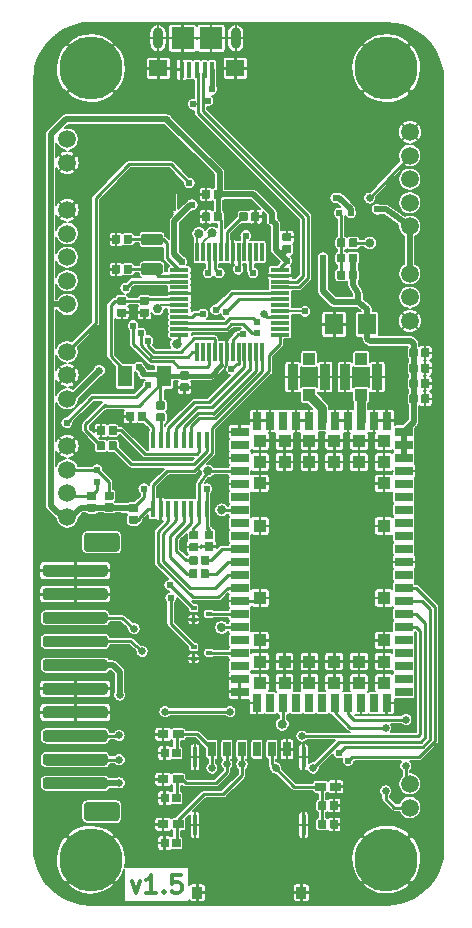
<source format=gbr>
G04 #@! TF.GenerationSoftware,KiCad,Pcbnew,5.1.8+dfsg1-1~bpo10+1*
G04 #@! TF.CreationDate,2021-01-07T21:30:59+01:00*
G04 #@! TF.ProjectId,easyhive,65617379-6869-4766-952e-6b696361645f,rev?*
G04 #@! TF.SameCoordinates,Original*
G04 #@! TF.FileFunction,Copper,L1,Top*
G04 #@! TF.FilePolarity,Positive*
%FSLAX46Y46*%
G04 Gerber Fmt 4.6, Leading zero omitted, Abs format (unit mm)*
G04 Created by KiCad (PCBNEW 5.1.8+dfsg1-1~bpo10+1) date 2021-01-07 21:30:59*
%MOMM*%
%LPD*%
G01*
G04 APERTURE LIST*
G04 #@! TA.AperFunction,NonConductor*
%ADD10C,0.300000*%
G04 #@! TD*
G04 #@! TA.AperFunction,SMDPad,CuDef*
%ADD11C,1.500000*%
G04 #@! TD*
G04 #@! TA.AperFunction,SMDPad,CuDef*
%ADD12R,0.508000X0.355999*%
G04 #@! TD*
G04 #@! TA.AperFunction,ComponentPad*
%ADD13C,1.500000*%
G04 #@! TD*
G04 #@! TA.AperFunction,SMDPad,CuDef*
%ADD14R,1.600000X1.800000*%
G04 #@! TD*
G04 #@! TA.AperFunction,SMDPad,CuDef*
%ADD15R,0.354800X1.461999*%
G04 #@! TD*
G04 #@! TA.AperFunction,ComponentPad*
%ADD16O,0.900000X1.800000*%
G04 #@! TD*
G04 #@! TA.AperFunction,SMDPad,CuDef*
%ADD17R,1.900000X1.900000*%
G04 #@! TD*
G04 #@! TA.AperFunction,SMDPad,CuDef*
%ADD18R,1.600000X1.400000*%
G04 #@! TD*
G04 #@! TA.AperFunction,SMDPad,CuDef*
%ADD19R,0.400000X1.350000*%
G04 #@! TD*
G04 #@! TA.AperFunction,SMDPad,CuDef*
%ADD20R,1.200000X1.800000*%
G04 #@! TD*
G04 #@! TA.AperFunction,SMDPad,CuDef*
%ADD21R,0.350000X1.800000*%
G04 #@! TD*
G04 #@! TA.AperFunction,SMDPad,CuDef*
%ADD22R,0.650000X1.300000*%
G04 #@! TD*
G04 #@! TA.AperFunction,SMDPad,CuDef*
%ADD23R,0.900000X1.000000*%
G04 #@! TD*
G04 #@! TA.AperFunction,SMDPad,CuDef*
%ADD24R,0.850000X2.200000*%
G04 #@! TD*
G04 #@! TA.AperFunction,SMDPad,CuDef*
%ADD25R,1.000000X1.050000*%
G04 #@! TD*
G04 #@! TA.AperFunction,SMDPad,CuDef*
%ADD26R,0.800000X1.500000*%
G04 #@! TD*
G04 #@! TA.AperFunction,SMDPad,CuDef*
%ADD27R,1.500000X0.800000*%
G04 #@! TD*
G04 #@! TA.AperFunction,SMDPad,CuDef*
%ADD28R,1.100000X1.100000*%
G04 #@! TD*
G04 #@! TA.AperFunction,ComponentPad*
%ADD29C,0.508000*%
G04 #@! TD*
G04 #@! TA.AperFunction,SMDPad,CuDef*
%ADD30R,0.300000X1.600000*%
G04 #@! TD*
G04 #@! TA.AperFunction,SMDPad,CuDef*
%ADD31R,1.600000X0.300000*%
G04 #@! TD*
G04 #@! TA.AperFunction,ComponentPad*
%ADD32C,5.334000*%
G04 #@! TD*
G04 #@! TA.AperFunction,ViaPad*
%ADD33C,0.609600*%
G04 #@! TD*
G04 #@! TA.AperFunction,ViaPad*
%ADD34C,0.654800*%
G04 #@! TD*
G04 #@! TA.AperFunction,ViaPad*
%ADD35C,0.800000*%
G04 #@! TD*
G04 #@! TA.AperFunction,Conductor*
%ADD36C,0.250000*%
G04 #@! TD*
G04 #@! TA.AperFunction,Conductor*
%ADD37C,0.300000*%
G04 #@! TD*
G04 #@! TA.AperFunction,Conductor*
%ADD38C,0.406400*%
G04 #@! TD*
G04 #@! TA.AperFunction,Conductor*
%ADD39C,0.254000*%
G04 #@! TD*
G04 #@! TA.AperFunction,Conductor*
%ADD40C,0.508000*%
G04 #@! TD*
G04 #@! TA.AperFunction,Conductor*
%ADD41C,0.400000*%
G04 #@! TD*
G04 #@! TA.AperFunction,Conductor*
%ADD42C,0.500000*%
G04 #@! TD*
G04 #@! TA.AperFunction,Conductor*
%ADD43C,0.203200*%
G04 #@! TD*
G04 #@! TA.AperFunction,Conductor*
%ADD44C,0.800000*%
G04 #@! TD*
G04 #@! TA.AperFunction,Conductor*
%ADD45C,0.152400*%
G04 #@! TD*
G04 #@! TA.AperFunction,Conductor*
%ADD46C,0.100000*%
G04 #@! TD*
G04 APERTURE END LIST*
D10*
X139474285Y-140330371D02*
X139831428Y-141330371D01*
X140188571Y-140330371D01*
X141545714Y-141330371D02*
X140688571Y-141330371D01*
X141117142Y-141330371D02*
X141117142Y-139830371D01*
X140974285Y-140044657D01*
X140831428Y-140187514D01*
X140688571Y-140258942D01*
X142188571Y-141187514D02*
X142260000Y-141258942D01*
X142188571Y-141330371D01*
X142117142Y-141258942D01*
X142188571Y-141187514D01*
X142188571Y-141330371D01*
X143617142Y-139830371D02*
X142902857Y-139830371D01*
X142831428Y-140544657D01*
X142902857Y-140473228D01*
X143045714Y-140401800D01*
X143402857Y-140401800D01*
X143545714Y-140473228D01*
X143617142Y-140544657D01*
X143688571Y-140687514D01*
X143688571Y-141044657D01*
X143617142Y-141187514D01*
X143545714Y-141258942D01*
X143402857Y-141330371D01*
X143045714Y-141330371D01*
X142902857Y-141258942D01*
X142831428Y-141187514D01*
D11*
X163000000Y-134100000D03*
X163000000Y-132100000D03*
D12*
X146000000Y-121000000D03*
X144704999Y-121500003D03*
X144704999Y-120500002D03*
X145995001Y-117699997D03*
X144700000Y-118200000D03*
X144700000Y-117199999D03*
D13*
X163000000Y-88900000D03*
X163000000Y-90900000D03*
X163000000Y-92900000D03*
X134001100Y-109503600D03*
X134001100Y-107503600D03*
X134001100Y-105503600D03*
X134001100Y-103503600D03*
X134001100Y-99503600D03*
X134001100Y-97503600D03*
X134001100Y-95503600D03*
X134001100Y-91503600D03*
X134001100Y-89503600D03*
X134001100Y-87503600D03*
X134001100Y-85503600D03*
X134001100Y-83503600D03*
X163001100Y-84903600D03*
X163001100Y-82903600D03*
X163001100Y-80903600D03*
X163001100Y-78903600D03*
X163001100Y-76903600D03*
X134001100Y-77503600D03*
X134001100Y-79503600D03*
D14*
X159400000Y-93200000D03*
X156600000Y-93200000D03*
D15*
X145799998Y-108817000D03*
X145149997Y-108817000D03*
X144499998Y-108817000D03*
X143849997Y-108817000D03*
X143199998Y-108817000D03*
X142550000Y-108817000D03*
X141899998Y-108817000D03*
X141250000Y-108817000D03*
X141250000Y-102975000D03*
X141900001Y-102975000D03*
X142550000Y-102975000D03*
X143200001Y-102975000D03*
X143850000Y-102975000D03*
X144499998Y-102975000D03*
X145150000Y-102975000D03*
X145799998Y-102975000D03*
D16*
X141671100Y-68962600D03*
X148271100Y-68962600D03*
D17*
X143771100Y-68962600D03*
X146171100Y-68962600D03*
D18*
X141721100Y-71512600D03*
X148221100Y-71512600D03*
D19*
X146271100Y-71637600D03*
X145621100Y-71637600D03*
X143671100Y-71637600D03*
X144321100Y-71637600D03*
X144971100Y-71637600D03*
G04 #@! TA.AperFunction,SMDPad,CuDef*
G36*
G01*
X147075000Y-108500000D02*
X147075000Y-108500000D01*
G75*
G02*
X147475000Y-108900000I0J-400000D01*
G01*
X147475000Y-108900000D01*
G75*
G02*
X147075000Y-109300000I-400000J0D01*
G01*
X147075000Y-109300000D01*
G75*
G02*
X146675000Y-108900000I0J400000D01*
G01*
X146675000Y-108900000D01*
G75*
G02*
X147075000Y-108500000I400000J0D01*
G01*
G37*
G04 #@! TD.AperFunction*
G04 #@! TA.AperFunction,SMDPad,CuDef*
G36*
G01*
X159200000Y-86300000D02*
X159200000Y-86300000D01*
G75*
G02*
X159600000Y-85900000I400000J0D01*
G01*
X159600000Y-85900000D01*
G75*
G02*
X160000000Y-86300000I0J-400000D01*
G01*
X160000000Y-86300000D01*
G75*
G02*
X159600000Y-86700000I-400000J0D01*
G01*
X159600000Y-86700000D01*
G75*
G02*
X159200000Y-86300000I0J400000D01*
G01*
G37*
G04 #@! TD.AperFunction*
G04 #@! TA.AperFunction,SMDPad,CuDef*
G36*
G01*
X145850000Y-85450000D02*
X145850000Y-85450000D01*
G75*
G02*
X146250000Y-85050000I400000J0D01*
G01*
X146250000Y-85050000D01*
G75*
G02*
X146650000Y-85450000I0J-400000D01*
G01*
X146650000Y-85450000D01*
G75*
G02*
X146250000Y-85850000I-400000J0D01*
G01*
X146250000Y-85850000D01*
G75*
G02*
X145850000Y-85450000I0J400000D01*
G01*
G37*
G04 #@! TD.AperFunction*
G04 #@! TA.AperFunction,SMDPad,CuDef*
G36*
G01*
X144729850Y-85512350D02*
X144729850Y-85512350D01*
G75*
G02*
X145129850Y-85112350I400000J0D01*
G01*
X145129850Y-85112350D01*
G75*
G02*
X145529850Y-85512350I0J-400000D01*
G01*
X145529850Y-85512350D01*
G75*
G02*
X145129850Y-85912350I-400000J0D01*
G01*
X145129850Y-85912350D01*
G75*
G02*
X144729850Y-85512350I0J400000D01*
G01*
G37*
G04 #@! TD.AperFunction*
G04 #@! TA.AperFunction,SMDPad,CuDef*
G36*
G01*
X141237350Y-91862350D02*
X141237350Y-91862350D01*
G75*
G02*
X141637350Y-91462350I400000J0D01*
G01*
X141637350Y-91462350D01*
G75*
G02*
X142037350Y-91862350I0J-400000D01*
G01*
X142037350Y-91862350D01*
G75*
G02*
X141637350Y-92262350I-400000J0D01*
G01*
X141637350Y-92262350D01*
G75*
G02*
X141237350Y-91862350I0J400000D01*
G01*
G37*
G04 #@! TD.AperFunction*
G04 #@! TA.AperFunction,SMDPad,CuDef*
G36*
G01*
X151800000Y-127050000D02*
X151800000Y-127050000D01*
G75*
G02*
X152200000Y-126650000I400000J0D01*
G01*
X152200000Y-126650000D01*
G75*
G02*
X152600000Y-127050000I0J-400000D01*
G01*
X152600000Y-127050000D01*
G75*
G02*
X152200000Y-127450000I-400000J0D01*
G01*
X152200000Y-127450000D01*
G75*
G02*
X151800000Y-127050000I0J400000D01*
G01*
G37*
G04 #@! TD.AperFunction*
G04 #@! TA.AperFunction,SMDPad,CuDef*
G36*
G01*
X146650000Y-118850000D02*
X146650000Y-118850000D01*
G75*
G02*
X147050000Y-118450000I400000J0D01*
G01*
X147050000Y-118450000D01*
G75*
G02*
X147450000Y-118850000I0J-400000D01*
G01*
X147450000Y-118850000D01*
G75*
G02*
X147050000Y-119250000I-400000J0D01*
G01*
X147050000Y-119250000D01*
G75*
G02*
X146650000Y-118850000I0J400000D01*
G01*
G37*
G04 #@! TD.AperFunction*
G04 #@! TA.AperFunction,SMDPad,CuDef*
G36*
G01*
X145500000Y-105600000D02*
X145500000Y-105600000D01*
G75*
G02*
X145900000Y-105200000I400000J0D01*
G01*
X145900000Y-105200000D01*
G75*
G02*
X146300000Y-105600000I0J-400000D01*
G01*
X146300000Y-105600000D01*
G75*
G02*
X145900000Y-106000000I-400000J0D01*
G01*
X145900000Y-106000000D01*
G75*
G02*
X145500000Y-105600000I0J400000D01*
G01*
G37*
G04 #@! TD.AperFunction*
G04 #@! TA.AperFunction,SMDPad,CuDef*
G36*
G01*
X139973400Y-108448000D02*
X139973400Y-109008000D01*
G75*
G02*
X139903400Y-109078000I-70000J0D01*
G01*
X139293400Y-109078000D01*
G75*
G02*
X139223400Y-109008000I0J70000D01*
G01*
X139223400Y-108448000D01*
G75*
G02*
X139293400Y-108378000I70000J0D01*
G01*
X139903400Y-108378000D01*
G75*
G02*
X139973400Y-108448000I0J-70000D01*
G01*
G37*
G04 #@! TD.AperFunction*
G04 #@! TA.AperFunction,SMDPad,CuDef*
G36*
G01*
X139973400Y-109448000D02*
X139973400Y-110008000D01*
G75*
G02*
X139903400Y-110078000I-70000J0D01*
G01*
X139293400Y-110078000D01*
G75*
G02*
X139223400Y-110008000I0J70000D01*
G01*
X139223400Y-109448000D01*
G75*
G02*
X139293400Y-109378000I70000J0D01*
G01*
X139903400Y-109378000D01*
G75*
G02*
X139973400Y-109448000I0J-70000D01*
G01*
G37*
G04 #@! TD.AperFunction*
G04 #@! TA.AperFunction,SMDPad,CuDef*
G36*
G01*
X140607000Y-101365400D02*
X140047000Y-101365400D01*
G75*
G02*
X139977000Y-101295400I0J70000D01*
G01*
X139977000Y-100685400D01*
G75*
G02*
X140047000Y-100615400I70000J0D01*
G01*
X140607000Y-100615400D01*
G75*
G02*
X140677000Y-100685400I0J-70000D01*
G01*
X140677000Y-101295400D01*
G75*
G02*
X140607000Y-101365400I-70000J0D01*
G01*
G37*
G04 #@! TD.AperFunction*
G04 #@! TA.AperFunction,SMDPad,CuDef*
G36*
G01*
X139607000Y-101365400D02*
X139047000Y-101365400D01*
G75*
G02*
X138977000Y-101295400I0J70000D01*
G01*
X138977000Y-100685400D01*
G75*
G02*
X139047000Y-100615400I70000J0D01*
G01*
X139607000Y-100615400D01*
G75*
G02*
X139677000Y-100685400I0J-70000D01*
G01*
X139677000Y-101295400D01*
G75*
G02*
X139607000Y-101365400I-70000J0D01*
G01*
G37*
G04 #@! TD.AperFunction*
G04 #@! TA.AperFunction,SMDPad,CuDef*
G36*
G01*
X141509400Y-101346600D02*
X141509400Y-100786600D01*
G75*
G02*
X141579400Y-100716600I70000J0D01*
G01*
X142189400Y-100716600D01*
G75*
G02*
X142259400Y-100786600I0J-70000D01*
G01*
X142259400Y-101346600D01*
G75*
G02*
X142189400Y-101416600I-70000J0D01*
G01*
X141579400Y-101416600D01*
G75*
G02*
X141509400Y-101346600I0J70000D01*
G01*
G37*
G04 #@! TD.AperFunction*
G04 #@! TA.AperFunction,SMDPad,CuDef*
G36*
G01*
X141509400Y-100346600D02*
X141509400Y-99786600D01*
G75*
G02*
X141579400Y-99716600I70000J0D01*
G01*
X142189400Y-99716600D01*
G75*
G02*
X142259400Y-99786600I0J-70000D01*
G01*
X142259400Y-100346600D01*
G75*
G02*
X142189400Y-100416600I-70000J0D01*
G01*
X141579400Y-100416600D01*
G75*
G02*
X141509400Y-100346600I0J70000D01*
G01*
G37*
G04 #@! TD.AperFunction*
G04 #@! TA.AperFunction,SMDPad,CuDef*
G36*
G01*
X138133400Y-102550200D02*
X137573400Y-102550200D01*
G75*
G02*
X137503400Y-102480200I0J70000D01*
G01*
X137503400Y-101870200D01*
G75*
G02*
X137573400Y-101800200I70000J0D01*
G01*
X138133400Y-101800200D01*
G75*
G02*
X138203400Y-101870200I0J-70000D01*
G01*
X138203400Y-102480200D01*
G75*
G02*
X138133400Y-102550200I-70000J0D01*
G01*
G37*
G04 #@! TD.AperFunction*
G04 #@! TA.AperFunction,SMDPad,CuDef*
G36*
G01*
X137133400Y-102550200D02*
X136573400Y-102550200D01*
G75*
G02*
X136503400Y-102480200I0J70000D01*
G01*
X136503400Y-101870200D01*
G75*
G02*
X136573400Y-101800200I70000J0D01*
G01*
X137133400Y-101800200D01*
G75*
G02*
X137203400Y-101870200I0J-70000D01*
G01*
X137203400Y-102480200D01*
G75*
G02*
X137133400Y-102550200I-70000J0D01*
G01*
G37*
G04 #@! TD.AperFunction*
G04 #@! TA.AperFunction,SMDPad,CuDef*
G36*
G01*
X138133400Y-103850200D02*
X137573400Y-103850200D01*
G75*
G02*
X137503400Y-103780200I0J70000D01*
G01*
X137503400Y-103170200D01*
G75*
G02*
X137573400Y-103100200I70000J0D01*
G01*
X138133400Y-103100200D01*
G75*
G02*
X138203400Y-103170200I0J-70000D01*
G01*
X138203400Y-103780200D01*
G75*
G02*
X138133400Y-103850200I-70000J0D01*
G01*
G37*
G04 #@! TD.AperFunction*
G04 #@! TA.AperFunction,SMDPad,CuDef*
G36*
G01*
X137133400Y-103850200D02*
X136573400Y-103850200D01*
G75*
G02*
X136503400Y-103780200I0J70000D01*
G01*
X136503400Y-103170200D01*
G75*
G02*
X136573400Y-103100200I70000J0D01*
G01*
X137133400Y-103100200D01*
G75*
G02*
X137203400Y-103170200I0J-70000D01*
G01*
X137203400Y-103780200D01*
G75*
G02*
X137133400Y-103850200I-70000J0D01*
G01*
G37*
G04 #@! TD.AperFunction*
G04 #@! TA.AperFunction,SMDPad,CuDef*
G36*
G01*
X137166000Y-108984000D02*
X137166000Y-108424000D01*
G75*
G02*
X137236000Y-108354000I70000J0D01*
G01*
X137846000Y-108354000D01*
G75*
G02*
X137916000Y-108424000I0J-70000D01*
G01*
X137916000Y-108984000D01*
G75*
G02*
X137846000Y-109054000I-70000J0D01*
G01*
X137236000Y-109054000D01*
G75*
G02*
X137166000Y-108984000I0J70000D01*
G01*
G37*
G04 #@! TD.AperFunction*
G04 #@! TA.AperFunction,SMDPad,CuDef*
G36*
G01*
X137166000Y-107984000D02*
X137166000Y-107424000D01*
G75*
G02*
X137236000Y-107354000I70000J0D01*
G01*
X137846000Y-107354000D01*
G75*
G02*
X137916000Y-107424000I0J-70000D01*
G01*
X137916000Y-107984000D01*
G75*
G02*
X137846000Y-108054000I-70000J0D01*
G01*
X137236000Y-108054000D01*
G75*
G02*
X137166000Y-107984000I0J70000D01*
G01*
G37*
G04 #@! TD.AperFunction*
G04 #@! TA.AperFunction,SMDPad,CuDef*
G36*
G01*
X135667400Y-108992000D02*
X135667400Y-108432000D01*
G75*
G02*
X135737400Y-108362000I70000J0D01*
G01*
X136347400Y-108362000D01*
G75*
G02*
X136417400Y-108432000I0J-70000D01*
G01*
X136417400Y-108992000D01*
G75*
G02*
X136347400Y-109062000I-70000J0D01*
G01*
X135737400Y-109062000D01*
G75*
G02*
X135667400Y-108992000I0J70000D01*
G01*
G37*
G04 #@! TD.AperFunction*
G04 #@! TA.AperFunction,SMDPad,CuDef*
G36*
G01*
X135667400Y-107992000D02*
X135667400Y-107432000D01*
G75*
G02*
X135737400Y-107362000I70000J0D01*
G01*
X136347400Y-107362000D01*
G75*
G02*
X136417400Y-107432000I0J-70000D01*
G01*
X136417400Y-107992000D01*
G75*
G02*
X136347400Y-108062000I-70000J0D01*
G01*
X135737400Y-108062000D01*
G75*
G02*
X135667400Y-107992000I0J70000D01*
G01*
G37*
G04 #@! TD.AperFunction*
G04 #@! TA.AperFunction,SMDPad,CuDef*
G36*
G01*
X144370000Y-113925000D02*
X144930000Y-113925000D01*
G75*
G02*
X145000000Y-113995000I0J-70000D01*
G01*
X145000000Y-114605000D01*
G75*
G02*
X144930000Y-114675000I-70000J0D01*
G01*
X144370000Y-114675000D01*
G75*
G02*
X144300000Y-114605000I0J70000D01*
G01*
X144300000Y-113995000D01*
G75*
G02*
X144370000Y-113925000I70000J0D01*
G01*
G37*
G04 #@! TD.AperFunction*
G04 #@! TA.AperFunction,SMDPad,CuDef*
G36*
G01*
X145370000Y-113925000D02*
X145930000Y-113925000D01*
G75*
G02*
X146000000Y-113995000I0J-70000D01*
G01*
X146000000Y-114605000D01*
G75*
G02*
X145930000Y-114675000I-70000J0D01*
G01*
X145370000Y-114675000D01*
G75*
G02*
X145300000Y-114605000I0J70000D01*
G01*
X145300000Y-113995000D01*
G75*
G02*
X145370000Y-113925000I70000J0D01*
G01*
G37*
G04 #@! TD.AperFunction*
G04 #@! TA.AperFunction,SMDPad,CuDef*
G36*
G01*
X144395000Y-112800000D02*
X144955000Y-112800000D01*
G75*
G02*
X145025000Y-112870000I0J-70000D01*
G01*
X145025000Y-113480000D01*
G75*
G02*
X144955000Y-113550000I-70000J0D01*
G01*
X144395000Y-113550000D01*
G75*
G02*
X144325000Y-113480000I0J70000D01*
G01*
X144325000Y-112870000D01*
G75*
G02*
X144395000Y-112800000I70000J0D01*
G01*
G37*
G04 #@! TD.AperFunction*
G04 #@! TA.AperFunction,SMDPad,CuDef*
G36*
G01*
X145395000Y-112800000D02*
X145955000Y-112800000D01*
G75*
G02*
X146025000Y-112870000I0J-70000D01*
G01*
X146025000Y-113480000D01*
G75*
G02*
X145955000Y-113550000I-70000J0D01*
G01*
X145395000Y-113550000D01*
G75*
G02*
X145325000Y-113480000I0J70000D01*
G01*
X145325000Y-112870000D01*
G75*
G02*
X145395000Y-112800000I70000J0D01*
G01*
G37*
G04 #@! TD.AperFunction*
G04 #@! TA.AperFunction,SMDPad,CuDef*
G36*
G01*
X158480000Y-87945000D02*
X157920000Y-87945000D01*
G75*
G02*
X157850000Y-87875000I0J70000D01*
G01*
X157850000Y-87265000D01*
G75*
G02*
X157920000Y-87195000I70000J0D01*
G01*
X158480000Y-87195000D01*
G75*
G02*
X158550000Y-87265000I0J-70000D01*
G01*
X158550000Y-87875000D01*
G75*
G02*
X158480000Y-87945000I-70000J0D01*
G01*
G37*
G04 #@! TD.AperFunction*
G04 #@! TA.AperFunction,SMDPad,CuDef*
G36*
G01*
X157480000Y-87945000D02*
X156920000Y-87945000D01*
G75*
G02*
X156850000Y-87875000I0J70000D01*
G01*
X156850000Y-87265000D01*
G75*
G02*
X156920000Y-87195000I70000J0D01*
G01*
X157480000Y-87195000D01*
G75*
G02*
X157550000Y-87265000I0J-70000D01*
G01*
X157550000Y-87875000D01*
G75*
G02*
X157480000Y-87945000I-70000J0D01*
G01*
G37*
G04 #@! TD.AperFunction*
G04 #@! TA.AperFunction,SMDPad,CuDef*
G36*
G01*
X156920000Y-85915000D02*
X157480000Y-85915000D01*
G75*
G02*
X157550000Y-85985000I0J-70000D01*
G01*
X157550000Y-86595000D01*
G75*
G02*
X157480000Y-86665000I-70000J0D01*
G01*
X156920000Y-86665000D01*
G75*
G02*
X156850000Y-86595000I0J70000D01*
G01*
X156850000Y-85985000D01*
G75*
G02*
X156920000Y-85915000I70000J0D01*
G01*
G37*
G04 #@! TD.AperFunction*
G04 #@! TA.AperFunction,SMDPad,CuDef*
G36*
G01*
X157920000Y-85915000D02*
X158480000Y-85915000D01*
G75*
G02*
X158550000Y-85985000I0J-70000D01*
G01*
X158550000Y-86595000D01*
G75*
G02*
X158480000Y-86665000I-70000J0D01*
G01*
X157920000Y-86665000D01*
G75*
G02*
X157850000Y-86595000I0J70000D01*
G01*
X157850000Y-85985000D01*
G75*
G02*
X157920000Y-85915000I70000J0D01*
G01*
G37*
G04 #@! TD.AperFunction*
G04 #@! TA.AperFunction,SMDPad,CuDef*
G36*
G01*
X140386100Y-88008600D02*
X141936100Y-88008600D01*
G75*
G02*
X142061100Y-88133600I0J-125000D01*
G01*
X142061100Y-88883600D01*
G75*
G02*
X141936100Y-89008600I-125000J0D01*
G01*
X140386100Y-89008600D01*
G75*
G02*
X140261100Y-88883600I0J125000D01*
G01*
X140261100Y-88133600D01*
G75*
G02*
X140386100Y-88008600I125000J0D01*
G01*
G37*
G04 #@! TD.AperFunction*
G04 #@! TA.AperFunction,SMDPad,CuDef*
G36*
G01*
X140386100Y-85508600D02*
X141936100Y-85508600D01*
G75*
G02*
X142061100Y-85633600I0J-125000D01*
G01*
X142061100Y-86383600D01*
G75*
G02*
X141936100Y-86508600I-125000J0D01*
G01*
X140386100Y-86508600D01*
G75*
G02*
X140261100Y-86383600I0J125000D01*
G01*
X140261100Y-85633600D01*
G75*
G02*
X140386100Y-85508600I125000J0D01*
G01*
G37*
G04 #@! TD.AperFunction*
D20*
X142200000Y-97600000D03*
X138900000Y-97600000D03*
D21*
X154011100Y-135588600D03*
X144820100Y-135588600D03*
X154011100Y-129838600D03*
X144820100Y-129838600D03*
D22*
X146246100Y-129168600D03*
X147516100Y-129168600D03*
X148786100Y-129168600D03*
X150056100Y-129168600D03*
X151326100Y-129168600D03*
X152596100Y-129168600D03*
D23*
X153816100Y-141308600D03*
X145016100Y-141308600D03*
D24*
X155832400Y-97637600D03*
X153082400Y-97637600D03*
D25*
X154457400Y-99162600D03*
X154457400Y-96112600D03*
D24*
X160250000Y-97650000D03*
X157500000Y-97650000D03*
D25*
X158875000Y-99175000D03*
X158875000Y-96125000D03*
D26*
X152250000Y-101350000D03*
X153350000Y-101350000D03*
X154450000Y-101350000D03*
X155550000Y-101350000D03*
X156650000Y-101350000D03*
X157750000Y-101350000D03*
X158850000Y-101350000D03*
X159950000Y-101350000D03*
X150050000Y-101350000D03*
X151150000Y-101350000D03*
D27*
X148600000Y-102300000D03*
D26*
X161050000Y-101350000D03*
D27*
X148600000Y-103400000D03*
X148600000Y-104500000D03*
X148600000Y-105600000D03*
X148600000Y-106700000D03*
X148600000Y-107800000D03*
X148600000Y-108900000D03*
X148600000Y-110000000D03*
X148600000Y-111100000D03*
X148600000Y-112200000D03*
X148600000Y-113300000D03*
X148600000Y-114400000D03*
X148600000Y-115500000D03*
X148600000Y-116600000D03*
X148600000Y-117700000D03*
X148600000Y-118800000D03*
X148600000Y-119900000D03*
X148600000Y-121000000D03*
X148600000Y-122100000D03*
X148600000Y-123200000D03*
X148600000Y-124300000D03*
X162500000Y-102300000D03*
X162500000Y-103400000D03*
X162500000Y-104500000D03*
X162500000Y-105600000D03*
X162500000Y-106700000D03*
X162500000Y-107800000D03*
X162500000Y-108900000D03*
X162500000Y-110000000D03*
X162500000Y-111100000D03*
X162500000Y-112200000D03*
X162500000Y-113300000D03*
X162500000Y-114400000D03*
X162500000Y-115500000D03*
X162500000Y-116600000D03*
X162500000Y-117700000D03*
X162500000Y-118800000D03*
X162500000Y-119900000D03*
X162500000Y-121000000D03*
X162500000Y-122100000D03*
X162500000Y-123200000D03*
X162500000Y-124300000D03*
D26*
X152250000Y-125250000D03*
X153350000Y-125250000D03*
X154450000Y-125250000D03*
X155550000Y-125250000D03*
X156650000Y-125250000D03*
X157750000Y-125250000D03*
X158850000Y-125250000D03*
X159950000Y-125250000D03*
X150050000Y-125250000D03*
X151150000Y-125250000D03*
X161050000Y-125250000D03*
D28*
X150300000Y-103050000D03*
X152400000Y-103050000D03*
X154500000Y-103050000D03*
X156600000Y-103050000D03*
X158700000Y-103050000D03*
X160800000Y-103050000D03*
X160800000Y-104850000D03*
X158700000Y-104850000D03*
X156600000Y-104850000D03*
X154500000Y-104850000D03*
X152400000Y-104850000D03*
X150300000Y-104850000D03*
X150300000Y-106650000D03*
X160800000Y-106650000D03*
X150300000Y-110250000D03*
X160800000Y-110250000D03*
X150300000Y-121750000D03*
X152400000Y-121750000D03*
X154500000Y-121750000D03*
X156600000Y-121750000D03*
X158700000Y-121750000D03*
X160800000Y-121750000D03*
X160800000Y-123550000D03*
X158700000Y-123550000D03*
X156600000Y-123550000D03*
X154500000Y-123550000D03*
X152400000Y-123550000D03*
X150300000Y-123550000D03*
X150300000Y-116350000D03*
X160800000Y-116350000D03*
X150300000Y-119950000D03*
X160800000Y-119950000D03*
D29*
X142981100Y-82263600D03*
X142931100Y-83313600D03*
X142431100Y-82813600D03*
X141881100Y-82263600D03*
G04 #@! TA.AperFunction,SMDPad,CuDef*
G36*
G01*
X143231100Y-82093600D02*
X143231100Y-83533600D01*
G75*
G02*
X143151100Y-83613600I-80000J0D01*
G01*
X141711100Y-83613600D01*
G75*
G02*
X141631100Y-83533600I0J80000D01*
G01*
X141631100Y-82093600D01*
G75*
G02*
X141711100Y-82013600I80000J0D01*
G01*
X143151100Y-82013600D01*
G75*
G02*
X143231100Y-82093600I0J-80000D01*
G01*
G37*
G04 #@! TD.AperFunction*
D30*
X144996100Y-87068600D03*
X145496100Y-87068600D03*
X145996100Y-87068600D03*
X146496100Y-87068600D03*
X146996100Y-87068600D03*
X147496100Y-87068600D03*
X147996100Y-87068600D03*
X148496100Y-87068600D03*
X148996100Y-87068600D03*
X149496100Y-87068600D03*
X149996100Y-87068600D03*
X150496100Y-87068600D03*
D31*
X151996100Y-88568600D03*
X151996100Y-89068600D03*
X151996100Y-89568600D03*
X151996100Y-90068600D03*
X151996100Y-90568600D03*
X151996100Y-91068600D03*
X151996100Y-92068600D03*
X151996100Y-91568600D03*
X151996100Y-92568600D03*
X151996100Y-93068600D03*
X151996100Y-93568600D03*
X151996100Y-94068600D03*
D30*
X150496100Y-95568600D03*
X149996100Y-95568600D03*
X149496100Y-95568600D03*
X148996100Y-95568600D03*
X148496100Y-95568600D03*
X147996100Y-95568600D03*
X147496100Y-95568600D03*
X146996100Y-95568600D03*
X146496100Y-95568600D03*
X145996100Y-95568600D03*
X145496100Y-95568600D03*
X144996100Y-95568600D03*
D31*
X143496100Y-94068600D03*
X143496100Y-93568600D03*
X143496100Y-93068600D03*
X143496100Y-92568600D03*
X143496100Y-92068600D03*
X143496100Y-91568600D03*
X143496100Y-91068600D03*
X143496100Y-90568600D03*
X143496100Y-90068600D03*
X143496100Y-89568600D03*
X143496100Y-89068600D03*
X143496100Y-88568600D03*
D32*
X161001100Y-138503600D03*
X161001100Y-71503600D03*
X136001100Y-71503600D03*
X135991600Y-138506200D03*
G04 #@! TA.AperFunction,SMDPad,CuDef*
G36*
G01*
X142548600Y-127583600D02*
X142548600Y-128213600D01*
G75*
G02*
X142513600Y-128248600I-35000J0D01*
G01*
X141683600Y-128248600D01*
G75*
G02*
X141648600Y-128213600I0J35000D01*
G01*
X141648600Y-127583600D01*
G75*
G02*
X141683600Y-127548600I35000J0D01*
G01*
X142513600Y-127548600D01*
G75*
G02*
X142548600Y-127583600I0J-35000D01*
G01*
G37*
G04 #@! TD.AperFunction*
G04 #@! TA.AperFunction,SMDPad,CuDef*
G36*
G01*
X143848600Y-127583600D02*
X143848600Y-128213600D01*
G75*
G02*
X143813600Y-128248600I-35000J0D01*
G01*
X142983600Y-128248600D01*
G75*
G02*
X142948600Y-128213600I0J35000D01*
G01*
X142948600Y-127583600D01*
G75*
G02*
X142983600Y-127548600I35000J0D01*
G01*
X143813600Y-127548600D01*
G75*
G02*
X143848600Y-127583600I0J-35000D01*
G01*
G37*
G04 #@! TD.AperFunction*
G04 #@! TA.AperFunction,SMDPad,CuDef*
G36*
G01*
X142548600Y-131393600D02*
X142548600Y-132023600D01*
G75*
G02*
X142513600Y-132058600I-35000J0D01*
G01*
X141683600Y-132058600D01*
G75*
G02*
X141648600Y-132023600I0J35000D01*
G01*
X141648600Y-131393600D01*
G75*
G02*
X141683600Y-131358600I35000J0D01*
G01*
X142513600Y-131358600D01*
G75*
G02*
X142548600Y-131393600I0J-35000D01*
G01*
G37*
G04 #@! TD.AperFunction*
G04 #@! TA.AperFunction,SMDPad,CuDef*
G36*
G01*
X143848600Y-131393600D02*
X143848600Y-132023600D01*
G75*
G02*
X143813600Y-132058600I-35000J0D01*
G01*
X142983600Y-132058600D01*
G75*
G02*
X142948600Y-132023600I0J35000D01*
G01*
X142948600Y-131393600D01*
G75*
G02*
X142983600Y-131358600I35000J0D01*
G01*
X143813600Y-131358600D01*
G75*
G02*
X143848600Y-131393600I0J-35000D01*
G01*
G37*
G04 #@! TD.AperFunction*
G04 #@! TA.AperFunction,SMDPad,CuDef*
G36*
G01*
X156283600Y-132658600D02*
X156283600Y-132028600D01*
G75*
G02*
X156318600Y-131993600I35000J0D01*
G01*
X157148600Y-131993600D01*
G75*
G02*
X157183600Y-132028600I0J-35000D01*
G01*
X157183600Y-132658600D01*
G75*
G02*
X157148600Y-132693600I-35000J0D01*
G01*
X156318600Y-132693600D01*
G75*
G02*
X156283600Y-132658600I0J35000D01*
G01*
G37*
G04 #@! TD.AperFunction*
G04 #@! TA.AperFunction,SMDPad,CuDef*
G36*
G01*
X154983600Y-132658600D02*
X154983600Y-132028600D01*
G75*
G02*
X155018600Y-131993600I35000J0D01*
G01*
X155848600Y-131993600D01*
G75*
G02*
X155883600Y-132028600I0J-35000D01*
G01*
X155883600Y-132658600D01*
G75*
G02*
X155848600Y-132693600I-35000J0D01*
G01*
X155018600Y-132693600D01*
G75*
G02*
X154983600Y-132658600I0J35000D01*
G01*
G37*
G04 #@! TD.AperFunction*
G04 #@! TA.AperFunction,SMDPad,CuDef*
G36*
G01*
X142548600Y-135203600D02*
X142548600Y-135833600D01*
G75*
G02*
X142513600Y-135868600I-35000J0D01*
G01*
X141683600Y-135868600D01*
G75*
G02*
X141648600Y-135833600I0J35000D01*
G01*
X141648600Y-135203600D01*
G75*
G02*
X141683600Y-135168600I35000J0D01*
G01*
X142513600Y-135168600D01*
G75*
G02*
X142548600Y-135203600I0J-35000D01*
G01*
G37*
G04 #@! TD.AperFunction*
G04 #@! TA.AperFunction,SMDPad,CuDef*
G36*
G01*
X143848600Y-135203600D02*
X143848600Y-135833600D01*
G75*
G02*
X143813600Y-135868600I-35000J0D01*
G01*
X142983600Y-135868600D01*
G75*
G02*
X142948600Y-135833600I0J35000D01*
G01*
X142948600Y-135203600D01*
G75*
G02*
X142983600Y-135168600I35000J0D01*
G01*
X143813600Y-135168600D01*
G75*
G02*
X143848600Y-135203600I0J-35000D01*
G01*
G37*
G04 #@! TD.AperFunction*
G04 #@! TA.AperFunction,SMDPad,CuDef*
G36*
G01*
X145075000Y-110770000D02*
X145075000Y-111330000D01*
G75*
G02*
X145005000Y-111400000I-70000J0D01*
G01*
X144395000Y-111400000D01*
G75*
G02*
X144325000Y-111330000I0J70000D01*
G01*
X144325000Y-110770000D01*
G75*
G02*
X144395000Y-110700000I70000J0D01*
G01*
X145005000Y-110700000D01*
G75*
G02*
X145075000Y-110770000I0J-70000D01*
G01*
G37*
G04 #@! TD.AperFunction*
G04 #@! TA.AperFunction,SMDPad,CuDef*
G36*
G01*
X145075000Y-111770000D02*
X145075000Y-112330000D01*
G75*
G02*
X145005000Y-112400000I-70000J0D01*
G01*
X144395000Y-112400000D01*
G75*
G02*
X144325000Y-112330000I0J70000D01*
G01*
X144325000Y-111770000D01*
G75*
G02*
X144395000Y-111700000I70000J0D01*
G01*
X145005000Y-111700000D01*
G75*
G02*
X145075000Y-111770000I0J-70000D01*
G01*
G37*
G04 #@! TD.AperFunction*
G04 #@! TA.AperFunction,SMDPad,CuDef*
G36*
G01*
X146375000Y-110720000D02*
X146375000Y-111280000D01*
G75*
G02*
X146305000Y-111350000I-70000J0D01*
G01*
X145695000Y-111350000D01*
G75*
G02*
X145625000Y-111280000I0J70000D01*
G01*
X145625000Y-110720000D01*
G75*
G02*
X145695000Y-110650000I70000J0D01*
G01*
X146305000Y-110650000D01*
G75*
G02*
X146375000Y-110720000I0J-70000D01*
G01*
G37*
G04 #@! TD.AperFunction*
G04 #@! TA.AperFunction,SMDPad,CuDef*
G36*
G01*
X146375000Y-111720000D02*
X146375000Y-112280000D01*
G75*
G02*
X146305000Y-112350000I-70000J0D01*
G01*
X145695000Y-112350000D01*
G75*
G02*
X145625000Y-112280000I0J70000D01*
G01*
X145625000Y-111720000D01*
G75*
G02*
X145695000Y-111650000I70000J0D01*
G01*
X146305000Y-111650000D01*
G75*
G02*
X146375000Y-111720000I0J-70000D01*
G01*
G37*
G04 #@! TD.AperFunction*
G04 #@! TA.AperFunction,SMDPad,CuDef*
G36*
G01*
X163580000Y-97275000D02*
X163020000Y-97275000D01*
G75*
G02*
X162950000Y-97205000I0J70000D01*
G01*
X162950000Y-96595000D01*
G75*
G02*
X163020000Y-96525000I70000J0D01*
G01*
X163580000Y-96525000D01*
G75*
G02*
X163650000Y-96595000I0J-70000D01*
G01*
X163650000Y-97205000D01*
G75*
G02*
X163580000Y-97275000I-70000J0D01*
G01*
G37*
G04 #@! TD.AperFunction*
G04 #@! TA.AperFunction,SMDPad,CuDef*
G36*
G01*
X164580000Y-97275000D02*
X164020000Y-97275000D01*
G75*
G02*
X163950000Y-97205000I0J70000D01*
G01*
X163950000Y-96595000D01*
G75*
G02*
X164020000Y-96525000I70000J0D01*
G01*
X164580000Y-96525000D01*
G75*
G02*
X164650000Y-96595000I0J-70000D01*
G01*
X164650000Y-97205000D01*
G75*
G02*
X164580000Y-97275000I-70000J0D01*
G01*
G37*
G04 #@! TD.AperFunction*
G04 #@! TA.AperFunction,SMDPad,CuDef*
G36*
G01*
X163580000Y-99875000D02*
X163020000Y-99875000D01*
G75*
G02*
X162950000Y-99805000I0J70000D01*
G01*
X162950000Y-99195000D01*
G75*
G02*
X163020000Y-99125000I70000J0D01*
G01*
X163580000Y-99125000D01*
G75*
G02*
X163650000Y-99195000I0J-70000D01*
G01*
X163650000Y-99805000D01*
G75*
G02*
X163580000Y-99875000I-70000J0D01*
G01*
G37*
G04 #@! TD.AperFunction*
G04 #@! TA.AperFunction,SMDPad,CuDef*
G36*
G01*
X164580000Y-99875000D02*
X164020000Y-99875000D01*
G75*
G02*
X163950000Y-99805000I0J70000D01*
G01*
X163950000Y-99195000D01*
G75*
G02*
X164020000Y-99125000I70000J0D01*
G01*
X164580000Y-99125000D01*
G75*
G02*
X164650000Y-99195000I0J-70000D01*
G01*
X164650000Y-99805000D01*
G75*
G02*
X164580000Y-99875000I-70000J0D01*
G01*
G37*
G04 #@! TD.AperFunction*
G04 #@! TA.AperFunction,SMDPad,CuDef*
G36*
G01*
X163580000Y-98575000D02*
X163020000Y-98575000D01*
G75*
G02*
X162950000Y-98505000I0J70000D01*
G01*
X162950000Y-97895000D01*
G75*
G02*
X163020000Y-97825000I70000J0D01*
G01*
X163580000Y-97825000D01*
G75*
G02*
X163650000Y-97895000I0J-70000D01*
G01*
X163650000Y-98505000D01*
G75*
G02*
X163580000Y-98575000I-70000J0D01*
G01*
G37*
G04 #@! TD.AperFunction*
G04 #@! TA.AperFunction,SMDPad,CuDef*
G36*
G01*
X164580000Y-98575000D02*
X164020000Y-98575000D01*
G75*
G02*
X163950000Y-98505000I0J70000D01*
G01*
X163950000Y-97895000D01*
G75*
G02*
X164020000Y-97825000I70000J0D01*
G01*
X164580000Y-97825000D01*
G75*
G02*
X164650000Y-97895000I0J-70000D01*
G01*
X164650000Y-98505000D01*
G75*
G02*
X164580000Y-98575000I-70000J0D01*
G01*
G37*
G04 #@! TD.AperFunction*
G04 #@! TA.AperFunction,SMDPad,CuDef*
G36*
G01*
X163580000Y-95975000D02*
X163020000Y-95975000D01*
G75*
G02*
X162950000Y-95905000I0J70000D01*
G01*
X162950000Y-95295000D01*
G75*
G02*
X163020000Y-95225000I70000J0D01*
G01*
X163580000Y-95225000D01*
G75*
G02*
X163650000Y-95295000I0J-70000D01*
G01*
X163650000Y-95905000D01*
G75*
G02*
X163580000Y-95975000I-70000J0D01*
G01*
G37*
G04 #@! TD.AperFunction*
G04 #@! TA.AperFunction,SMDPad,CuDef*
G36*
G01*
X164580000Y-95975000D02*
X164020000Y-95975000D01*
G75*
G02*
X163950000Y-95905000I0J70000D01*
G01*
X163950000Y-95295000D01*
G75*
G02*
X164020000Y-95225000I70000J0D01*
G01*
X164580000Y-95225000D01*
G75*
G02*
X164650000Y-95295000I0J-70000D01*
G01*
X164650000Y-95905000D01*
G75*
G02*
X164580000Y-95975000I-70000J0D01*
G01*
G37*
G04 #@! TD.AperFunction*
G04 #@! TA.AperFunction,SMDPad,CuDef*
G36*
G01*
X156863600Y-135893600D02*
X156303600Y-135893600D01*
G75*
G02*
X156233600Y-135823600I0J70000D01*
G01*
X156233600Y-135213600D01*
G75*
G02*
X156303600Y-135143600I70000J0D01*
G01*
X156863600Y-135143600D01*
G75*
G02*
X156933600Y-135213600I0J-70000D01*
G01*
X156933600Y-135823600D01*
G75*
G02*
X156863600Y-135893600I-70000J0D01*
G01*
G37*
G04 #@! TD.AperFunction*
G04 #@! TA.AperFunction,SMDPad,CuDef*
G36*
G01*
X155863600Y-135893600D02*
X155303600Y-135893600D01*
G75*
G02*
X155233600Y-135823600I0J70000D01*
G01*
X155233600Y-135213600D01*
G75*
G02*
X155303600Y-135143600I70000J0D01*
G01*
X155863600Y-135143600D01*
G75*
G02*
X155933600Y-135213600I0J-70000D01*
G01*
X155933600Y-135823600D01*
G75*
G02*
X155863600Y-135893600I-70000J0D01*
G01*
G37*
G04 #@! TD.AperFunction*
G04 #@! TA.AperFunction,SMDPad,CuDef*
G36*
G01*
X156863600Y-134306100D02*
X156303600Y-134306100D01*
G75*
G02*
X156233600Y-134236100I0J70000D01*
G01*
X156233600Y-133626100D01*
G75*
G02*
X156303600Y-133556100I70000J0D01*
G01*
X156863600Y-133556100D01*
G75*
G02*
X156933600Y-133626100I0J-70000D01*
G01*
X156933600Y-134236100D01*
G75*
G02*
X156863600Y-134306100I-70000J0D01*
G01*
G37*
G04 #@! TD.AperFunction*
G04 #@! TA.AperFunction,SMDPad,CuDef*
G36*
G01*
X155863600Y-134306100D02*
X155303600Y-134306100D01*
G75*
G02*
X155233600Y-134236100I0J70000D01*
G01*
X155233600Y-133626100D01*
G75*
G02*
X155303600Y-133556100I70000J0D01*
G01*
X155863600Y-133556100D01*
G75*
G02*
X155933600Y-133626100I0J-70000D01*
G01*
X155933600Y-134236100D01*
G75*
G02*
X155863600Y-134306100I-70000J0D01*
G01*
G37*
G04 #@! TD.AperFunction*
G04 #@! TA.AperFunction,SMDPad,CuDef*
G36*
G01*
X141968600Y-136731100D02*
X142528600Y-136731100D01*
G75*
G02*
X142598600Y-136801100I0J-70000D01*
G01*
X142598600Y-137411100D01*
G75*
G02*
X142528600Y-137481100I-70000J0D01*
G01*
X141968600Y-137481100D01*
G75*
G02*
X141898600Y-137411100I0J70000D01*
G01*
X141898600Y-136801100D01*
G75*
G02*
X141968600Y-136731100I70000J0D01*
G01*
G37*
G04 #@! TD.AperFunction*
G04 #@! TA.AperFunction,SMDPad,CuDef*
G36*
G01*
X142968600Y-136731100D02*
X143528600Y-136731100D01*
G75*
G02*
X143598600Y-136801100I0J-70000D01*
G01*
X143598600Y-137411100D01*
G75*
G02*
X143528600Y-137481100I-70000J0D01*
G01*
X142968600Y-137481100D01*
G75*
G02*
X142898600Y-137411100I0J70000D01*
G01*
X142898600Y-136801100D01*
G75*
G02*
X142968600Y-136731100I70000J0D01*
G01*
G37*
G04 #@! TD.AperFunction*
G04 #@! TA.AperFunction,SMDPad,CuDef*
G36*
G01*
X141968600Y-132921100D02*
X142528600Y-132921100D01*
G75*
G02*
X142598600Y-132991100I0J-70000D01*
G01*
X142598600Y-133601100D01*
G75*
G02*
X142528600Y-133671100I-70000J0D01*
G01*
X141968600Y-133671100D01*
G75*
G02*
X141898600Y-133601100I0J70000D01*
G01*
X141898600Y-132991100D01*
G75*
G02*
X141968600Y-132921100I70000J0D01*
G01*
G37*
G04 #@! TD.AperFunction*
G04 #@! TA.AperFunction,SMDPad,CuDef*
G36*
G01*
X142968600Y-132921100D02*
X143528600Y-132921100D01*
G75*
G02*
X143598600Y-132991100I0J-70000D01*
G01*
X143598600Y-133601100D01*
G75*
G02*
X143528600Y-133671100I-70000J0D01*
G01*
X142968600Y-133671100D01*
G75*
G02*
X142898600Y-133601100I0J70000D01*
G01*
X142898600Y-132991100D01*
G75*
G02*
X142968600Y-132921100I70000J0D01*
G01*
G37*
G04 #@! TD.AperFunction*
G04 #@! TA.AperFunction,SMDPad,CuDef*
G36*
G01*
X141968600Y-129111100D02*
X142528600Y-129111100D01*
G75*
G02*
X142598600Y-129181100I0J-70000D01*
G01*
X142598600Y-129791100D01*
G75*
G02*
X142528600Y-129861100I-70000J0D01*
G01*
X141968600Y-129861100D01*
G75*
G02*
X141898600Y-129791100I0J70000D01*
G01*
X141898600Y-129181100D01*
G75*
G02*
X141968600Y-129111100I70000J0D01*
G01*
G37*
G04 #@! TD.AperFunction*
G04 #@! TA.AperFunction,SMDPad,CuDef*
G36*
G01*
X142968600Y-129111100D02*
X143528600Y-129111100D01*
G75*
G02*
X143598600Y-129181100I0J-70000D01*
G01*
X143598600Y-129791100D01*
G75*
G02*
X143528600Y-129861100I-70000J0D01*
G01*
X142968600Y-129861100D01*
G75*
G02*
X142898600Y-129791100I0J70000D01*
G01*
X142898600Y-129181100D01*
G75*
G02*
X142968600Y-129111100I70000J0D01*
G01*
G37*
G04 #@! TD.AperFunction*
G04 #@! TA.AperFunction,SMDPad,CuDef*
G36*
G01*
X156910000Y-88655000D02*
X157470000Y-88655000D01*
G75*
G02*
X157540000Y-88725000I0J-70000D01*
G01*
X157540000Y-89335000D01*
G75*
G02*
X157470000Y-89405000I-70000J0D01*
G01*
X156910000Y-89405000D01*
G75*
G02*
X156840000Y-89335000I0J70000D01*
G01*
X156840000Y-88725000D01*
G75*
G02*
X156910000Y-88655000I70000J0D01*
G01*
G37*
G04 #@! TD.AperFunction*
G04 #@! TA.AperFunction,SMDPad,CuDef*
G36*
G01*
X157910000Y-88655000D02*
X158470000Y-88655000D01*
G75*
G02*
X158540000Y-88725000I0J-70000D01*
G01*
X158540000Y-89335000D01*
G75*
G02*
X158470000Y-89405000I-70000J0D01*
G01*
X157910000Y-89405000D01*
G75*
G02*
X157840000Y-89335000I0J70000D01*
G01*
X157840000Y-88725000D01*
G75*
G02*
X157910000Y-88655000I70000J0D01*
G01*
G37*
G04 #@! TD.AperFunction*
G04 #@! TA.AperFunction,SMDPad,CuDef*
G36*
G01*
X138246100Y-92483600D02*
X138246100Y-91923600D01*
G75*
G02*
X138316100Y-91853600I70000J0D01*
G01*
X138926100Y-91853600D01*
G75*
G02*
X138996100Y-91923600I0J-70000D01*
G01*
X138996100Y-92483600D01*
G75*
G02*
X138926100Y-92553600I-70000J0D01*
G01*
X138316100Y-92553600D01*
G75*
G02*
X138246100Y-92483600I0J70000D01*
G01*
G37*
G04 #@! TD.AperFunction*
G04 #@! TA.AperFunction,SMDPad,CuDef*
G36*
G01*
X138246100Y-91483600D02*
X138246100Y-90923600D01*
G75*
G02*
X138316100Y-90853600I70000J0D01*
G01*
X138926100Y-90853600D01*
G75*
G02*
X138996100Y-90923600I0J-70000D01*
G01*
X138996100Y-91483600D01*
G75*
G02*
X138926100Y-91553600I-70000J0D01*
G01*
X138316100Y-91553600D01*
G75*
G02*
X138246100Y-91483600I0J70000D01*
G01*
G37*
G04 #@! TD.AperFunction*
G04 #@! TA.AperFunction,SMDPad,CuDef*
G36*
G01*
X145461100Y-81803600D02*
X146021100Y-81803600D01*
G75*
G02*
X146091100Y-81873600I0J-70000D01*
G01*
X146091100Y-82483600D01*
G75*
G02*
X146021100Y-82553600I-70000J0D01*
G01*
X145461100Y-82553600D01*
G75*
G02*
X145391100Y-82483600I0J70000D01*
G01*
X145391100Y-81873600D01*
G75*
G02*
X145461100Y-81803600I70000J0D01*
G01*
G37*
G04 #@! TD.AperFunction*
G04 #@! TA.AperFunction,SMDPad,CuDef*
G36*
G01*
X146461100Y-81803600D02*
X147021100Y-81803600D01*
G75*
G02*
X147091100Y-81873600I0J-70000D01*
G01*
X147091100Y-82483600D01*
G75*
G02*
X147021100Y-82553600I-70000J0D01*
G01*
X146461100Y-82553600D01*
G75*
G02*
X146391100Y-82483600I0J70000D01*
G01*
X146391100Y-81873600D01*
G75*
G02*
X146461100Y-81803600I70000J0D01*
G01*
G37*
G04 #@! TD.AperFunction*
G04 #@! TA.AperFunction,SMDPad,CuDef*
G36*
G01*
X140151100Y-92483600D02*
X140151100Y-91923600D01*
G75*
G02*
X140221100Y-91853600I70000J0D01*
G01*
X140831100Y-91853600D01*
G75*
G02*
X140901100Y-91923600I0J-70000D01*
G01*
X140901100Y-92483600D01*
G75*
G02*
X140831100Y-92553600I-70000J0D01*
G01*
X140221100Y-92553600D01*
G75*
G02*
X140151100Y-92483600I0J70000D01*
G01*
G37*
G04 #@! TD.AperFunction*
G04 #@! TA.AperFunction,SMDPad,CuDef*
G36*
G01*
X140151100Y-91483600D02*
X140151100Y-90923600D01*
G75*
G02*
X140221100Y-90853600I70000J0D01*
G01*
X140831100Y-90853600D01*
G75*
G02*
X140901100Y-90923600I0J-70000D01*
G01*
X140901100Y-91483600D01*
G75*
G02*
X140831100Y-91553600I-70000J0D01*
G01*
X140221100Y-91553600D01*
G75*
G02*
X140151100Y-91483600I0J70000D01*
G01*
G37*
G04 #@! TD.AperFunction*
G04 #@! TA.AperFunction,SMDPad,CuDef*
G36*
G01*
X152966100Y-85526100D02*
X152966100Y-86086100D01*
G75*
G02*
X152896100Y-86156100I-70000J0D01*
G01*
X152286100Y-86156100D01*
G75*
G02*
X152216100Y-86086100I0J70000D01*
G01*
X152216100Y-85526100D01*
G75*
G02*
X152286100Y-85456100I70000J0D01*
G01*
X152896100Y-85456100D01*
G75*
G02*
X152966100Y-85526100I0J-70000D01*
G01*
G37*
G04 #@! TD.AperFunction*
G04 #@! TA.AperFunction,SMDPad,CuDef*
G36*
G01*
X152966100Y-86526100D02*
X152966100Y-87086100D01*
G75*
G02*
X152896100Y-87156100I-70000J0D01*
G01*
X152286100Y-87156100D01*
G75*
G02*
X152216100Y-87086100I0J70000D01*
G01*
X152216100Y-86526100D01*
G75*
G02*
X152286100Y-86456100I70000J0D01*
G01*
X152896100Y-86456100D01*
G75*
G02*
X152966100Y-86526100I0J-70000D01*
G01*
G37*
G04 #@! TD.AperFunction*
G04 #@! TA.AperFunction,SMDPad,CuDef*
G36*
G01*
X143550000Y-98805000D02*
X143550000Y-98245000D01*
G75*
G02*
X143620000Y-98175000I70000J0D01*
G01*
X144230000Y-98175000D01*
G75*
G02*
X144300000Y-98245000I0J-70000D01*
G01*
X144300000Y-98805000D01*
G75*
G02*
X144230000Y-98875000I-70000J0D01*
G01*
X143620000Y-98875000D01*
G75*
G02*
X143550000Y-98805000I0J70000D01*
G01*
G37*
G04 #@! TD.AperFunction*
G04 #@! TA.AperFunction,SMDPad,CuDef*
G36*
G01*
X143550000Y-97805000D02*
X143550000Y-97245000D01*
G75*
G02*
X143620000Y-97175000I70000J0D01*
G01*
X144230000Y-97175000D01*
G75*
G02*
X144300000Y-97245000I0J-70000D01*
G01*
X144300000Y-97805000D01*
G75*
G02*
X144230000Y-97875000I-70000J0D01*
G01*
X143620000Y-97875000D01*
G75*
G02*
X143550000Y-97805000I0J70000D01*
G01*
G37*
G04 #@! TD.AperFunction*
G04 #@! TA.AperFunction,SMDPad,CuDef*
G36*
G01*
X137841100Y-88153600D02*
X138401100Y-88153600D01*
G75*
G02*
X138471100Y-88223600I0J-70000D01*
G01*
X138471100Y-88833600D01*
G75*
G02*
X138401100Y-88903600I-70000J0D01*
G01*
X137841100Y-88903600D01*
G75*
G02*
X137771100Y-88833600I0J70000D01*
G01*
X137771100Y-88223600D01*
G75*
G02*
X137841100Y-88153600I70000J0D01*
G01*
G37*
G04 #@! TD.AperFunction*
G04 #@! TA.AperFunction,SMDPad,CuDef*
G36*
G01*
X138841100Y-88153600D02*
X139401100Y-88153600D01*
G75*
G02*
X139471100Y-88223600I0J-70000D01*
G01*
X139471100Y-88833600D01*
G75*
G02*
X139401100Y-88903600I-70000J0D01*
G01*
X138841100Y-88903600D01*
G75*
G02*
X138771100Y-88833600I0J70000D01*
G01*
X138771100Y-88223600D01*
G75*
G02*
X138841100Y-88153600I70000J0D01*
G01*
G37*
G04 #@! TD.AperFunction*
G04 #@! TA.AperFunction,SMDPad,CuDef*
G36*
G01*
X137841100Y-85613600D02*
X138401100Y-85613600D01*
G75*
G02*
X138471100Y-85683600I0J-70000D01*
G01*
X138471100Y-86293600D01*
G75*
G02*
X138401100Y-86363600I-70000J0D01*
G01*
X137841100Y-86363600D01*
G75*
G02*
X137771100Y-86293600I0J70000D01*
G01*
X137771100Y-85683600D01*
G75*
G02*
X137841100Y-85613600I70000J0D01*
G01*
G37*
G04 #@! TD.AperFunction*
G04 #@! TA.AperFunction,SMDPad,CuDef*
G36*
G01*
X138841100Y-85613600D02*
X139401100Y-85613600D01*
G75*
G02*
X139471100Y-85683600I0J-70000D01*
G01*
X139471100Y-86293600D01*
G75*
G02*
X139401100Y-86363600I-70000J0D01*
G01*
X138841100Y-86363600D01*
G75*
G02*
X138771100Y-86293600I0J70000D01*
G01*
X138771100Y-85683600D01*
G75*
G02*
X138841100Y-85613600I70000J0D01*
G01*
G37*
G04 #@! TD.AperFunction*
G04 #@! TA.AperFunction,SMDPad,CuDef*
G36*
G01*
X150196100Y-84458600D02*
X149636100Y-84458600D01*
G75*
G02*
X149566100Y-84388600I0J70000D01*
G01*
X149566100Y-83778600D01*
G75*
G02*
X149636100Y-83708600I70000J0D01*
G01*
X150196100Y-83708600D01*
G75*
G02*
X150266100Y-83778600I0J-70000D01*
G01*
X150266100Y-84388600D01*
G75*
G02*
X150196100Y-84458600I-70000J0D01*
G01*
G37*
G04 #@! TD.AperFunction*
G04 #@! TA.AperFunction,SMDPad,CuDef*
G36*
G01*
X149196100Y-84458600D02*
X148636100Y-84458600D01*
G75*
G02*
X148566100Y-84388600I0J70000D01*
G01*
X148566100Y-83778600D01*
G75*
G02*
X148636100Y-83708600I70000J0D01*
G01*
X149196100Y-83708600D01*
G75*
G02*
X149266100Y-83778600I0J-70000D01*
G01*
X149266100Y-84388600D01*
G75*
G02*
X149196100Y-84458600I-70000J0D01*
G01*
G37*
G04 #@! TD.AperFunction*
G04 #@! TA.AperFunction,SMDPad,CuDef*
G36*
G01*
X145461100Y-83708600D02*
X146021100Y-83708600D01*
G75*
G02*
X146091100Y-83778600I0J-70000D01*
G01*
X146091100Y-84388600D01*
G75*
G02*
X146021100Y-84458600I-70000J0D01*
G01*
X145461100Y-84458600D01*
G75*
G02*
X145391100Y-84388600I0J70000D01*
G01*
X145391100Y-83778600D01*
G75*
G02*
X145461100Y-83708600I70000J0D01*
G01*
G37*
G04 #@! TD.AperFunction*
G04 #@! TA.AperFunction,SMDPad,CuDef*
G36*
G01*
X146461100Y-83708600D02*
X147021100Y-83708600D01*
G75*
G02*
X147091100Y-83778600I0J-70000D01*
G01*
X147091100Y-84388600D01*
G75*
G02*
X147021100Y-84458600I-70000J0D01*
G01*
X146461100Y-84458600D01*
G75*
G02*
X146391100Y-84388600I0J70000D01*
G01*
X146391100Y-83778600D01*
G75*
G02*
X146461100Y-83708600I70000J0D01*
G01*
G37*
G04 #@! TD.AperFunction*
G04 #@! TA.AperFunction,SMDPad,CuDef*
G36*
G01*
X135670800Y-133643400D02*
X138170800Y-133643400D01*
G75*
G02*
X138420800Y-133893400I0J-250000D01*
G01*
X138420800Y-134993400D01*
G75*
G02*
X138170800Y-135243400I-250000J0D01*
G01*
X135670800Y-135243400D01*
G75*
G02*
X135420800Y-134993400I0J250000D01*
G01*
X135420800Y-133893400D01*
G75*
G02*
X135670800Y-133643400I250000J0D01*
G01*
G37*
G04 #@! TD.AperFunction*
G04 #@! TA.AperFunction,SMDPad,CuDef*
G36*
G01*
X135670800Y-110843400D02*
X138170800Y-110843400D01*
G75*
G02*
X138420800Y-111093400I0J-250000D01*
G01*
X138420800Y-112193400D01*
G75*
G02*
X138170800Y-112443400I-250000J0D01*
G01*
X135670800Y-112443400D01*
G75*
G02*
X135420800Y-112193400I0J250000D01*
G01*
X135420800Y-111093400D01*
G75*
G02*
X135670800Y-110843400I250000J0D01*
G01*
G37*
G04 #@! TD.AperFunction*
G04 #@! TA.AperFunction,SMDPad,CuDef*
G36*
G01*
X132170800Y-131543400D02*
X137170800Y-131543400D01*
G75*
G02*
X137420800Y-131793400I0J-250000D01*
G01*
X137420800Y-132293400D01*
G75*
G02*
X137170800Y-132543400I-250000J0D01*
G01*
X132170800Y-132543400D01*
G75*
G02*
X131920800Y-132293400I0J250000D01*
G01*
X131920800Y-131793400D01*
G75*
G02*
X132170800Y-131543400I250000J0D01*
G01*
G37*
G04 #@! TD.AperFunction*
G04 #@! TA.AperFunction,SMDPad,CuDef*
G36*
G01*
X132170800Y-129543400D02*
X137170800Y-129543400D01*
G75*
G02*
X137420800Y-129793400I0J-250000D01*
G01*
X137420800Y-130293400D01*
G75*
G02*
X137170800Y-130543400I-250000J0D01*
G01*
X132170800Y-130543400D01*
G75*
G02*
X131920800Y-130293400I0J250000D01*
G01*
X131920800Y-129793400D01*
G75*
G02*
X132170800Y-129543400I250000J0D01*
G01*
G37*
G04 #@! TD.AperFunction*
G04 #@! TA.AperFunction,SMDPad,CuDef*
G36*
G01*
X132170800Y-127543400D02*
X137170800Y-127543400D01*
G75*
G02*
X137420800Y-127793400I0J-250000D01*
G01*
X137420800Y-128293400D01*
G75*
G02*
X137170800Y-128543400I-250000J0D01*
G01*
X132170800Y-128543400D01*
G75*
G02*
X131920800Y-128293400I0J250000D01*
G01*
X131920800Y-127793400D01*
G75*
G02*
X132170800Y-127543400I250000J0D01*
G01*
G37*
G04 #@! TD.AperFunction*
G04 #@! TA.AperFunction,SMDPad,CuDef*
G36*
G01*
X132170800Y-125543400D02*
X137170800Y-125543400D01*
G75*
G02*
X137420800Y-125793400I0J-250000D01*
G01*
X137420800Y-126293400D01*
G75*
G02*
X137170800Y-126543400I-250000J0D01*
G01*
X132170800Y-126543400D01*
G75*
G02*
X131920800Y-126293400I0J250000D01*
G01*
X131920800Y-125793400D01*
G75*
G02*
X132170800Y-125543400I250000J0D01*
G01*
G37*
G04 #@! TD.AperFunction*
G04 #@! TA.AperFunction,SMDPad,CuDef*
G36*
G01*
X132170800Y-123543400D02*
X137170800Y-123543400D01*
G75*
G02*
X137420800Y-123793400I0J-250000D01*
G01*
X137420800Y-124293400D01*
G75*
G02*
X137170800Y-124543400I-250000J0D01*
G01*
X132170800Y-124543400D01*
G75*
G02*
X131920800Y-124293400I0J250000D01*
G01*
X131920800Y-123793400D01*
G75*
G02*
X132170800Y-123543400I250000J0D01*
G01*
G37*
G04 #@! TD.AperFunction*
G04 #@! TA.AperFunction,SMDPad,CuDef*
G36*
G01*
X132170800Y-121543400D02*
X137170800Y-121543400D01*
G75*
G02*
X137420800Y-121793400I0J-250000D01*
G01*
X137420800Y-122293400D01*
G75*
G02*
X137170800Y-122543400I-250000J0D01*
G01*
X132170800Y-122543400D01*
G75*
G02*
X131920800Y-122293400I0J250000D01*
G01*
X131920800Y-121793400D01*
G75*
G02*
X132170800Y-121543400I250000J0D01*
G01*
G37*
G04 #@! TD.AperFunction*
G04 #@! TA.AperFunction,SMDPad,CuDef*
G36*
G01*
X132170800Y-119543400D02*
X137170800Y-119543400D01*
G75*
G02*
X137420800Y-119793400I0J-250000D01*
G01*
X137420800Y-120293400D01*
G75*
G02*
X137170800Y-120543400I-250000J0D01*
G01*
X132170800Y-120543400D01*
G75*
G02*
X131920800Y-120293400I0J250000D01*
G01*
X131920800Y-119793400D01*
G75*
G02*
X132170800Y-119543400I250000J0D01*
G01*
G37*
G04 #@! TD.AperFunction*
G04 #@! TA.AperFunction,SMDPad,CuDef*
G36*
G01*
X132170800Y-117543400D02*
X137170800Y-117543400D01*
G75*
G02*
X137420800Y-117793400I0J-250000D01*
G01*
X137420800Y-118293400D01*
G75*
G02*
X137170800Y-118543400I-250000J0D01*
G01*
X132170800Y-118543400D01*
G75*
G02*
X131920800Y-118293400I0J250000D01*
G01*
X131920800Y-117793400D01*
G75*
G02*
X132170800Y-117543400I250000J0D01*
G01*
G37*
G04 #@! TD.AperFunction*
G04 #@! TA.AperFunction,SMDPad,CuDef*
G36*
G01*
X132170800Y-115543400D02*
X137170800Y-115543400D01*
G75*
G02*
X137420800Y-115793400I0J-250000D01*
G01*
X137420800Y-116293400D01*
G75*
G02*
X137170800Y-116543400I-250000J0D01*
G01*
X132170800Y-116543400D01*
G75*
G02*
X131920800Y-116293400I0J250000D01*
G01*
X131920800Y-115793400D01*
G75*
G02*
X132170800Y-115543400I250000J0D01*
G01*
G37*
G04 #@! TD.AperFunction*
G04 #@! TA.AperFunction,SMDPad,CuDef*
G36*
G01*
X132170800Y-113543400D02*
X137170800Y-113543400D01*
G75*
G02*
X137420800Y-113793400I0J-250000D01*
G01*
X137420800Y-114293400D01*
G75*
G02*
X137170800Y-114543400I-250000J0D01*
G01*
X132170800Y-114543400D01*
G75*
G02*
X131920800Y-114293400I0J250000D01*
G01*
X131920800Y-113793400D01*
G75*
G02*
X132170800Y-113543400I250000J0D01*
G01*
G37*
G04 #@! TD.AperFunction*
D33*
X144018600Y-84559850D03*
X139891100Y-84401100D03*
X142748600Y-78368600D03*
X149733600Y-77098600D03*
X149416100Y-83131100D03*
X154051000Y-106626100D03*
X158877000Y-120142000D03*
X160782600Y-108658100D03*
X160782600Y-113103100D03*
X160782600Y-118183100D03*
X143800000Y-111760000D03*
X146939000Y-123825000D03*
X149987000Y-127127000D03*
X137351100Y-87258600D03*
X138750000Y-95037350D03*
X145075000Y-98525000D03*
X135509000Y-90678000D03*
X138938600Y-81543600D03*
X145606100Y-80591100D03*
X155131100Y-128851100D03*
X143154400Y-130835400D03*
X153000000Y-130750000D03*
X156700000Y-99700000D03*
X151638600Y-82813600D03*
X145415000Y-91186000D03*
X158750000Y-106680000D03*
X152050000Y-79950000D03*
X150368000Y-108585000D03*
X137414000Y-100965000D03*
X142950000Y-120250000D03*
X143900000Y-126750000D03*
X159258000Y-88265000D03*
X150368000Y-118110000D03*
X151765000Y-120015000D03*
X161798000Y-97536000D03*
X150100000Y-99700000D03*
X136144000Y-78486000D03*
X138430000Y-125984000D03*
X138700000Y-113100000D03*
X140157200Y-102362000D03*
X151550000Y-132625000D03*
X147100000Y-102200000D03*
X164300000Y-101000000D03*
X162300000Y-101000000D03*
X162050000Y-125400000D03*
X151321100Y-84401100D03*
X152591100Y-87814850D03*
X160211100Y-83448600D03*
X140050000Y-96800000D03*
X145800000Y-107100000D03*
X140475000Y-107100000D03*
X158600000Y-91300000D03*
X155650000Y-87550000D03*
X157988600Y-83766100D03*
X156718600Y-82496100D03*
X145923600Y-88846100D03*
X146876100Y-88846100D03*
X148463600Y-88528600D03*
X157036100Y-83766100D03*
X149098600Y-85671100D03*
D34*
X159600000Y-82500000D03*
D33*
X149733600Y-88846100D03*
X144653600Y-74558600D03*
X145923600Y-74241100D03*
X146550000Y-91950000D03*
X136525000Y-105503600D03*
X147450000Y-92150000D03*
X136525000Y-106553000D03*
D34*
X147750000Y-125984000D03*
X150686100Y-92338600D03*
X142265400Y-125984000D03*
D33*
X142748000Y-116332000D03*
X147900000Y-97000000D03*
X150051100Y-93926100D03*
X150051100Y-92973600D03*
X140850000Y-98300000D03*
X145500000Y-92300000D03*
X133950000Y-101525000D03*
X140843600Y-94561100D03*
X140208600Y-93926100D03*
X139573600Y-93291100D03*
X138938600Y-90116100D03*
X144586100Y-83063600D03*
X143701100Y-87893600D03*
D34*
X136716100Y-97101100D03*
D33*
X146241100Y-73288600D03*
X144336100Y-81226100D03*
D34*
X139649200Y-118950000D03*
X140335000Y-120878600D03*
X138379200Y-128000000D03*
X138400000Y-130050000D03*
X146241100Y-130756100D03*
X154813600Y-130756100D03*
X147511100Y-130438600D03*
X153857350Y-128057350D03*
X148786100Y-130443600D03*
D33*
X157000000Y-129500000D03*
D34*
X151638600Y-130756100D03*
D33*
X157800000Y-130121100D03*
D34*
X138430000Y-124587000D03*
X138404600Y-132018000D03*
D33*
X154100000Y-92100000D03*
D35*
X143250000Y-94850000D03*
D33*
X148875000Y-94050000D03*
X142675000Y-115275000D03*
D34*
X162650000Y-126650000D03*
X162650000Y-130600000D03*
X160950000Y-127350000D03*
X160950000Y-132700000D03*
D36*
X143478600Y-82178600D02*
X145741100Y-82178600D01*
X143350000Y-83300000D02*
X143350000Y-82050000D01*
X143350000Y-82050000D02*
X143478600Y-82178600D01*
X145741100Y-82178600D02*
X143528600Y-82178600D01*
X143528600Y-82178600D02*
X143300000Y-81950000D01*
D37*
X143300000Y-81950000D02*
X141550000Y-81950000D01*
D36*
X141550000Y-81950000D02*
X141550000Y-82650000D01*
X141550000Y-82650000D02*
X141550000Y-83700000D01*
X141550000Y-83700000D02*
X142300000Y-83700000D01*
X142300000Y-83700000D02*
X142900000Y-83700000D01*
X150050000Y-116600000D02*
X150300000Y-116350000D01*
X148600000Y-116600000D02*
X150050000Y-116600000D01*
D38*
X146741100Y-82178600D02*
X146741100Y-84083600D01*
D39*
X152591100Y-87814850D02*
X151996100Y-88409850D01*
X151996100Y-88568600D02*
X151996100Y-88409850D01*
X142176100Y-97418600D02*
X142176100Y-97481100D01*
D40*
X151321100Y-84401100D02*
X151638600Y-84718600D01*
X146741100Y-82178600D02*
X149733600Y-82178600D01*
X149733600Y-82178600D02*
X151321100Y-83766100D01*
X151321100Y-83766100D02*
X151321100Y-84401100D01*
X134001100Y-109503600D02*
X133683600Y-109186100D01*
X133683600Y-109186100D02*
X133243600Y-109186100D01*
X133243600Y-109186100D02*
X132588600Y-108531100D01*
X132588600Y-108531100D02*
X132588600Y-91328600D01*
X132763600Y-91503600D02*
X134001100Y-91503600D01*
D39*
X132763600Y-91503600D02*
X132588600Y-91328600D01*
D40*
X134001100Y-109503600D02*
X134338600Y-109503600D01*
X135128600Y-108713600D02*
X136716100Y-108713600D01*
X135128600Y-108713600D02*
X134338600Y-109503600D01*
D39*
X146996100Y-87068600D02*
X146996100Y-84338600D01*
X146996100Y-84338600D02*
X146741100Y-84083600D01*
D40*
X151638600Y-86862350D02*
X151995475Y-87219225D01*
X151995475Y-87219225D02*
X152591100Y-87814850D01*
X151638600Y-84718600D02*
X151638600Y-86862350D01*
X152591100Y-86806100D02*
X152177975Y-87219225D01*
X152177975Y-87219225D02*
X151995475Y-87219225D01*
D36*
X140368600Y-97418600D02*
X140350000Y-97400000D01*
D41*
X141656400Y-97525000D02*
X143925000Y-97525000D01*
X141550000Y-97418600D02*
X141656400Y-97525000D01*
X141550000Y-97418600D02*
X140368600Y-97418600D01*
X142176100Y-97418600D02*
X141550000Y-97418600D01*
X146124022Y-97525000D02*
X146996100Y-96652922D01*
X143925000Y-97525000D02*
X146124022Y-97525000D01*
D36*
X146996100Y-95568600D02*
X146996100Y-96652922D01*
X145799998Y-110474998D02*
X145825000Y-110500000D01*
X145924998Y-110474998D02*
X145799998Y-110474998D01*
X146000000Y-110550000D02*
X145924998Y-110474998D01*
X146000000Y-111000000D02*
X146000000Y-110550000D01*
X145799998Y-110474998D02*
X145799998Y-108817000D01*
D42*
X162500000Y-102300000D02*
X162500000Y-104500000D01*
D40*
X139598400Y-108728000D02*
X136716100Y-108713600D01*
D36*
X137185200Y-100000000D02*
X135534400Y-101650800D01*
X135534400Y-102156200D02*
X136853400Y-103475200D01*
X135534400Y-101650800D02*
X135534400Y-102156200D01*
X141884400Y-97915600D02*
X142200000Y-97600000D01*
X141884400Y-100066600D02*
X141884400Y-97915600D01*
X142200000Y-97900000D02*
X142200000Y-97600000D01*
X140033400Y-100066600D02*
X142200000Y-97900000D01*
X137251800Y-100066600D02*
X140033400Y-100066600D01*
X137185200Y-100000000D02*
X137251800Y-100066600D01*
D42*
X140368600Y-97118600D02*
X140050000Y-96800000D01*
X140368600Y-97418600D02*
X140368600Y-97118600D01*
D36*
X145799998Y-107836001D02*
X145800000Y-107100000D01*
X145799998Y-108817000D02*
X145799998Y-107836001D01*
X140475000Y-107851400D02*
X139598400Y-108728000D01*
X140475000Y-107100000D02*
X140475000Y-107851400D01*
D42*
X158600000Y-90500000D02*
X158600000Y-91300000D01*
X158200000Y-87570000D02*
X158200000Y-89900000D01*
X158200000Y-89900000D02*
X158600000Y-90500000D01*
X155650000Y-87550000D02*
X155650000Y-90400000D01*
X156550000Y-91300000D02*
X158600000Y-91300000D01*
X155650000Y-90400000D02*
X156550000Y-91300000D01*
X163325000Y-101425000D02*
X162500000Y-102300000D01*
X159400000Y-91900000D02*
X159400000Y-94400000D01*
X158600000Y-91300000D02*
X159400000Y-91900000D01*
X159400000Y-94400000D02*
X159600000Y-94600000D01*
X159600000Y-94600000D02*
X163100000Y-94600000D01*
X163100000Y-94600000D02*
X163325000Y-94825000D01*
X163325000Y-94825000D02*
X163325000Y-101425000D01*
D40*
X160946100Y-83448600D02*
X163001100Y-84903600D01*
X160211100Y-83448600D02*
X160946100Y-83448600D01*
D42*
X163001100Y-84903600D02*
X163000000Y-88900000D01*
D40*
X132588600Y-77098600D02*
X132588600Y-91328600D01*
X133873600Y-75813600D02*
X132588600Y-77098600D01*
X139741100Y-75813600D02*
X133873600Y-75813600D01*
X146891100Y-80288600D02*
X142566100Y-75963600D01*
X146891100Y-82028600D02*
X146891100Y-80288600D01*
X146741100Y-82178600D02*
X146891100Y-82028600D01*
D42*
X142566100Y-75963600D02*
X142563600Y-75963600D01*
X142413600Y-75813600D02*
X139741100Y-75813600D01*
X142563600Y-75963600D02*
X142413600Y-75813600D01*
D40*
X157988600Y-83448600D02*
X157036100Y-82496100D01*
X157036100Y-82496100D02*
X156718600Y-82496100D01*
X157988600Y-83766100D02*
X157988600Y-83448600D01*
D43*
X144996100Y-87068600D02*
X144996100Y-85646100D01*
X144996100Y-85646100D02*
X145129850Y-85512350D01*
X145496100Y-87068600D02*
X145496100Y-86257350D01*
X145496100Y-86257350D02*
X146241100Y-85512350D01*
D39*
X145996100Y-87068600D02*
X145996100Y-88773600D01*
X145996100Y-88773600D02*
X145923600Y-88846100D01*
X146876100Y-88846100D02*
X146496100Y-88466100D01*
X146496100Y-88466100D02*
X146496100Y-87068600D01*
X147496100Y-87068600D02*
X147511100Y-87053600D01*
X147511100Y-87053600D02*
X147511100Y-85353600D01*
X147511100Y-85353600D02*
X148781100Y-84083600D01*
X148781100Y-84083600D02*
X148916100Y-84083600D01*
X148496100Y-87068600D02*
X148496100Y-88496100D01*
X148496100Y-88496100D02*
X148463600Y-88528600D01*
X148996100Y-87068600D02*
X148996100Y-85773600D01*
X148996100Y-85773600D02*
X149098600Y-85671100D01*
X157171100Y-83931100D02*
X157190000Y-89030000D01*
X157036100Y-83766100D02*
X157021100Y-83781100D01*
X157021100Y-83781100D02*
X157171100Y-83931100D01*
X163001100Y-78903600D02*
X159600000Y-82500000D01*
X149496100Y-87068600D02*
X149496100Y-88608600D01*
X149496100Y-88608600D02*
X149733600Y-88846100D01*
X145085400Y-71929700D02*
X145085400Y-74558600D01*
X145085400Y-74558600D02*
X145085400Y-75277769D01*
X145085400Y-75277769D02*
X153975400Y-84167769D01*
X153975400Y-84167769D02*
X153975400Y-89079432D01*
X153975400Y-89079432D02*
X153459431Y-89595400D01*
X151956100Y-89595400D02*
X153459431Y-89595400D01*
D43*
X144653600Y-74558600D02*
X145085400Y-74558600D01*
D39*
X151996100Y-89568600D02*
X151982900Y-89568600D01*
X151982900Y-89568600D02*
X151956100Y-89595400D01*
X144971100Y-71637600D02*
X144971100Y-71815400D01*
X144971100Y-71815400D02*
X145085400Y-71929700D01*
X145491800Y-71944700D02*
X145491800Y-74241100D01*
X145491800Y-74241100D02*
X145491800Y-75109432D01*
X145491800Y-75109432D02*
X154381800Y-83999432D01*
X154381800Y-83999432D02*
X154381800Y-89247769D01*
X154381800Y-89247769D02*
X153627768Y-90001800D01*
X151956100Y-90001800D02*
X153627768Y-90001800D01*
D43*
X145491800Y-74241100D02*
X145923600Y-74241100D01*
D39*
X151996100Y-90068600D02*
X151956100Y-90028600D01*
X151956100Y-90028600D02*
X151956100Y-90001800D01*
X145621100Y-71637600D02*
X145621100Y-71815400D01*
X145621100Y-71815400D02*
X145491800Y-71944700D01*
X151996100Y-90568600D02*
X150551100Y-90568600D01*
D36*
X147931400Y-90568600D02*
X146550000Y-91950000D01*
X150551100Y-90568600D02*
X147931400Y-90568600D01*
D39*
X134001100Y-105503600D02*
X136525000Y-105503600D01*
D36*
X137541000Y-106519600D02*
X137541000Y-107704000D01*
X136525000Y-105503600D02*
X137541000Y-106519600D01*
D39*
X151996100Y-91068600D02*
X150844850Y-91068600D01*
D36*
X148531400Y-91068600D02*
X147450000Y-92150000D01*
X150844850Y-91068600D02*
X148531400Y-91068600D01*
X136525000Y-107229400D02*
X136042400Y-107712000D01*
X136525000Y-106553000D02*
X136525000Y-107229400D01*
X134209500Y-107712000D02*
X134001100Y-107503600D01*
X136042400Y-107712000D02*
X134209500Y-107712000D01*
D39*
X151996100Y-92568600D02*
X150916100Y-92568600D01*
X150916100Y-92568600D02*
X150686100Y-92338600D01*
D36*
X147193000Y-125984000D02*
X147750000Y-125984000D01*
X142265400Y-125984000D02*
X147193000Y-125984000D01*
D39*
X148496100Y-95568600D02*
X148463600Y-95601100D01*
X148496100Y-95568600D02*
X148496100Y-96521522D01*
D36*
X148403478Y-96521522D02*
X148496100Y-96521522D01*
X147900000Y-97000000D02*
X148403478Y-96521522D01*
X142748000Y-118543003D02*
X144704999Y-120500002D01*
X142748000Y-116332000D02*
X142748000Y-118543003D01*
X143900510Y-93550000D02*
X143900510Y-93496001D01*
X147480750Y-93550000D02*
X143900510Y-93550000D01*
X148843948Y-93150000D02*
X147880750Y-93150000D01*
X147880750Y-93150000D02*
X147480750Y-93550000D01*
X150051100Y-93926100D02*
X149620048Y-93926100D01*
X149620048Y-93926100D02*
X148843948Y-93150000D01*
X143900510Y-93068600D02*
X143900510Y-92996001D01*
X147393058Y-93068600D02*
X143900510Y-93068600D01*
X147792857Y-92668801D02*
X147393058Y-93068600D01*
X149746301Y-92668801D02*
X147792857Y-92668801D01*
X150051100Y-92973600D02*
X149746301Y-92668801D01*
X144546100Y-92568600D02*
X144564700Y-92550000D01*
X143496100Y-92568600D02*
X144546100Y-92568600D01*
X140545201Y-98604799D02*
X140850000Y-98300000D01*
X139777410Y-99372590D02*
X140545201Y-98604799D01*
X136102410Y-99372590D02*
X139777410Y-99372590D01*
X133950000Y-101525000D02*
X136102410Y-99372590D01*
X144814700Y-92300000D02*
X145500000Y-92300000D01*
X144546100Y-92568600D02*
X144814700Y-92300000D01*
X146496100Y-94421100D02*
X146425000Y-94350000D01*
X146425000Y-94350000D02*
X144765378Y-94350000D01*
X146496100Y-95568600D02*
X146496100Y-94421100D01*
X144765378Y-94350000D02*
X143587977Y-95527401D01*
X143587977Y-95527401D02*
X141378849Y-95527401D01*
X140843600Y-94992152D02*
X140843600Y-94561100D01*
X141378849Y-95527401D02*
X140843600Y-94992152D01*
X144596100Y-95568600D02*
X144996100Y-95568600D01*
X144234889Y-95929811D02*
X144596100Y-95568600D01*
X141212166Y-95929811D02*
X144234889Y-95929811D01*
X140208600Y-94926244D02*
X141212166Y-95929811D01*
X140208600Y-93926100D02*
X140208600Y-94926244D01*
X139573600Y-93722152D02*
X139573600Y-93291100D01*
X139573600Y-94860338D02*
X139573600Y-93722152D01*
X141045483Y-96332221D02*
X139573600Y-94860338D01*
X142931543Y-96332221D02*
X141045483Y-96332221D01*
X145996100Y-96618600D02*
X145839700Y-96775000D01*
X143374322Y-96775000D02*
X142931543Y-96332221D01*
X145839700Y-96775000D02*
X143374322Y-96775000D01*
X145996100Y-95568600D02*
X145996100Y-96618600D01*
D43*
X143496100Y-91568600D02*
X141931100Y-91568600D01*
X141931100Y-91568600D02*
X141637350Y-91862350D01*
D39*
X137668600Y-95893600D02*
X137668600Y-91544850D01*
X138876100Y-97101100D02*
X138876100Y-97418600D01*
X138876100Y-97101100D02*
X137668600Y-95893600D01*
X137668600Y-91544850D02*
X138009850Y-91203600D01*
X138009850Y-91203600D02*
X138621100Y-91203600D01*
X138621100Y-91203600D02*
X140526100Y-91203600D01*
X143496100Y-91068600D02*
X140661100Y-91068600D01*
X140661100Y-91068600D02*
X140526100Y-91203600D01*
X143496100Y-89568600D02*
X139486100Y-89568600D01*
X139486100Y-89568600D02*
X138938600Y-90116100D01*
X141161100Y-88508600D02*
X141721100Y-89068600D01*
X141721100Y-89068600D02*
X143496100Y-89068600D01*
X141161100Y-88508600D02*
X141141100Y-88528600D01*
X141141100Y-88528600D02*
X139121100Y-88528600D01*
X141161100Y-86008600D02*
X141141100Y-85988600D01*
X141141100Y-85988600D02*
X139121100Y-85988600D01*
X143423600Y-88568600D02*
X143496100Y-88568600D01*
X141161100Y-86008600D02*
X142093600Y-86008600D01*
X142093600Y-86008600D02*
X142113600Y-85988600D01*
X142113600Y-85988600D02*
X142431100Y-86306100D01*
X142431100Y-86306100D02*
X142431100Y-87576100D01*
X142431100Y-87576100D02*
X143423600Y-88568600D01*
D36*
X158200000Y-86290000D02*
X159600000Y-86300000D01*
D38*
X144427350Y-83063600D02*
X144586100Y-83063600D01*
D40*
X143701100Y-87893600D02*
X143066100Y-87258600D01*
X143066100Y-87258600D02*
X143066100Y-84424850D01*
X143066100Y-84424850D02*
X144427350Y-83063600D01*
X136716100Y-97101100D02*
X134313600Y-99503600D01*
X134313600Y-99503600D02*
X134001100Y-99503600D01*
D39*
X146241100Y-73288600D02*
X146271100Y-73258600D01*
D38*
X146271100Y-73258600D02*
X146271100Y-71637600D01*
D39*
X134001100Y-95503600D02*
X136398600Y-93106100D01*
X136398600Y-93106100D02*
X136398600Y-82496100D01*
X136398600Y-82496100D02*
X139256100Y-79638600D01*
X139256100Y-79638600D02*
X142748600Y-79638600D01*
X142748600Y-79638600D02*
X144336100Y-81226100D01*
D36*
X138600000Y-118043400D02*
X134670800Y-118043400D01*
X139649200Y-118950000D02*
X138600000Y-118043400D01*
X139350000Y-120000000D02*
X134670800Y-120043400D01*
X140335000Y-120878600D02*
X139350000Y-120000000D01*
X137935200Y-128043400D02*
X134670800Y-128043400D01*
X138379200Y-128000000D02*
X137935200Y-128043400D01*
X137623800Y-130043400D02*
X134670800Y-130043400D01*
X138400000Y-130050000D02*
X137623800Y-130043400D01*
D39*
X146246100Y-129168600D02*
X146246100Y-130751100D01*
X146246100Y-130751100D02*
X146241100Y-130756100D01*
X157036100Y-128533600D02*
X154813600Y-130756100D01*
X158300000Y-128533600D02*
X162916400Y-128533600D01*
X158300000Y-128533600D02*
X158464850Y-128533600D01*
X157036100Y-128533600D02*
X158300000Y-128533600D01*
X163504000Y-117700000D02*
X162500000Y-117700000D01*
X164306409Y-118502409D02*
X163504000Y-117700000D01*
X164306409Y-128143591D02*
X164306409Y-118502409D01*
D36*
X163916400Y-128533600D02*
X164306409Y-128143591D01*
X162916400Y-128533600D02*
X163916400Y-128533600D01*
D39*
X144976100Y-127898600D02*
X146246100Y-129168600D01*
X143248600Y-128048600D02*
X143398600Y-127898600D01*
X143398600Y-127898600D02*
X144976100Y-127898600D01*
X143248600Y-129486100D02*
X143248600Y-128048600D01*
X143398600Y-131708600D02*
X143701100Y-131708600D01*
X143701100Y-131708600D02*
X144018600Y-132026100D01*
X144018600Y-132026100D02*
X146558600Y-132026100D01*
X147511100Y-131073600D02*
X146558600Y-132026100D01*
X143248600Y-133296100D02*
X143248600Y-131858600D01*
X143248600Y-131858600D02*
X143398600Y-131708600D01*
X147511100Y-130438600D02*
X147511100Y-131073600D01*
X147511100Y-129173600D02*
X147511100Y-130438600D01*
X163504000Y-118800000D02*
X162500000Y-118800000D01*
X163900000Y-119196000D02*
X163504000Y-118800000D01*
X163900000Y-127850000D02*
X163900000Y-119196000D01*
D36*
X163692650Y-128057350D02*
X163900000Y-127850000D01*
X162692650Y-128057350D02*
X163692650Y-128057350D01*
D39*
X153857350Y-128057350D02*
X162692650Y-128057350D01*
X148786100Y-129168600D02*
X148786100Y-130443600D01*
X148786100Y-131386100D02*
X148786100Y-130443600D01*
X147193600Y-132978600D02*
X148786100Y-131386100D01*
X143248600Y-135668600D02*
X143398600Y-135518600D01*
X143248600Y-137106100D02*
X143248600Y-135668600D01*
X145606100Y-132978600D02*
X147193600Y-132978600D01*
X145606100Y-132978600D02*
X143398600Y-135186100D01*
X143398600Y-135518600D02*
X143398600Y-135186100D01*
X163504000Y-116600000D02*
X162500000Y-116600000D01*
X164712819Y-117262819D02*
X164050000Y-116600000D01*
X164050000Y-116600000D02*
X163504000Y-116600000D01*
D36*
X164712819Y-128309103D02*
X164712819Y-128150000D01*
D39*
X164712819Y-128311931D02*
X164712819Y-128150000D01*
D36*
X164081912Y-128940010D02*
X164712819Y-128309103D01*
X163084740Y-128940010D02*
X164081912Y-128940010D01*
D39*
X164712819Y-128150000D02*
X164712819Y-117262819D01*
X157500000Y-128940010D02*
X163084740Y-128940010D01*
X157000000Y-129500000D02*
X157500000Y-128940010D01*
X151326100Y-129168600D02*
X151326100Y-130443600D01*
X151326100Y-130443600D02*
X151638600Y-130756100D01*
X151638600Y-130756100D02*
X153226100Y-132343600D01*
X155583600Y-133931100D02*
X155583600Y-135518600D01*
X155583600Y-133931100D02*
X155583600Y-132493600D01*
X155583600Y-132493600D02*
X155433600Y-132343600D01*
X153226100Y-132343600D02*
X155433600Y-132343600D01*
X163504000Y-115500000D02*
X162500000Y-115500000D01*
X163524750Y-115500000D02*
X163504000Y-115500000D01*
X165119228Y-117094478D02*
X163524750Y-115500000D01*
X165119229Y-128480271D02*
X165119228Y-117094478D01*
D36*
X164492807Y-129106693D02*
X165119229Y-128480271D01*
X164484322Y-129106693D02*
X164492807Y-129106693D01*
X163774714Y-129816301D02*
X164484322Y-129106693D01*
X162783199Y-129816301D02*
X163774714Y-129816301D01*
D39*
X158100000Y-129816301D02*
X162783199Y-129816301D01*
X157800000Y-130121100D02*
X158100000Y-129816301D01*
D36*
X152250000Y-127000000D02*
X152200000Y-127050000D01*
X152250000Y-125250000D02*
X152250000Y-127000000D01*
X146600000Y-114300000D02*
X145650000Y-114300000D01*
X148600000Y-113300000D02*
X147600000Y-113300000D01*
X147600000Y-113300000D02*
X146600000Y-114300000D01*
X148150000Y-112200000D02*
X148600000Y-112200000D01*
X146125000Y-113175000D02*
X147100000Y-112200000D01*
X147600000Y-112200000D02*
X148600000Y-112200000D01*
X147100000Y-112200000D02*
X147600000Y-112200000D01*
X145675000Y-113175000D02*
X146125000Y-113175000D01*
X144600000Y-110500000D02*
X144600000Y-111025000D01*
X145149997Y-108817000D02*
X145149997Y-109950003D01*
X145149997Y-109950003D02*
X144600000Y-110500000D01*
X144600000Y-111025000D02*
X144650000Y-111075000D01*
X145149997Y-106700000D02*
X145149997Y-108817000D01*
X148600000Y-105600000D02*
X145900000Y-105600000D01*
X145900000Y-105600000D02*
X145149997Y-106700000D01*
X158850000Y-99200000D02*
X158875000Y-99175000D01*
D44*
X158850000Y-101350000D02*
X158850000Y-99200000D01*
D42*
X137878800Y-122043400D02*
X134670800Y-122043400D01*
X138430000Y-124587000D02*
X138430000Y-122594600D01*
X138430000Y-122594600D02*
X137878800Y-122043400D01*
X134670800Y-132043400D02*
X138404600Y-132018000D01*
D43*
X154100000Y-92100000D02*
X153496100Y-92068600D01*
X153496100Y-92068600D02*
X151996100Y-92068600D01*
D36*
X143496100Y-94603900D02*
X143250000Y-94850000D01*
X143496100Y-94068600D02*
X143496100Y-94603900D01*
X140822600Y-108817000D02*
X141250000Y-108817000D01*
X139598400Y-109728000D02*
X140073400Y-109728000D01*
X140073400Y-109566200D02*
X140822600Y-108817000D01*
X140073400Y-109728000D02*
X140073400Y-109566200D01*
X152000000Y-94850000D02*
X151996100Y-94846100D01*
X151072046Y-95777954D02*
X152000000Y-94850000D01*
X151072046Y-97172046D02*
X151072046Y-95777954D01*
X141250000Y-106800000D02*
X142450000Y-105600000D01*
X141250000Y-108817000D02*
X141250000Y-106800000D01*
X142450000Y-105600000D02*
X144725089Y-105600000D01*
X144725089Y-105600000D02*
X146254799Y-104070290D01*
X146254799Y-104070290D02*
X146254799Y-101989293D01*
X151996100Y-94846100D02*
X151996100Y-94068600D01*
X146254799Y-101989293D02*
X151072046Y-97172046D01*
X150496100Y-95568600D02*
X150496100Y-97178900D01*
X150496100Y-97178900D02*
X146525000Y-101150000D01*
X144499998Y-101994001D02*
X144499998Y-102975000D01*
X144499998Y-101826883D02*
X144499998Y-101994001D01*
X145176881Y-101150000D02*
X144499998Y-101826883D01*
X146525000Y-101150000D02*
X145176881Y-101150000D01*
X142550000Y-101994001D02*
X142550000Y-102975000D01*
X145989068Y-99797590D02*
X144746411Y-99797590D01*
X144746411Y-99797590D02*
X142550000Y-101994001D01*
X148996100Y-96790558D02*
X145989068Y-99797590D01*
X148996100Y-95568600D02*
X148996100Y-96790558D01*
X149496100Y-95568600D02*
X149496100Y-97034808D01*
X149496100Y-97034808D02*
X149415192Y-97034808D01*
X149415192Y-97034808D02*
X146250000Y-100200000D01*
X143200001Y-101994001D02*
X143200001Y-102975000D01*
X143200001Y-101988696D02*
X143200001Y-101994001D01*
X144988697Y-100200000D02*
X143200001Y-101988696D01*
X146250000Y-100200000D02*
X144988697Y-100200000D01*
X147996100Y-94518600D02*
X148489700Y-94025000D01*
X147996100Y-95568600D02*
X147996100Y-94518600D01*
X148850000Y-94025000D02*
X148875000Y-94050000D01*
X148489700Y-94025000D02*
X148850000Y-94025000D01*
X144599999Y-117199999D02*
X144700000Y-117199999D01*
X142675000Y-115275000D02*
X144599999Y-117199999D01*
X157750000Y-125250000D02*
X157750000Y-126150000D01*
X158250000Y-126650000D02*
X162650000Y-126650000D01*
X157750000Y-126150000D02*
X158250000Y-126650000D01*
X162650000Y-131750000D02*
X163000000Y-132100000D01*
X162650000Y-130600000D02*
X162650000Y-131750000D01*
X156650000Y-126050000D02*
X156650000Y-125250000D01*
X157950000Y-127350000D02*
X156650000Y-126050000D01*
X160950000Y-127350000D02*
X157950000Y-127350000D01*
X160950000Y-132700000D02*
X160950000Y-133350000D01*
X160950000Y-133350000D02*
X161700000Y-134100000D01*
X161700000Y-134100000D02*
X163000000Y-134100000D01*
X147600000Y-115500000D02*
X148600000Y-115500000D01*
X142550000Y-109878904D02*
X141672590Y-110756314D01*
X142550000Y-108817000D02*
X142550000Y-109878904D01*
X141672590Y-110756314D02*
X141672590Y-113367995D01*
X141672590Y-113367995D02*
X144604595Y-116300000D01*
X144604595Y-116300000D02*
X146800000Y-116300000D01*
X146800000Y-116300000D02*
X147600000Y-115500000D01*
X143199998Y-108817000D02*
X143199998Y-109797999D01*
X142075000Y-113201312D02*
X144373688Y-115500000D01*
X142075000Y-110922997D02*
X142075000Y-113201312D01*
X143199998Y-109797999D02*
X142075000Y-110922997D01*
X147600000Y-114400000D02*
X148600000Y-114400000D01*
X146500000Y-115500000D02*
X147600000Y-114400000D01*
X144373688Y-115500000D02*
X146500000Y-115500000D01*
X148600000Y-108900000D02*
X147075000Y-108900000D01*
X154457400Y-99187600D02*
X154457400Y-99162600D01*
D44*
X155550000Y-100280200D02*
X154457400Y-99187600D01*
X155550000Y-101350000D02*
X155550000Y-100280200D01*
D36*
X144225000Y-113175000D02*
X144675000Y-113175000D01*
X144038342Y-113175000D02*
X144225000Y-113175000D01*
X143217799Y-112354457D02*
X144038342Y-113175000D01*
X143217799Y-111313109D02*
X143217799Y-112354457D01*
X144499998Y-110030910D02*
X143217799Y-111313109D01*
X144499998Y-108817000D02*
X144499998Y-110030910D01*
X145799998Y-103955999D02*
X144705997Y-105050000D01*
X145799998Y-102975000D02*
X145799998Y-103955999D01*
X139428200Y-105050000D02*
X140004800Y-105050000D01*
X137853400Y-103475200D02*
X139428200Y-105050000D01*
X144705997Y-105050000D02*
X140004800Y-105050000D01*
X140004800Y-105050000D02*
X139675000Y-105050000D01*
X145150000Y-102975000D02*
X145150000Y-103955999D01*
X145150000Y-103955999D02*
X144944955Y-104161044D01*
X138577756Y-102175200D02*
X140563600Y-104161044D01*
X144944955Y-104161044D02*
X140563600Y-104161044D01*
X137853400Y-102175200D02*
X138577756Y-102175200D01*
X141900001Y-101082201D02*
X141884400Y-101066600D01*
X141900001Y-102975000D02*
X141900001Y-101082201D01*
X141250000Y-101913400D02*
X140327000Y-100990400D01*
X141250000Y-102975000D02*
X141250000Y-101913400D01*
X143849997Y-109797999D02*
X143850000Y-109798002D01*
X143849997Y-108817000D02*
X143849997Y-109797999D01*
X143850000Y-109798002D02*
X143850000Y-109925000D01*
X144650000Y-114300000D02*
X144100000Y-114300000D01*
X144100000Y-114300000D02*
X142675000Y-112875000D01*
X142675000Y-111100000D02*
X143850000Y-109925000D01*
X142675000Y-112875000D02*
X142675000Y-111100000D01*
X149996100Y-95568600D02*
X149996100Y-97109808D01*
X149996100Y-97109808D02*
X149990192Y-97109808D01*
X149990192Y-97109808D02*
X146352410Y-100747590D01*
X146352410Y-100747590D02*
X146304820Y-100700000D01*
X143850000Y-101907789D02*
X143850000Y-101994001D01*
X145057789Y-100700000D02*
X143850000Y-101907789D01*
X143850000Y-101994001D02*
X143850000Y-102975000D01*
X146304820Y-100700000D02*
X145057789Y-100700000D01*
X148599997Y-117699997D02*
X148600000Y-117700000D01*
X145995001Y-117699997D02*
X148599997Y-117699997D01*
X146000000Y-121000000D02*
X148600000Y-121000000D01*
X147100000Y-118800000D02*
X147050000Y-118850000D01*
X148600000Y-118800000D02*
X147100000Y-118800000D01*
D45*
X161859640Y-67732024D02*
X162691044Y-67959471D01*
X163469034Y-68330553D01*
X164169013Y-68833539D01*
X164768856Y-69452528D01*
X165249609Y-70167966D01*
X165596070Y-70957223D01*
X165797568Y-71796523D01*
X165849900Y-72509159D01*
X165849899Y-137496871D01*
X165772676Y-138362142D01*
X165545229Y-139193544D01*
X165174147Y-139971534D01*
X164671161Y-140671513D01*
X164052172Y-141271356D01*
X163336734Y-141752109D01*
X162547477Y-142098570D01*
X161708178Y-142300068D01*
X160995555Y-142352399D01*
X136007829Y-142352399D01*
X135142558Y-142275176D01*
X134311156Y-142047729D01*
X133533166Y-141676647D01*
X132833187Y-141173661D01*
X132245759Y-140567483D01*
X133965673Y-140567483D01*
X134272130Y-140915379D01*
X134775177Y-141204539D01*
X135324970Y-141390004D01*
X135900382Y-141464646D01*
X136479299Y-141425596D01*
X137039474Y-141274355D01*
X137559379Y-141016737D01*
X137711070Y-140915379D01*
X138017527Y-140567483D01*
X135991600Y-138541555D01*
X133965673Y-140567483D01*
X132245759Y-140567483D01*
X132233344Y-140554672D01*
X131752591Y-139839234D01*
X131406130Y-139049977D01*
X131253682Y-138414982D01*
X133033154Y-138414982D01*
X133072204Y-138993899D01*
X133223445Y-139554074D01*
X133481063Y-140073979D01*
X133582421Y-140225670D01*
X133930317Y-140532127D01*
X135956245Y-138506200D01*
X136026955Y-138506200D01*
X138052883Y-140532127D01*
X138400779Y-140225670D01*
X138689939Y-139722623D01*
X138836400Y-139288454D01*
X138836400Y-142125400D01*
X144307886Y-142125400D01*
X144307886Y-141916524D01*
X144333332Y-141964131D01*
X144368147Y-142006553D01*
X144410569Y-142041368D01*
X144458969Y-142067238D01*
X144511485Y-142083169D01*
X144566100Y-142088548D01*
X144921450Y-142087200D01*
X144991100Y-142017550D01*
X144991100Y-141333600D01*
X145041100Y-141333600D01*
X145041100Y-142017550D01*
X145110750Y-142087200D01*
X145466100Y-142088548D01*
X145520715Y-142083169D01*
X145573231Y-142067238D01*
X145621631Y-142041368D01*
X145664053Y-142006553D01*
X145698868Y-141964131D01*
X145724738Y-141915731D01*
X145740669Y-141863215D01*
X145746048Y-141808600D01*
X153086152Y-141808600D01*
X153091531Y-141863215D01*
X153107462Y-141915731D01*
X153133332Y-141964131D01*
X153168147Y-142006553D01*
X153210569Y-142041368D01*
X153258969Y-142067238D01*
X153311485Y-142083169D01*
X153366100Y-142088548D01*
X153721450Y-142087200D01*
X153791100Y-142017550D01*
X153791100Y-141333600D01*
X153841100Y-141333600D01*
X153841100Y-142017550D01*
X153910750Y-142087200D01*
X154266100Y-142088548D01*
X154320715Y-142083169D01*
X154373231Y-142067238D01*
X154421631Y-142041368D01*
X154464053Y-142006553D01*
X154498868Y-141964131D01*
X154524738Y-141915731D01*
X154540669Y-141863215D01*
X154546048Y-141808600D01*
X154544700Y-141403250D01*
X154475050Y-141333600D01*
X153841100Y-141333600D01*
X153791100Y-141333600D01*
X153157150Y-141333600D01*
X153087500Y-141403250D01*
X153086152Y-141808600D01*
X145746048Y-141808600D01*
X145744700Y-141403250D01*
X145675050Y-141333600D01*
X145041100Y-141333600D01*
X144991100Y-141333600D01*
X144971100Y-141333600D01*
X144971100Y-141283600D01*
X144991100Y-141283600D01*
X144991100Y-140599650D01*
X145041100Y-140599650D01*
X145041100Y-141283600D01*
X145675050Y-141283600D01*
X145744700Y-141213950D01*
X145746048Y-140808600D01*
X153086152Y-140808600D01*
X153087500Y-141213950D01*
X153157150Y-141283600D01*
X153791100Y-141283600D01*
X153791100Y-140599650D01*
X153841100Y-140599650D01*
X153841100Y-141283600D01*
X154475050Y-141283600D01*
X154544700Y-141213950D01*
X154546048Y-140808600D01*
X154540669Y-140753985D01*
X154524738Y-140701469D01*
X154498868Y-140653069D01*
X154464053Y-140610647D01*
X154421631Y-140575832D01*
X154401147Y-140564883D01*
X158975173Y-140564883D01*
X159281630Y-140912779D01*
X159784677Y-141201939D01*
X160334470Y-141387404D01*
X160909882Y-141462046D01*
X161488799Y-141422996D01*
X162048974Y-141271755D01*
X162568879Y-141014137D01*
X162720570Y-140912779D01*
X163027027Y-140564883D01*
X161001100Y-138538955D01*
X158975173Y-140564883D01*
X154401147Y-140564883D01*
X154373231Y-140549962D01*
X154320715Y-140534031D01*
X154266100Y-140528652D01*
X153910750Y-140530000D01*
X153841100Y-140599650D01*
X153791100Y-140599650D01*
X153721450Y-140530000D01*
X153366100Y-140528652D01*
X153311485Y-140534031D01*
X153258969Y-140549962D01*
X153210569Y-140575832D01*
X153168147Y-140610647D01*
X153133332Y-140653069D01*
X153107462Y-140701469D01*
X153091531Y-140753985D01*
X153086152Y-140808600D01*
X145746048Y-140808600D01*
X145740669Y-140753985D01*
X145724738Y-140701469D01*
X145698868Y-140653069D01*
X145664053Y-140610647D01*
X145621631Y-140575832D01*
X145573231Y-140549962D01*
X145520715Y-140534031D01*
X145466100Y-140528652D01*
X145110750Y-140530000D01*
X145041100Y-140599650D01*
X144991100Y-140599650D01*
X144921450Y-140530000D01*
X144566100Y-140528652D01*
X144511485Y-140534031D01*
X144458969Y-140549962D01*
X144410569Y-140575832D01*
X144368147Y-140610647D01*
X144333332Y-140653069D01*
X144307886Y-140700676D01*
X144307886Y-139118200D01*
X138882491Y-139118200D01*
X138950046Y-138597418D01*
X138937565Y-138412382D01*
X158042654Y-138412382D01*
X158081704Y-138991299D01*
X158232945Y-139551474D01*
X158490563Y-140071379D01*
X158591921Y-140223070D01*
X158939817Y-140529527D01*
X160965745Y-138503600D01*
X161036455Y-138503600D01*
X163062383Y-140529527D01*
X163410279Y-140223070D01*
X163699439Y-139720023D01*
X163884904Y-139170230D01*
X163959546Y-138594818D01*
X163920496Y-138015901D01*
X163769255Y-137455726D01*
X163511637Y-136935821D01*
X163410279Y-136784130D01*
X163062383Y-136477673D01*
X161036455Y-138503600D01*
X160965745Y-138503600D01*
X158939817Y-136477673D01*
X158591921Y-136784130D01*
X158302761Y-137287177D01*
X158117296Y-137836970D01*
X158042654Y-138412382D01*
X138937565Y-138412382D01*
X138910996Y-138018501D01*
X138765904Y-137481100D01*
X141618652Y-137481100D01*
X141624031Y-137535715D01*
X141639962Y-137588231D01*
X141665832Y-137636631D01*
X141700647Y-137679053D01*
X141743069Y-137713868D01*
X141791469Y-137739738D01*
X141843985Y-137755669D01*
X141898600Y-137761048D01*
X142153950Y-137759700D01*
X142223600Y-137690050D01*
X142223600Y-137131100D01*
X141689650Y-137131100D01*
X141620000Y-137200750D01*
X141618652Y-137481100D01*
X138765904Y-137481100D01*
X138759755Y-137458326D01*
X138502137Y-136938421D01*
X138400779Y-136786730D01*
X138337627Y-136731100D01*
X141618652Y-136731100D01*
X141620000Y-137011450D01*
X141689650Y-137081100D01*
X142223600Y-137081100D01*
X142223600Y-136522150D01*
X142153950Y-136452500D01*
X141898600Y-136451152D01*
X141843985Y-136456531D01*
X141791469Y-136472462D01*
X141743069Y-136498332D01*
X141700647Y-136533147D01*
X141665832Y-136575569D01*
X141639962Y-136623969D01*
X141624031Y-136676485D01*
X141618652Y-136731100D01*
X138337627Y-136731100D01*
X138052883Y-136480273D01*
X136026955Y-138506200D01*
X135956245Y-138506200D01*
X133930317Y-136480273D01*
X133582421Y-136786730D01*
X133293261Y-137289777D01*
X133107796Y-137839570D01*
X133033154Y-138414982D01*
X131253682Y-138414982D01*
X131204632Y-138210678D01*
X131152301Y-137498055D01*
X131152301Y-136444917D01*
X133965673Y-136444917D01*
X135991600Y-138470845D01*
X138017527Y-136444917D01*
X137711070Y-136097021D01*
X137313690Y-135868600D01*
X141368652Y-135868600D01*
X141374031Y-135923215D01*
X141389962Y-135975731D01*
X141415832Y-136024131D01*
X141450647Y-136066553D01*
X141493069Y-136101368D01*
X141541469Y-136127238D01*
X141593985Y-136143169D01*
X141648600Y-136148548D01*
X142003950Y-136147200D01*
X142073600Y-136077550D01*
X142073600Y-135543600D01*
X141439650Y-135543600D01*
X141370000Y-135613250D01*
X141368652Y-135868600D01*
X137313690Y-135868600D01*
X137208023Y-135807861D01*
X136658230Y-135622396D01*
X136082818Y-135547754D01*
X135503901Y-135586804D01*
X134943726Y-135738045D01*
X134423821Y-135995663D01*
X134272130Y-136097021D01*
X133965673Y-136444917D01*
X131152301Y-136444917D01*
X131152301Y-133893400D01*
X135191094Y-133893400D01*
X135191094Y-134993400D01*
X135200311Y-135086986D01*
X135227609Y-135176976D01*
X135271939Y-135259910D01*
X135331597Y-135332603D01*
X135404290Y-135392261D01*
X135487224Y-135436591D01*
X135577214Y-135463889D01*
X135670800Y-135473106D01*
X138170800Y-135473106D01*
X138264386Y-135463889D01*
X138354376Y-135436591D01*
X138437310Y-135392261D01*
X138510003Y-135332603D01*
X138569661Y-135259910D01*
X138613991Y-135176976D01*
X138616531Y-135168600D01*
X141368652Y-135168600D01*
X141370000Y-135423950D01*
X141439650Y-135493600D01*
X142073600Y-135493600D01*
X142073600Y-134959650D01*
X142123600Y-134959650D01*
X142123600Y-135493600D01*
X142143600Y-135493600D01*
X142143600Y-135543600D01*
X142123600Y-135543600D01*
X142123600Y-136077550D01*
X142193250Y-136147200D01*
X142548600Y-136148548D01*
X142603215Y-136143169D01*
X142655731Y-136127238D01*
X142704131Y-136101368D01*
X142746553Y-136066553D01*
X142781368Y-136024131D01*
X142788393Y-136010988D01*
X142796425Y-136020775D01*
X142836537Y-136053695D01*
X142882301Y-136078156D01*
X142893001Y-136081402D01*
X142893000Y-136512349D01*
X142853907Y-136524208D01*
X142808942Y-136548243D01*
X142796553Y-136533147D01*
X142754131Y-136498332D01*
X142705731Y-136472462D01*
X142653215Y-136456531D01*
X142598600Y-136451152D01*
X142343250Y-136452500D01*
X142273600Y-136522150D01*
X142273600Y-137081100D01*
X142293600Y-137081100D01*
X142293600Y-137131100D01*
X142273600Y-137131100D01*
X142273600Y-137690050D01*
X142343250Y-137759700D01*
X142598600Y-137761048D01*
X142653215Y-137755669D01*
X142705731Y-137739738D01*
X142754131Y-137713868D01*
X142796553Y-137679053D01*
X142808942Y-137663957D01*
X142853907Y-137687992D01*
X142910130Y-137705047D01*
X142968600Y-137710806D01*
X143528600Y-137710806D01*
X143587070Y-137705047D01*
X143643293Y-137687992D01*
X143695108Y-137660296D01*
X143740524Y-137623024D01*
X143777796Y-137577608D01*
X143805492Y-137525793D01*
X143822547Y-137469570D01*
X143828306Y-137411100D01*
X143828306Y-136801100D01*
X143822547Y-136742630D01*
X143805492Y-136686407D01*
X143777796Y-136634592D01*
X143740524Y-136589176D01*
X143695108Y-136551904D01*
X143643293Y-136524208D01*
X143604200Y-136512349D01*
X143604200Y-136488600D01*
X144365152Y-136488600D01*
X144370531Y-136543215D01*
X144386462Y-136595731D01*
X144412332Y-136644131D01*
X144447147Y-136686553D01*
X144489569Y-136721368D01*
X144537969Y-136747238D01*
X144590485Y-136763169D01*
X144645100Y-136768548D01*
X144725450Y-136767200D01*
X144795100Y-136697550D01*
X144795100Y-135613600D01*
X144845100Y-135613600D01*
X144845100Y-136697550D01*
X144914750Y-136767200D01*
X144995100Y-136768548D01*
X145049715Y-136763169D01*
X145102231Y-136747238D01*
X145150631Y-136721368D01*
X145193053Y-136686553D01*
X145227868Y-136644131D01*
X145253738Y-136595731D01*
X145269669Y-136543215D01*
X145275048Y-136488600D01*
X153556152Y-136488600D01*
X153561531Y-136543215D01*
X153577462Y-136595731D01*
X153603332Y-136644131D01*
X153638147Y-136686553D01*
X153680569Y-136721368D01*
X153728969Y-136747238D01*
X153781485Y-136763169D01*
X153836100Y-136768548D01*
X153916450Y-136767200D01*
X153986100Y-136697550D01*
X153986100Y-135613600D01*
X154036100Y-135613600D01*
X154036100Y-136697550D01*
X154105750Y-136767200D01*
X154186100Y-136768548D01*
X154240715Y-136763169D01*
X154293231Y-136747238D01*
X154341631Y-136721368D01*
X154384053Y-136686553D01*
X154418868Y-136644131D01*
X154444738Y-136595731D01*
X154460669Y-136543215D01*
X154466048Y-136488600D01*
X154465971Y-136442317D01*
X158975173Y-136442317D01*
X161001100Y-138468245D01*
X163027027Y-136442317D01*
X162720570Y-136094421D01*
X162217523Y-135805261D01*
X161667730Y-135619796D01*
X161092318Y-135545154D01*
X160513401Y-135584204D01*
X159953226Y-135735445D01*
X159433321Y-135993063D01*
X159281630Y-136094421D01*
X158975173Y-136442317D01*
X154465971Y-136442317D01*
X154464700Y-135683250D01*
X154395050Y-135613600D01*
X154036100Y-135613600D01*
X153986100Y-135613600D01*
X153627150Y-135613600D01*
X153557500Y-135683250D01*
X153556152Y-136488600D01*
X145275048Y-136488600D01*
X145273700Y-135683250D01*
X145204050Y-135613600D01*
X144845100Y-135613600D01*
X144795100Y-135613600D01*
X144436150Y-135613600D01*
X144366500Y-135683250D01*
X144365152Y-136488600D01*
X143604200Y-136488600D01*
X143604200Y-136098306D01*
X143813600Y-136098306D01*
X143865242Y-136093220D01*
X143914899Y-136078156D01*
X143960663Y-136053695D01*
X144000775Y-136020775D01*
X144033695Y-135980663D01*
X144058156Y-135934899D01*
X144073220Y-135885242D01*
X144078306Y-135833600D01*
X144078306Y-135203600D01*
X144073220Y-135151958D01*
X144058156Y-135102301D01*
X144033695Y-135056537D01*
X144032506Y-135055088D01*
X144365209Y-134722385D01*
X144366500Y-135493950D01*
X144436150Y-135563600D01*
X144795100Y-135563600D01*
X144795100Y-134479650D01*
X144845100Y-134479650D01*
X144845100Y-135563600D01*
X145204050Y-135563600D01*
X145273700Y-135493950D01*
X145275048Y-134688600D01*
X153556152Y-134688600D01*
X153557500Y-135493950D01*
X153627150Y-135563600D01*
X153986100Y-135563600D01*
X153986100Y-134479650D01*
X154036100Y-134479650D01*
X154036100Y-135563600D01*
X154395050Y-135563600D01*
X154464700Y-135493950D01*
X154466048Y-134688600D01*
X154460669Y-134633985D01*
X154444738Y-134581469D01*
X154418868Y-134533069D01*
X154384053Y-134490647D01*
X154341631Y-134455832D01*
X154293231Y-134429962D01*
X154240715Y-134414031D01*
X154186100Y-134408652D01*
X154105750Y-134410000D01*
X154036100Y-134479650D01*
X153986100Y-134479650D01*
X153916450Y-134410000D01*
X153836100Y-134408652D01*
X153781485Y-134414031D01*
X153728969Y-134429962D01*
X153680569Y-134455832D01*
X153638147Y-134490647D01*
X153603332Y-134533069D01*
X153577462Y-134581469D01*
X153561531Y-134633985D01*
X153556152Y-134688600D01*
X145275048Y-134688600D01*
X145269669Y-134633985D01*
X145253738Y-134581469D01*
X145227868Y-134533069D01*
X145193053Y-134490647D01*
X145150631Y-134455832D01*
X145102231Y-134429962D01*
X145049715Y-134414031D01*
X144995100Y-134408652D01*
X144914750Y-134410000D01*
X144845100Y-134479650D01*
X144795100Y-134479650D01*
X144725450Y-134410000D01*
X144678384Y-134409210D01*
X145753395Y-133334200D01*
X147176145Y-133334200D01*
X147193600Y-133335919D01*
X147211055Y-133334200D01*
X147211063Y-133334200D01*
X147263310Y-133329054D01*
X147330340Y-133308721D01*
X147392116Y-133275701D01*
X147446263Y-133231263D01*
X147457399Y-133217694D01*
X149025210Y-131649885D01*
X149038762Y-131638763D01*
X149049885Y-131625210D01*
X149049895Y-131625200D01*
X149083200Y-131584617D01*
X149083202Y-131584615D01*
X149116221Y-131522840D01*
X149130375Y-131476179D01*
X149136554Y-131455811D01*
X149137638Y-131444805D01*
X149141700Y-131403563D01*
X149141700Y-131403556D01*
X149143419Y-131386101D01*
X149141700Y-131368645D01*
X149141700Y-130874302D01*
X149217973Y-130798029D01*
X149278821Y-130706965D01*
X149320733Y-130605779D01*
X149342100Y-130498361D01*
X149342100Y-130388839D01*
X149320733Y-130281421D01*
X149278821Y-130180235D01*
X149217973Y-130089171D01*
X149168789Y-130039987D01*
X149199005Y-130030821D01*
X149238718Y-130009594D01*
X149273527Y-129981027D01*
X149302094Y-129946218D01*
X149323321Y-129906505D01*
X149336392Y-129863413D01*
X149340806Y-129818600D01*
X149340806Y-128518600D01*
X149501394Y-128518600D01*
X149501394Y-129818600D01*
X149505808Y-129863413D01*
X149518879Y-129906505D01*
X149540106Y-129946218D01*
X149568673Y-129981027D01*
X149603482Y-130009594D01*
X149643195Y-130030821D01*
X149686287Y-130043892D01*
X149731100Y-130048306D01*
X150381100Y-130048306D01*
X150425913Y-130043892D01*
X150469005Y-130030821D01*
X150508718Y-130009594D01*
X150543527Y-129981027D01*
X150572094Y-129946218D01*
X150593321Y-129906505D01*
X150606392Y-129863413D01*
X150610806Y-129818600D01*
X150610806Y-128518600D01*
X150771394Y-128518600D01*
X150771394Y-129818600D01*
X150775808Y-129863413D01*
X150788879Y-129906505D01*
X150810106Y-129946218D01*
X150838673Y-129981027D01*
X150873482Y-130009594D01*
X150913195Y-130030821D01*
X150956287Y-130043892D01*
X150970501Y-130045292D01*
X150970501Y-130426135D01*
X150968781Y-130443600D01*
X150975646Y-130513310D01*
X150995980Y-130580341D01*
X151012490Y-130611228D01*
X151029000Y-130642116D01*
X151073438Y-130696263D01*
X151082600Y-130703782D01*
X151082600Y-130810861D01*
X151103967Y-130918279D01*
X151145879Y-131019465D01*
X151206727Y-131110529D01*
X151284171Y-131187973D01*
X151375235Y-131248821D01*
X151476421Y-131290733D01*
X151583839Y-131312100D01*
X151691707Y-131312100D01*
X152962304Y-132582698D01*
X152973437Y-132596263D01*
X153027584Y-132640701D01*
X153089360Y-132673721D01*
X153118756Y-132682638D01*
X153156389Y-132694054D01*
X153163287Y-132694733D01*
X153208637Y-132699200D01*
X153208644Y-132699200D01*
X153226099Y-132700919D01*
X153243555Y-132699200D01*
X154757893Y-132699200D01*
X154758980Y-132710242D01*
X154774044Y-132759899D01*
X154798505Y-132805663D01*
X154831425Y-132845775D01*
X154871537Y-132878695D01*
X154917301Y-132903156D01*
X154966958Y-132918220D01*
X155018600Y-132923306D01*
X155228001Y-132923306D01*
X155228000Y-133337349D01*
X155188907Y-133349208D01*
X155137092Y-133376904D01*
X155091676Y-133414176D01*
X155054404Y-133459592D01*
X155026708Y-133511407D01*
X155009653Y-133567630D01*
X155003894Y-133626100D01*
X155003894Y-134236100D01*
X155009653Y-134294570D01*
X155026708Y-134350793D01*
X155054404Y-134402608D01*
X155091676Y-134448024D01*
X155137092Y-134485296D01*
X155188907Y-134512992D01*
X155228000Y-134524851D01*
X155228001Y-134924849D01*
X155188907Y-134936708D01*
X155137092Y-134964404D01*
X155091676Y-135001676D01*
X155054404Y-135047092D01*
X155026708Y-135098907D01*
X155009653Y-135155130D01*
X155003894Y-135213600D01*
X155003894Y-135823600D01*
X155009653Y-135882070D01*
X155026708Y-135938293D01*
X155054404Y-135990108D01*
X155091676Y-136035524D01*
X155137092Y-136072796D01*
X155188907Y-136100492D01*
X155245130Y-136117547D01*
X155303600Y-136123306D01*
X155863600Y-136123306D01*
X155922070Y-136117547D01*
X155978293Y-136100492D01*
X156023258Y-136076457D01*
X156035647Y-136091553D01*
X156078069Y-136126368D01*
X156126469Y-136152238D01*
X156178985Y-136168169D01*
X156233600Y-136173548D01*
X156488950Y-136172200D01*
X156558600Y-136102550D01*
X156558600Y-135543600D01*
X156608600Y-135543600D01*
X156608600Y-136102550D01*
X156678250Y-136172200D01*
X156933600Y-136173548D01*
X156988215Y-136168169D01*
X157040731Y-136152238D01*
X157089131Y-136126368D01*
X157131553Y-136091553D01*
X157166368Y-136049131D01*
X157192238Y-136000731D01*
X157208169Y-135948215D01*
X157213548Y-135893600D01*
X157212200Y-135613250D01*
X157142550Y-135543600D01*
X156608600Y-135543600D01*
X156558600Y-135543600D01*
X156538600Y-135543600D01*
X156538600Y-135493600D01*
X156558600Y-135493600D01*
X156558600Y-134934650D01*
X156608600Y-134934650D01*
X156608600Y-135493600D01*
X157142550Y-135493600D01*
X157212200Y-135423950D01*
X157213548Y-135143600D01*
X157208169Y-135088985D01*
X157192238Y-135036469D01*
X157166368Y-134988069D01*
X157131553Y-134945647D01*
X157089131Y-134910832D01*
X157040731Y-134884962D01*
X156988215Y-134869031D01*
X156933600Y-134863652D01*
X156678250Y-134865000D01*
X156608600Y-134934650D01*
X156558600Y-134934650D01*
X156488950Y-134865000D01*
X156233600Y-134863652D01*
X156178985Y-134869031D01*
X156126469Y-134884962D01*
X156078069Y-134910832D01*
X156035647Y-134945647D01*
X156023258Y-134960743D01*
X155978293Y-134936708D01*
X155939200Y-134924849D01*
X155939200Y-134524851D01*
X155978293Y-134512992D01*
X156023258Y-134488957D01*
X156035647Y-134504053D01*
X156078069Y-134538868D01*
X156126469Y-134564738D01*
X156178985Y-134580669D01*
X156233600Y-134586048D01*
X156488950Y-134584700D01*
X156558600Y-134515050D01*
X156558600Y-133956100D01*
X156608600Y-133956100D01*
X156608600Y-134515050D01*
X156678250Y-134584700D01*
X156933600Y-134586048D01*
X156988215Y-134580669D01*
X157040731Y-134564738D01*
X157089131Y-134538868D01*
X157131553Y-134504053D01*
X157166368Y-134461631D01*
X157192238Y-134413231D01*
X157208169Y-134360715D01*
X157213548Y-134306100D01*
X157212200Y-134025750D01*
X157142550Y-133956100D01*
X156608600Y-133956100D01*
X156558600Y-133956100D01*
X156538600Y-133956100D01*
X156538600Y-133906100D01*
X156558600Y-133906100D01*
X156558600Y-133347150D01*
X156608600Y-133347150D01*
X156608600Y-133906100D01*
X157142550Y-133906100D01*
X157212200Y-133836450D01*
X157213548Y-133556100D01*
X157208169Y-133501485D01*
X157192238Y-133448969D01*
X157166368Y-133400569D01*
X157131553Y-133358147D01*
X157089131Y-133323332D01*
X157040731Y-133297462D01*
X156988215Y-133281531D01*
X156933600Y-133276152D01*
X156678250Y-133277500D01*
X156608600Y-133347150D01*
X156558600Y-133347150D01*
X156488950Y-133277500D01*
X156233600Y-133276152D01*
X156178985Y-133281531D01*
X156126469Y-133297462D01*
X156078069Y-133323332D01*
X156035647Y-133358147D01*
X156023258Y-133373243D01*
X155978293Y-133349208D01*
X155939200Y-133337349D01*
X155939200Y-132906402D01*
X155949899Y-132903156D01*
X155995663Y-132878695D01*
X156035775Y-132845775D01*
X156043807Y-132835988D01*
X156050832Y-132849131D01*
X156085647Y-132891553D01*
X156128069Y-132926368D01*
X156176469Y-132952238D01*
X156228985Y-132968169D01*
X156283600Y-132973548D01*
X156638950Y-132972200D01*
X156708600Y-132902550D01*
X156708600Y-132368600D01*
X156758600Y-132368600D01*
X156758600Y-132902550D01*
X156828250Y-132972200D01*
X157183600Y-132973548D01*
X157238215Y-132968169D01*
X157290731Y-132952238D01*
X157339131Y-132926368D01*
X157381553Y-132891553D01*
X157416368Y-132849131D01*
X157442238Y-132800731D01*
X157458169Y-132748215D01*
X157463548Y-132693600D01*
X157463293Y-132645239D01*
X160394000Y-132645239D01*
X160394000Y-132754761D01*
X160415367Y-132862179D01*
X160457279Y-132963365D01*
X160518127Y-133054429D01*
X160595571Y-133131873D01*
X160596401Y-133132427D01*
X160596401Y-133332639D01*
X160594691Y-133350000D01*
X160596401Y-133367362D01*
X160601518Y-133419318D01*
X160605620Y-133432839D01*
X160621737Y-133485971D01*
X160654571Y-133547399D01*
X160676222Y-133573780D01*
X160698759Y-133601242D01*
X160712243Y-133612308D01*
X161437692Y-134337758D01*
X161448758Y-134351242D01*
X161502600Y-134395429D01*
X161564029Y-134428264D01*
X161630682Y-134448483D01*
X161682638Y-134453600D01*
X161682647Y-134453600D01*
X161699999Y-134455309D01*
X161717351Y-134453600D01*
X162087237Y-134453600D01*
X162132776Y-134563541D01*
X162239872Y-134723821D01*
X162376179Y-134860128D01*
X162536459Y-134967224D01*
X162714553Y-135040993D01*
X162903616Y-135078600D01*
X163096384Y-135078600D01*
X163285447Y-135040993D01*
X163463541Y-134967224D01*
X163623821Y-134860128D01*
X163760128Y-134723821D01*
X163867224Y-134563541D01*
X163940993Y-134385447D01*
X163978600Y-134196384D01*
X163978600Y-134003616D01*
X163940993Y-133814553D01*
X163867224Y-133636459D01*
X163760128Y-133476179D01*
X163623821Y-133339872D01*
X163463541Y-133232776D01*
X163285447Y-133159007D01*
X163096384Y-133121400D01*
X162903616Y-133121400D01*
X162714553Y-133159007D01*
X162536459Y-133232776D01*
X162376179Y-133339872D01*
X162239872Y-133476179D01*
X162132776Y-133636459D01*
X162087237Y-133746400D01*
X161846466Y-133746400D01*
X161303600Y-133203535D01*
X161303600Y-133132427D01*
X161304429Y-133131873D01*
X161381873Y-133054429D01*
X161442721Y-132963365D01*
X161484633Y-132862179D01*
X161506000Y-132754761D01*
X161506000Y-132645239D01*
X161484633Y-132537821D01*
X161442721Y-132436635D01*
X161381873Y-132345571D01*
X161304429Y-132268127D01*
X161213365Y-132207279D01*
X161112179Y-132165367D01*
X161004761Y-132144000D01*
X160895239Y-132144000D01*
X160787821Y-132165367D01*
X160686635Y-132207279D01*
X160595571Y-132268127D01*
X160518127Y-132345571D01*
X160457279Y-132436635D01*
X160415367Y-132537821D01*
X160394000Y-132645239D01*
X157463293Y-132645239D01*
X157462200Y-132438250D01*
X157392550Y-132368600D01*
X156758600Y-132368600D01*
X156708600Y-132368600D01*
X156688600Y-132368600D01*
X156688600Y-132318600D01*
X156708600Y-132318600D01*
X156708600Y-131784650D01*
X156758600Y-131784650D01*
X156758600Y-132318600D01*
X157392550Y-132318600D01*
X157462200Y-132248950D01*
X157463548Y-131993600D01*
X157458169Y-131938985D01*
X157442238Y-131886469D01*
X157416368Y-131838069D01*
X157381553Y-131795647D01*
X157339131Y-131760832D01*
X157290731Y-131734962D01*
X157238215Y-131719031D01*
X157183600Y-131713652D01*
X156828250Y-131715000D01*
X156758600Y-131784650D01*
X156708600Y-131784650D01*
X156638950Y-131715000D01*
X156283600Y-131713652D01*
X156228985Y-131719031D01*
X156176469Y-131734962D01*
X156128069Y-131760832D01*
X156085647Y-131795647D01*
X156050832Y-131838069D01*
X156043807Y-131851212D01*
X156035775Y-131841425D01*
X155995663Y-131808505D01*
X155949899Y-131784044D01*
X155900242Y-131768980D01*
X155848600Y-131763894D01*
X155018600Y-131763894D01*
X154966958Y-131768980D01*
X154917301Y-131784044D01*
X154871537Y-131808505D01*
X154831425Y-131841425D01*
X154798505Y-131881537D01*
X154774044Y-131927301D01*
X154758980Y-131976958D01*
X154757893Y-131988000D01*
X153373394Y-131988000D01*
X152194600Y-130809207D01*
X152194600Y-130738600D01*
X153556152Y-130738600D01*
X153561531Y-130793215D01*
X153577462Y-130845731D01*
X153603332Y-130894131D01*
X153638147Y-130936553D01*
X153680569Y-130971368D01*
X153728969Y-130997238D01*
X153781485Y-131013169D01*
X153836100Y-131018548D01*
X153916450Y-131017200D01*
X153986100Y-130947550D01*
X153986100Y-129863600D01*
X153627150Y-129863600D01*
X153557500Y-129933250D01*
X153556152Y-130738600D01*
X152194600Y-130738600D01*
X152194600Y-130701339D01*
X152173233Y-130593921D01*
X152131321Y-130492735D01*
X152070473Y-130401671D01*
X151993029Y-130324227D01*
X151901965Y-130263379D01*
X151800779Y-130221467D01*
X151693361Y-130200100D01*
X151681700Y-130200100D01*
X151681700Y-130045292D01*
X151695913Y-130043892D01*
X151739005Y-130030821D01*
X151778718Y-130009594D01*
X151813527Y-129981027D01*
X151842094Y-129946218D01*
X151863321Y-129906505D01*
X151876392Y-129863413D01*
X151880806Y-129818600D01*
X151991152Y-129818600D01*
X151996531Y-129873215D01*
X152012462Y-129925731D01*
X152038332Y-129974131D01*
X152073147Y-130016553D01*
X152115569Y-130051368D01*
X152163969Y-130077238D01*
X152216485Y-130093169D01*
X152271100Y-130098548D01*
X152501450Y-130097200D01*
X152571100Y-130027550D01*
X152571100Y-129193600D01*
X152621100Y-129193600D01*
X152621100Y-130027550D01*
X152690750Y-130097200D01*
X152921100Y-130098548D01*
X152975715Y-130093169D01*
X153028231Y-130077238D01*
X153076631Y-130051368D01*
X153119053Y-130016553D01*
X153153868Y-129974131D01*
X153179738Y-129925731D01*
X153195669Y-129873215D01*
X153201048Y-129818600D01*
X153199700Y-129263250D01*
X153130050Y-129193600D01*
X152621100Y-129193600D01*
X152571100Y-129193600D01*
X152062150Y-129193600D01*
X151992500Y-129263250D01*
X151991152Y-129818600D01*
X151880806Y-129818600D01*
X151880806Y-128518600D01*
X151991152Y-128518600D01*
X151992500Y-129073950D01*
X152062150Y-129143600D01*
X152571100Y-129143600D01*
X152571100Y-128309650D01*
X152621100Y-128309650D01*
X152621100Y-129143600D01*
X153130050Y-129143600D01*
X153199700Y-129073950D01*
X153200028Y-128938600D01*
X153556152Y-128938600D01*
X153557500Y-129743950D01*
X153627150Y-129813600D01*
X153986100Y-129813600D01*
X153986100Y-128729650D01*
X154036100Y-128729650D01*
X154036100Y-129813600D01*
X154395050Y-129813600D01*
X154464700Y-129743950D01*
X154466048Y-128938600D01*
X154460669Y-128883985D01*
X154444738Y-128831469D01*
X154418868Y-128783069D01*
X154384053Y-128740647D01*
X154341631Y-128705832D01*
X154293231Y-128679962D01*
X154240715Y-128664031D01*
X154186100Y-128658652D01*
X154105750Y-128660000D01*
X154036100Y-128729650D01*
X153986100Y-128729650D01*
X153916450Y-128660000D01*
X153836100Y-128658652D01*
X153781485Y-128664031D01*
X153728969Y-128679962D01*
X153680569Y-128705832D01*
X153638147Y-128740647D01*
X153603332Y-128783069D01*
X153577462Y-128831469D01*
X153561531Y-128883985D01*
X153556152Y-128938600D01*
X153200028Y-128938600D01*
X153201048Y-128518600D01*
X153195669Y-128463985D01*
X153179738Y-128411469D01*
X153153868Y-128363069D01*
X153119053Y-128320647D01*
X153076631Y-128285832D01*
X153028231Y-128259962D01*
X152975715Y-128244031D01*
X152921100Y-128238652D01*
X152690750Y-128240000D01*
X152621100Y-128309650D01*
X152571100Y-128309650D01*
X152501450Y-128240000D01*
X152271100Y-128238652D01*
X152216485Y-128244031D01*
X152163969Y-128259962D01*
X152115569Y-128285832D01*
X152073147Y-128320647D01*
X152038332Y-128363069D01*
X152012462Y-128411469D01*
X151996531Y-128463985D01*
X151991152Y-128518600D01*
X151880806Y-128518600D01*
X151876392Y-128473787D01*
X151863321Y-128430695D01*
X151842094Y-128390982D01*
X151813527Y-128356173D01*
X151778718Y-128327606D01*
X151739005Y-128306379D01*
X151695913Y-128293308D01*
X151651100Y-128288894D01*
X151001100Y-128288894D01*
X150956287Y-128293308D01*
X150913195Y-128306379D01*
X150873482Y-128327606D01*
X150838673Y-128356173D01*
X150810106Y-128390982D01*
X150788879Y-128430695D01*
X150775808Y-128473787D01*
X150771394Y-128518600D01*
X150610806Y-128518600D01*
X150606392Y-128473787D01*
X150593321Y-128430695D01*
X150572094Y-128390982D01*
X150543527Y-128356173D01*
X150508718Y-128327606D01*
X150469005Y-128306379D01*
X150425913Y-128293308D01*
X150381100Y-128288894D01*
X149731100Y-128288894D01*
X149686287Y-128293308D01*
X149643195Y-128306379D01*
X149603482Y-128327606D01*
X149568673Y-128356173D01*
X149540106Y-128390982D01*
X149518879Y-128430695D01*
X149505808Y-128473787D01*
X149501394Y-128518600D01*
X149340806Y-128518600D01*
X149336392Y-128473787D01*
X149323321Y-128430695D01*
X149302094Y-128390982D01*
X149273527Y-128356173D01*
X149238718Y-128327606D01*
X149199005Y-128306379D01*
X149155913Y-128293308D01*
X149111100Y-128288894D01*
X148461100Y-128288894D01*
X148416287Y-128293308D01*
X148373195Y-128306379D01*
X148333482Y-128327606D01*
X148298673Y-128356173D01*
X148270106Y-128390982D01*
X148248879Y-128430695D01*
X148235808Y-128473787D01*
X148231394Y-128518600D01*
X148231394Y-129818600D01*
X148235808Y-129863413D01*
X148248879Y-129906505D01*
X148270106Y-129946218D01*
X148298673Y-129981027D01*
X148333482Y-130009594D01*
X148373195Y-130030821D01*
X148403411Y-130039987D01*
X148354227Y-130089171D01*
X148293379Y-130180235D01*
X148251467Y-130281421D01*
X148230100Y-130388839D01*
X148230100Y-130498361D01*
X148251467Y-130605779D01*
X148293379Y-130706965D01*
X148354227Y-130798029D01*
X148430501Y-130874303D01*
X148430500Y-131238805D01*
X147046307Y-132623000D01*
X145623552Y-132623000D01*
X145606099Y-132621281D01*
X145588646Y-132623000D01*
X145588637Y-132623000D01*
X145536390Y-132628146D01*
X145469360Y-132648479D01*
X145407584Y-132681499D01*
X145407582Y-132681500D01*
X145407583Y-132681500D01*
X145367000Y-132714805D01*
X145366995Y-132714810D01*
X145353437Y-132725937D01*
X145342310Y-132739495D01*
X143159501Y-134922306D01*
X143145938Y-134933437D01*
X143141459Y-134938894D01*
X142983600Y-134938894D01*
X142931958Y-134943980D01*
X142882301Y-134959044D01*
X142836537Y-134983505D01*
X142796425Y-135016425D01*
X142788393Y-135026212D01*
X142781368Y-135013069D01*
X142746553Y-134970647D01*
X142704131Y-134935832D01*
X142655731Y-134909962D01*
X142603215Y-134894031D01*
X142548600Y-134888652D01*
X142193250Y-134890000D01*
X142123600Y-134959650D01*
X142073600Y-134959650D01*
X142003950Y-134890000D01*
X141648600Y-134888652D01*
X141593985Y-134894031D01*
X141541469Y-134909962D01*
X141493069Y-134935832D01*
X141450647Y-134970647D01*
X141415832Y-135013069D01*
X141389962Y-135061469D01*
X141374031Y-135113985D01*
X141368652Y-135168600D01*
X138616531Y-135168600D01*
X138641289Y-135086986D01*
X138650506Y-134993400D01*
X138650506Y-133893400D01*
X138641289Y-133799814D01*
X138613991Y-133709824D01*
X138593293Y-133671100D01*
X141618652Y-133671100D01*
X141624031Y-133725715D01*
X141639962Y-133778231D01*
X141665832Y-133826631D01*
X141700647Y-133869053D01*
X141743069Y-133903868D01*
X141791469Y-133929738D01*
X141843985Y-133945669D01*
X141898600Y-133951048D01*
X142153950Y-133949700D01*
X142223600Y-133880050D01*
X142223600Y-133321100D01*
X141689650Y-133321100D01*
X141620000Y-133390750D01*
X141618652Y-133671100D01*
X138593293Y-133671100D01*
X138569661Y-133626890D01*
X138510003Y-133554197D01*
X138437310Y-133494539D01*
X138354376Y-133450209D01*
X138264386Y-133422911D01*
X138170800Y-133413694D01*
X135670800Y-133413694D01*
X135577214Y-133422911D01*
X135487224Y-133450209D01*
X135404290Y-133494539D01*
X135331597Y-133554197D01*
X135271939Y-133626890D01*
X135227609Y-133709824D01*
X135200311Y-133799814D01*
X135191094Y-133893400D01*
X131152301Y-133893400D01*
X131152301Y-132921100D01*
X141618652Y-132921100D01*
X141620000Y-133201450D01*
X141689650Y-133271100D01*
X142223600Y-133271100D01*
X142223600Y-132712150D01*
X142153950Y-132642500D01*
X141898600Y-132641152D01*
X141843985Y-132646531D01*
X141791469Y-132662462D01*
X141743069Y-132688332D01*
X141700647Y-132723147D01*
X141665832Y-132765569D01*
X141639962Y-132813969D01*
X141624031Y-132866485D01*
X141618652Y-132921100D01*
X131152301Y-132921100D01*
X131152301Y-131793400D01*
X131691094Y-131793400D01*
X131691094Y-132293400D01*
X131700311Y-132386986D01*
X131727609Y-132476976D01*
X131771939Y-132559910D01*
X131831597Y-132632603D01*
X131904290Y-132692261D01*
X131987224Y-132736591D01*
X132077214Y-132763889D01*
X132170800Y-132773106D01*
X137170800Y-132773106D01*
X137264386Y-132763889D01*
X137354376Y-132736591D01*
X137437310Y-132692261D01*
X137510003Y-132632603D01*
X137569661Y-132559910D01*
X137600572Y-132502080D01*
X138122985Y-132498527D01*
X138141235Y-132510721D01*
X138242421Y-132552633D01*
X138349839Y-132574000D01*
X138459361Y-132574000D01*
X138566779Y-132552633D01*
X138667965Y-132510721D01*
X138759029Y-132449873D01*
X138836473Y-132372429D01*
X138897321Y-132281365D01*
X138939233Y-132180179D01*
X138960600Y-132072761D01*
X138960600Y-132058600D01*
X141368652Y-132058600D01*
X141374031Y-132113215D01*
X141389962Y-132165731D01*
X141415832Y-132214131D01*
X141450647Y-132256553D01*
X141493069Y-132291368D01*
X141541469Y-132317238D01*
X141593985Y-132333169D01*
X141648600Y-132338548D01*
X142003950Y-132337200D01*
X142073600Y-132267550D01*
X142073600Y-131733600D01*
X141439650Y-131733600D01*
X141370000Y-131803250D01*
X141368652Y-132058600D01*
X138960600Y-132058600D01*
X138960600Y-131963239D01*
X138939233Y-131855821D01*
X138897321Y-131754635D01*
X138836473Y-131663571D01*
X138759029Y-131586127D01*
X138667965Y-131525279D01*
X138566779Y-131483367D01*
X138459361Y-131462000D01*
X138349839Y-131462000D01*
X138242421Y-131483367D01*
X138141235Y-131525279D01*
X138117191Y-131541345D01*
X137579343Y-131545004D01*
X137569661Y-131526890D01*
X137510003Y-131454197D01*
X137437310Y-131394539D01*
X137370075Y-131358600D01*
X141368652Y-131358600D01*
X141370000Y-131613950D01*
X141439650Y-131683600D01*
X142073600Y-131683600D01*
X142073600Y-131149650D01*
X142123600Y-131149650D01*
X142123600Y-131683600D01*
X142143600Y-131683600D01*
X142143600Y-131733600D01*
X142123600Y-131733600D01*
X142123600Y-132267550D01*
X142193250Y-132337200D01*
X142548600Y-132338548D01*
X142603215Y-132333169D01*
X142655731Y-132317238D01*
X142704131Y-132291368D01*
X142746553Y-132256553D01*
X142781368Y-132214131D01*
X142788393Y-132200988D01*
X142796425Y-132210775D01*
X142836537Y-132243695D01*
X142882301Y-132268156D01*
X142893001Y-132271402D01*
X142893000Y-132702349D01*
X142853907Y-132714208D01*
X142808942Y-132738243D01*
X142796553Y-132723147D01*
X142754131Y-132688332D01*
X142705731Y-132662462D01*
X142653215Y-132646531D01*
X142598600Y-132641152D01*
X142343250Y-132642500D01*
X142273600Y-132712150D01*
X142273600Y-133271100D01*
X142293600Y-133271100D01*
X142293600Y-133321100D01*
X142273600Y-133321100D01*
X142273600Y-133880050D01*
X142343250Y-133949700D01*
X142598600Y-133951048D01*
X142653215Y-133945669D01*
X142705731Y-133929738D01*
X142754131Y-133903868D01*
X142796553Y-133869053D01*
X142808942Y-133853957D01*
X142853907Y-133877992D01*
X142910130Y-133895047D01*
X142968600Y-133900806D01*
X143528600Y-133900806D01*
X143587070Y-133895047D01*
X143643293Y-133877992D01*
X143695108Y-133850296D01*
X143740524Y-133813024D01*
X143777796Y-133767608D01*
X143805492Y-133715793D01*
X143822547Y-133659570D01*
X143828306Y-133601100D01*
X143828306Y-132991100D01*
X143822547Y-132932630D01*
X143805492Y-132876407D01*
X143777796Y-132824592D01*
X143740524Y-132779176D01*
X143695108Y-132741904D01*
X143643293Y-132714208D01*
X143604200Y-132702349D01*
X143604200Y-132288306D01*
X143777565Y-132288306D01*
X143820084Y-132323201D01*
X143881860Y-132356221D01*
X143948890Y-132376554D01*
X144001137Y-132381700D01*
X144001145Y-132381700D01*
X144018600Y-132383419D01*
X144036055Y-132381700D01*
X146541145Y-132381700D01*
X146558600Y-132383419D01*
X146576055Y-132381700D01*
X146576063Y-132381700D01*
X146628310Y-132376554D01*
X146695340Y-132356221D01*
X146757116Y-132323201D01*
X146811263Y-132278763D01*
X146822399Y-132265194D01*
X147750205Y-131337390D01*
X147763763Y-131326263D01*
X147774890Y-131312705D01*
X147774895Y-131312700D01*
X147808200Y-131272117D01*
X147841220Y-131210342D01*
X147841221Y-131210340D01*
X147861554Y-131143310D01*
X147866700Y-131091063D01*
X147866700Y-131091054D01*
X147868419Y-131073601D01*
X147866700Y-131056148D01*
X147866700Y-130869302D01*
X147942973Y-130793029D01*
X148003821Y-130701965D01*
X148045733Y-130600779D01*
X148067100Y-130493361D01*
X148067100Y-130383839D01*
X148045733Y-130276421D01*
X148003821Y-130175235D01*
X147942973Y-130084171D01*
X147898789Y-130039987D01*
X147929005Y-130030821D01*
X147968718Y-130009594D01*
X148003527Y-129981027D01*
X148032094Y-129946218D01*
X148053321Y-129906505D01*
X148066392Y-129863413D01*
X148070806Y-129818600D01*
X148070806Y-128518600D01*
X148066392Y-128473787D01*
X148053321Y-128430695D01*
X148032094Y-128390982D01*
X148003527Y-128356173D01*
X147968718Y-128327606D01*
X147929005Y-128306379D01*
X147885913Y-128293308D01*
X147841100Y-128288894D01*
X147191100Y-128288894D01*
X147146287Y-128293308D01*
X147103195Y-128306379D01*
X147063482Y-128327606D01*
X147028673Y-128356173D01*
X147000106Y-128390982D01*
X146978879Y-128430695D01*
X146965808Y-128473787D01*
X146961394Y-128518600D01*
X146961394Y-129818600D01*
X146965808Y-129863413D01*
X146978879Y-129906505D01*
X147000106Y-129946218D01*
X147028673Y-129981027D01*
X147063482Y-130009594D01*
X147103195Y-130030821D01*
X147125739Y-130037659D01*
X147079227Y-130084171D01*
X147018379Y-130175235D01*
X146976467Y-130276421D01*
X146955100Y-130383839D01*
X146955100Y-130493361D01*
X146976467Y-130600779D01*
X147018379Y-130701965D01*
X147079227Y-130793029D01*
X147155501Y-130869303D01*
X147155501Y-130926304D01*
X146411307Y-131670500D01*
X144165894Y-131670500D01*
X144078306Y-131582913D01*
X144078306Y-131393600D01*
X144073220Y-131341958D01*
X144058156Y-131292301D01*
X144033695Y-131246537D01*
X144000775Y-131206425D01*
X143960663Y-131173505D01*
X143914899Y-131149044D01*
X143865242Y-131133980D01*
X143813600Y-131128894D01*
X142983600Y-131128894D01*
X142931958Y-131133980D01*
X142882301Y-131149044D01*
X142836537Y-131173505D01*
X142796425Y-131206425D01*
X142788393Y-131216212D01*
X142781368Y-131203069D01*
X142746553Y-131160647D01*
X142704131Y-131125832D01*
X142655731Y-131099962D01*
X142603215Y-131084031D01*
X142548600Y-131078652D01*
X142193250Y-131080000D01*
X142123600Y-131149650D01*
X142073600Y-131149650D01*
X142003950Y-131080000D01*
X141648600Y-131078652D01*
X141593985Y-131084031D01*
X141541469Y-131099962D01*
X141493069Y-131125832D01*
X141450647Y-131160647D01*
X141415832Y-131203069D01*
X141389962Y-131251469D01*
X141374031Y-131303985D01*
X141368652Y-131358600D01*
X137370075Y-131358600D01*
X137354376Y-131350209D01*
X137264386Y-131322911D01*
X137170800Y-131313694D01*
X132170800Y-131313694D01*
X132077214Y-131322911D01*
X131987224Y-131350209D01*
X131904290Y-131394539D01*
X131831597Y-131454197D01*
X131771939Y-131526890D01*
X131727609Y-131609824D01*
X131700311Y-131699814D01*
X131691094Y-131793400D01*
X131152301Y-131793400D01*
X131152301Y-129793400D01*
X131691094Y-129793400D01*
X131691094Y-130293400D01*
X131700311Y-130386986D01*
X131727609Y-130476976D01*
X131771939Y-130559910D01*
X131831597Y-130632603D01*
X131904290Y-130692261D01*
X131987224Y-130736591D01*
X132077214Y-130763889D01*
X132170800Y-130773106D01*
X137170800Y-130773106D01*
X137264386Y-130763889D01*
X137347753Y-130738600D01*
X144365152Y-130738600D01*
X144370531Y-130793215D01*
X144386462Y-130845731D01*
X144412332Y-130894131D01*
X144447147Y-130936553D01*
X144489569Y-130971368D01*
X144537969Y-130997238D01*
X144590485Y-131013169D01*
X144645100Y-131018548D01*
X144725450Y-131017200D01*
X144795100Y-130947550D01*
X144795100Y-129863600D01*
X144845100Y-129863600D01*
X144845100Y-130947550D01*
X144914750Y-131017200D01*
X144995100Y-131018548D01*
X145049715Y-131013169D01*
X145102231Y-130997238D01*
X145150631Y-130971368D01*
X145193053Y-130936553D01*
X145227868Y-130894131D01*
X145253738Y-130845731D01*
X145269669Y-130793215D01*
X145275048Y-130738600D01*
X145273700Y-129933250D01*
X145204050Y-129863600D01*
X144845100Y-129863600D01*
X144795100Y-129863600D01*
X144436150Y-129863600D01*
X144366500Y-129933250D01*
X144365152Y-130738600D01*
X137347753Y-130738600D01*
X137354376Y-130736591D01*
X137437310Y-130692261D01*
X137510003Y-130632603D01*
X137569661Y-130559910D01*
X137613991Y-130476976D01*
X137638210Y-130397135D01*
X137965110Y-130399914D01*
X137968127Y-130404429D01*
X138045571Y-130481873D01*
X138136635Y-130542721D01*
X138237821Y-130584633D01*
X138345239Y-130606000D01*
X138454761Y-130606000D01*
X138562179Y-130584633D01*
X138663365Y-130542721D01*
X138754429Y-130481873D01*
X138831873Y-130404429D01*
X138892721Y-130313365D01*
X138934633Y-130212179D01*
X138956000Y-130104761D01*
X138956000Y-129995239D01*
X138934633Y-129887821D01*
X138923565Y-129861100D01*
X141618652Y-129861100D01*
X141624031Y-129915715D01*
X141639962Y-129968231D01*
X141665832Y-130016631D01*
X141700647Y-130059053D01*
X141743069Y-130093868D01*
X141791469Y-130119738D01*
X141843985Y-130135669D01*
X141898600Y-130141048D01*
X142153950Y-130139700D01*
X142223600Y-130070050D01*
X142223600Y-129511100D01*
X141689650Y-129511100D01*
X141620000Y-129580750D01*
X141618652Y-129861100D01*
X138923565Y-129861100D01*
X138892721Y-129786635D01*
X138831873Y-129695571D01*
X138754429Y-129618127D01*
X138663365Y-129557279D01*
X138562179Y-129515367D01*
X138454761Y-129494000D01*
X138345239Y-129494000D01*
X138237821Y-129515367D01*
X138136635Y-129557279D01*
X138045571Y-129618127D01*
X137970958Y-129692740D01*
X137642670Y-129689948D01*
X137641162Y-129689800D01*
X137638251Y-129689800D01*
X137613991Y-129609824D01*
X137569661Y-129526890D01*
X137510003Y-129454197D01*
X137437310Y-129394539D01*
X137354376Y-129350209D01*
X137264386Y-129322911D01*
X137170800Y-129313694D01*
X132170800Y-129313694D01*
X132077214Y-129322911D01*
X131987224Y-129350209D01*
X131904290Y-129394539D01*
X131831597Y-129454197D01*
X131771939Y-129526890D01*
X131727609Y-129609824D01*
X131700311Y-129699814D01*
X131691094Y-129793400D01*
X131152301Y-129793400D01*
X131152301Y-129111100D01*
X141618652Y-129111100D01*
X141620000Y-129391450D01*
X141689650Y-129461100D01*
X142223600Y-129461100D01*
X142223600Y-128902150D01*
X142153950Y-128832500D01*
X141898600Y-128831152D01*
X141843985Y-128836531D01*
X141791469Y-128852462D01*
X141743069Y-128878332D01*
X141700647Y-128913147D01*
X141665832Y-128955569D01*
X141639962Y-129003969D01*
X141624031Y-129056485D01*
X141618652Y-129111100D01*
X131152301Y-129111100D01*
X131152301Y-127793400D01*
X131691094Y-127793400D01*
X131691094Y-128293400D01*
X131700311Y-128386986D01*
X131727609Y-128476976D01*
X131771939Y-128559910D01*
X131831597Y-128632603D01*
X131904290Y-128692261D01*
X131987224Y-128736591D01*
X132077214Y-128763889D01*
X132170800Y-128773106D01*
X137170800Y-128773106D01*
X137264386Y-128763889D01*
X137354376Y-128736591D01*
X137437310Y-128692261D01*
X137510003Y-128632603D01*
X137569661Y-128559910D01*
X137613991Y-128476976D01*
X137638251Y-128397000D01*
X137937207Y-128397000D01*
X137952320Y-128397011D01*
X137952433Y-128397000D01*
X137952562Y-128397000D01*
X137969673Y-128395315D01*
X137986562Y-128393664D01*
X138024771Y-128431873D01*
X138115835Y-128492721D01*
X138217021Y-128534633D01*
X138324439Y-128556000D01*
X138433961Y-128556000D01*
X138541379Y-128534633D01*
X138642565Y-128492721D01*
X138733629Y-128431873D01*
X138811073Y-128354429D01*
X138871921Y-128263365D01*
X138878036Y-128248600D01*
X141368652Y-128248600D01*
X141374031Y-128303215D01*
X141389962Y-128355731D01*
X141415832Y-128404131D01*
X141450647Y-128446553D01*
X141493069Y-128481368D01*
X141541469Y-128507238D01*
X141593985Y-128523169D01*
X141648600Y-128528548D01*
X142003950Y-128527200D01*
X142073600Y-128457550D01*
X142073600Y-127923600D01*
X141439650Y-127923600D01*
X141370000Y-127993250D01*
X141368652Y-128248600D01*
X138878036Y-128248600D01*
X138913833Y-128162179D01*
X138935200Y-128054761D01*
X138935200Y-127945239D01*
X138913833Y-127837821D01*
X138871921Y-127736635D01*
X138811073Y-127645571D01*
X138733629Y-127568127D01*
X138704406Y-127548600D01*
X141368652Y-127548600D01*
X141370000Y-127803950D01*
X141439650Y-127873600D01*
X142073600Y-127873600D01*
X142073600Y-127339650D01*
X142123600Y-127339650D01*
X142123600Y-127873600D01*
X142143600Y-127873600D01*
X142143600Y-127923600D01*
X142123600Y-127923600D01*
X142123600Y-128457550D01*
X142193250Y-128527200D01*
X142548600Y-128528548D01*
X142603215Y-128523169D01*
X142655731Y-128507238D01*
X142704131Y-128481368D01*
X142746553Y-128446553D01*
X142781368Y-128404131D01*
X142788393Y-128390988D01*
X142796425Y-128400775D01*
X142836537Y-128433695D01*
X142882301Y-128458156D01*
X142893001Y-128461402D01*
X142893000Y-128892349D01*
X142853907Y-128904208D01*
X142808942Y-128928243D01*
X142796553Y-128913147D01*
X142754131Y-128878332D01*
X142705731Y-128852462D01*
X142653215Y-128836531D01*
X142598600Y-128831152D01*
X142343250Y-128832500D01*
X142273600Y-128902150D01*
X142273600Y-129461100D01*
X142293600Y-129461100D01*
X142293600Y-129511100D01*
X142273600Y-129511100D01*
X142273600Y-130070050D01*
X142343250Y-130139700D01*
X142598600Y-130141048D01*
X142653215Y-130135669D01*
X142705731Y-130119738D01*
X142754131Y-130093868D01*
X142796553Y-130059053D01*
X142808942Y-130043957D01*
X142853907Y-130067992D01*
X142910130Y-130085047D01*
X142968600Y-130090806D01*
X143528600Y-130090806D01*
X143587070Y-130085047D01*
X143643293Y-130067992D01*
X143695108Y-130040296D01*
X143740524Y-130003024D01*
X143777796Y-129957608D01*
X143805492Y-129905793D01*
X143822547Y-129849570D01*
X143828306Y-129791100D01*
X143828306Y-129181100D01*
X143822547Y-129122630D01*
X143805492Y-129066407D01*
X143777796Y-129014592D01*
X143740524Y-128969176D01*
X143703268Y-128938600D01*
X144365152Y-128938600D01*
X144366500Y-129743950D01*
X144436150Y-129813600D01*
X144795100Y-129813600D01*
X144795100Y-128729650D01*
X144845100Y-128729650D01*
X144845100Y-129813600D01*
X145204050Y-129813600D01*
X145273700Y-129743950D01*
X145275048Y-128938600D01*
X145269669Y-128883985D01*
X145253738Y-128831469D01*
X145227868Y-128783069D01*
X145193053Y-128740647D01*
X145150631Y-128705832D01*
X145102231Y-128679962D01*
X145049715Y-128664031D01*
X144995100Y-128658652D01*
X144914750Y-128660000D01*
X144845100Y-128729650D01*
X144795100Y-128729650D01*
X144725450Y-128660000D01*
X144645100Y-128658652D01*
X144590485Y-128664031D01*
X144537969Y-128679962D01*
X144489569Y-128705832D01*
X144447147Y-128740647D01*
X144412332Y-128783069D01*
X144386462Y-128831469D01*
X144370531Y-128883985D01*
X144365152Y-128938600D01*
X143703268Y-128938600D01*
X143695108Y-128931904D01*
X143643293Y-128904208D01*
X143604200Y-128892349D01*
X143604200Y-128478306D01*
X143813600Y-128478306D01*
X143865242Y-128473220D01*
X143914899Y-128458156D01*
X143960663Y-128433695D01*
X144000775Y-128400775D01*
X144033695Y-128360663D01*
X144058156Y-128314899D01*
X144073220Y-128265242D01*
X144074307Y-128254200D01*
X144828807Y-128254200D01*
X145691394Y-129116789D01*
X145691394Y-129818600D01*
X145695808Y-129863413D01*
X145708879Y-129906505D01*
X145730106Y-129946218D01*
X145758673Y-129981027D01*
X145793482Y-130009594D01*
X145833195Y-130030821D01*
X145876287Y-130043892D01*
X145890501Y-130045292D01*
X145890501Y-130321668D01*
X145886671Y-130324227D01*
X145809227Y-130401671D01*
X145748379Y-130492735D01*
X145706467Y-130593921D01*
X145685100Y-130701339D01*
X145685100Y-130810861D01*
X145706467Y-130918279D01*
X145748379Y-131019465D01*
X145809227Y-131110529D01*
X145886671Y-131187973D01*
X145977735Y-131248821D01*
X146078921Y-131290733D01*
X146186339Y-131312100D01*
X146295861Y-131312100D01*
X146403279Y-131290733D01*
X146504465Y-131248821D01*
X146595529Y-131187973D01*
X146672973Y-131110529D01*
X146733821Y-131019465D01*
X146775733Y-130918279D01*
X146797100Y-130810861D01*
X146797100Y-130701339D01*
X146775733Y-130593921D01*
X146733821Y-130492735D01*
X146672973Y-130401671D01*
X146601700Y-130330398D01*
X146601700Y-130045292D01*
X146615913Y-130043892D01*
X146659005Y-130030821D01*
X146698718Y-130009594D01*
X146733527Y-129981027D01*
X146762094Y-129946218D01*
X146783321Y-129906505D01*
X146796392Y-129863413D01*
X146800806Y-129818600D01*
X146800806Y-128518600D01*
X146796392Y-128473787D01*
X146783321Y-128430695D01*
X146762094Y-128390982D01*
X146733527Y-128356173D01*
X146698718Y-128327606D01*
X146659005Y-128306379D01*
X146615913Y-128293308D01*
X146571100Y-128288894D01*
X145921100Y-128288894D01*
X145876287Y-128293308D01*
X145874304Y-128293910D01*
X145239899Y-127659506D01*
X145228763Y-127645937D01*
X145174616Y-127601499D01*
X145112840Y-127568479D01*
X145045810Y-127548146D01*
X144993563Y-127543000D01*
X144993555Y-127543000D01*
X144976100Y-127541281D01*
X144958645Y-127543000D01*
X144074307Y-127543000D01*
X144073220Y-127531958D01*
X144058156Y-127482301D01*
X144033695Y-127436537D01*
X144000775Y-127396425D01*
X143960663Y-127363505D01*
X143914899Y-127339044D01*
X143865242Y-127323980D01*
X143813600Y-127318894D01*
X142983600Y-127318894D01*
X142931958Y-127323980D01*
X142882301Y-127339044D01*
X142836537Y-127363505D01*
X142796425Y-127396425D01*
X142788393Y-127406212D01*
X142781368Y-127393069D01*
X142746553Y-127350647D01*
X142704131Y-127315832D01*
X142655731Y-127289962D01*
X142603215Y-127274031D01*
X142548600Y-127268652D01*
X142193250Y-127270000D01*
X142123600Y-127339650D01*
X142073600Y-127339650D01*
X142003950Y-127270000D01*
X141648600Y-127268652D01*
X141593985Y-127274031D01*
X141541469Y-127289962D01*
X141493069Y-127315832D01*
X141450647Y-127350647D01*
X141415832Y-127393069D01*
X141389962Y-127441469D01*
X141374031Y-127493985D01*
X141368652Y-127548600D01*
X138704406Y-127548600D01*
X138642565Y-127507279D01*
X138541379Y-127465367D01*
X138433961Y-127444000D01*
X138324439Y-127444000D01*
X138217021Y-127465367D01*
X138115835Y-127507279D01*
X138024771Y-127568127D01*
X137947327Y-127645571D01*
X137917774Y-127689800D01*
X137638251Y-127689800D01*
X137613991Y-127609824D01*
X137569661Y-127526890D01*
X137510003Y-127454197D01*
X137437310Y-127394539D01*
X137354376Y-127350209D01*
X137264386Y-127322911D01*
X137170800Y-127313694D01*
X132170800Y-127313694D01*
X132077214Y-127322911D01*
X131987224Y-127350209D01*
X131904290Y-127394539D01*
X131831597Y-127454197D01*
X131771939Y-127526890D01*
X131727609Y-127609824D01*
X131700311Y-127699814D01*
X131691094Y-127793400D01*
X131152301Y-127793400D01*
X131152301Y-126543400D01*
X131640852Y-126543400D01*
X131646231Y-126598015D01*
X131662162Y-126650531D01*
X131688032Y-126698931D01*
X131722847Y-126741353D01*
X131765269Y-126776168D01*
X131813669Y-126802038D01*
X131866185Y-126817969D01*
X131920800Y-126823348D01*
X134576150Y-126822000D01*
X134645800Y-126752350D01*
X134645800Y-126068400D01*
X134695800Y-126068400D01*
X134695800Y-126752350D01*
X134765450Y-126822000D01*
X137420800Y-126823348D01*
X137475415Y-126817969D01*
X137527931Y-126802038D01*
X137576331Y-126776168D01*
X137618753Y-126741353D01*
X137653568Y-126698931D01*
X137679438Y-126650531D01*
X137695369Y-126598015D01*
X137700748Y-126543400D01*
X137699400Y-126138050D01*
X137629750Y-126068400D01*
X134695800Y-126068400D01*
X134645800Y-126068400D01*
X131711850Y-126068400D01*
X131642200Y-126138050D01*
X131640852Y-126543400D01*
X131152301Y-126543400D01*
X131152301Y-125543400D01*
X131640852Y-125543400D01*
X131642200Y-125948750D01*
X131711850Y-126018400D01*
X134645800Y-126018400D01*
X134645800Y-125334450D01*
X134695800Y-125334450D01*
X134695800Y-126018400D01*
X137629750Y-126018400D01*
X137699400Y-125948750D01*
X137699464Y-125929239D01*
X141709400Y-125929239D01*
X141709400Y-126038761D01*
X141730767Y-126146179D01*
X141772679Y-126247365D01*
X141833527Y-126338429D01*
X141910971Y-126415873D01*
X142002035Y-126476721D01*
X142103221Y-126518633D01*
X142210639Y-126540000D01*
X142320161Y-126540000D01*
X142427579Y-126518633D01*
X142528765Y-126476721D01*
X142619829Y-126415873D01*
X142697273Y-126338429D01*
X142697827Y-126337600D01*
X147317573Y-126337600D01*
X147318127Y-126338429D01*
X147395571Y-126415873D01*
X147486635Y-126476721D01*
X147587821Y-126518633D01*
X147695239Y-126540000D01*
X147804761Y-126540000D01*
X147912179Y-126518633D01*
X148013365Y-126476721D01*
X148104429Y-126415873D01*
X148181873Y-126338429D01*
X148242721Y-126247365D01*
X148284633Y-126146179D01*
X148306000Y-126038761D01*
X148306000Y-126000000D01*
X149370052Y-126000000D01*
X149375431Y-126054615D01*
X149391362Y-126107131D01*
X149417232Y-126155531D01*
X149452047Y-126197953D01*
X149494469Y-126232768D01*
X149542869Y-126258638D01*
X149595385Y-126274569D01*
X149650000Y-126279948D01*
X149955350Y-126278600D01*
X150025000Y-126208950D01*
X150025000Y-125275000D01*
X149441050Y-125275000D01*
X149371400Y-125344650D01*
X149370052Y-126000000D01*
X148306000Y-126000000D01*
X148306000Y-125929239D01*
X148284633Y-125821821D01*
X148242721Y-125720635D01*
X148181873Y-125629571D01*
X148104429Y-125552127D01*
X148013365Y-125491279D01*
X147912179Y-125449367D01*
X147804761Y-125428000D01*
X147695239Y-125428000D01*
X147587821Y-125449367D01*
X147486635Y-125491279D01*
X147395571Y-125552127D01*
X147318127Y-125629571D01*
X147317573Y-125630400D01*
X142697827Y-125630400D01*
X142697273Y-125629571D01*
X142619829Y-125552127D01*
X142528765Y-125491279D01*
X142427579Y-125449367D01*
X142320161Y-125428000D01*
X142210639Y-125428000D01*
X142103221Y-125449367D01*
X142002035Y-125491279D01*
X141910971Y-125552127D01*
X141833527Y-125629571D01*
X141772679Y-125720635D01*
X141730767Y-125821821D01*
X141709400Y-125929239D01*
X137699464Y-125929239D01*
X137700748Y-125543400D01*
X137695369Y-125488785D01*
X137679438Y-125436269D01*
X137653568Y-125387869D01*
X137618753Y-125345447D01*
X137576331Y-125310632D01*
X137527931Y-125284762D01*
X137475415Y-125268831D01*
X137420800Y-125263452D01*
X134765450Y-125264800D01*
X134695800Y-125334450D01*
X134645800Y-125334450D01*
X134576150Y-125264800D01*
X131920800Y-125263452D01*
X131866185Y-125268831D01*
X131813669Y-125284762D01*
X131765269Y-125310632D01*
X131722847Y-125345447D01*
X131688032Y-125387869D01*
X131662162Y-125436269D01*
X131646231Y-125488785D01*
X131640852Y-125543400D01*
X131152301Y-125543400D01*
X131152301Y-124543400D01*
X131640852Y-124543400D01*
X131646231Y-124598015D01*
X131662162Y-124650531D01*
X131688032Y-124698931D01*
X131722847Y-124741353D01*
X131765269Y-124776168D01*
X131813669Y-124802038D01*
X131866185Y-124817969D01*
X131920800Y-124823348D01*
X134576150Y-124822000D01*
X134645800Y-124752350D01*
X134645800Y-124068400D01*
X134695800Y-124068400D01*
X134695800Y-124752350D01*
X134765450Y-124822000D01*
X137420800Y-124823348D01*
X137475415Y-124817969D01*
X137527931Y-124802038D01*
X137576331Y-124776168D01*
X137618753Y-124741353D01*
X137653568Y-124698931D01*
X137679438Y-124650531D01*
X137695369Y-124598015D01*
X137700748Y-124543400D01*
X137699400Y-124138050D01*
X137629750Y-124068400D01*
X134695800Y-124068400D01*
X134645800Y-124068400D01*
X131711850Y-124068400D01*
X131642200Y-124138050D01*
X131640852Y-124543400D01*
X131152301Y-124543400D01*
X131152301Y-123543400D01*
X131640852Y-123543400D01*
X131642200Y-123948750D01*
X131711850Y-124018400D01*
X134645800Y-124018400D01*
X134645800Y-123334450D01*
X134695800Y-123334450D01*
X134695800Y-124018400D01*
X137629750Y-124018400D01*
X137699400Y-123948750D01*
X137700748Y-123543400D01*
X137695369Y-123488785D01*
X137679438Y-123436269D01*
X137653568Y-123387869D01*
X137618753Y-123345447D01*
X137576331Y-123310632D01*
X137527931Y-123284762D01*
X137475415Y-123268831D01*
X137420800Y-123263452D01*
X134765450Y-123264800D01*
X134695800Y-123334450D01*
X134645800Y-123334450D01*
X134576150Y-123264800D01*
X131920800Y-123263452D01*
X131866185Y-123268831D01*
X131813669Y-123284762D01*
X131765269Y-123310632D01*
X131722847Y-123345447D01*
X131688032Y-123387869D01*
X131662162Y-123436269D01*
X131646231Y-123488785D01*
X131640852Y-123543400D01*
X131152301Y-123543400D01*
X131152301Y-121793400D01*
X131691094Y-121793400D01*
X131691094Y-122293400D01*
X131700311Y-122386986D01*
X131727609Y-122476976D01*
X131771939Y-122559910D01*
X131831597Y-122632603D01*
X131904290Y-122692261D01*
X131987224Y-122736591D01*
X132077214Y-122763889D01*
X132170800Y-122773106D01*
X137170800Y-122773106D01*
X137264386Y-122763889D01*
X137354376Y-122736591D01*
X137437310Y-122692261D01*
X137510003Y-122632603D01*
X137569661Y-122559910D01*
X137589925Y-122522000D01*
X137680558Y-122522000D01*
X137951401Y-122792844D01*
X137951400Y-124302502D01*
X137937279Y-124323635D01*
X137895367Y-124424821D01*
X137874000Y-124532239D01*
X137874000Y-124641761D01*
X137895367Y-124749179D01*
X137937279Y-124850365D01*
X137998127Y-124941429D01*
X138075571Y-125018873D01*
X138166635Y-125079721D01*
X138267821Y-125121633D01*
X138375239Y-125143000D01*
X138484761Y-125143000D01*
X138592179Y-125121633D01*
X138693365Y-125079721D01*
X138784429Y-125018873D01*
X138861873Y-124941429D01*
X138922721Y-124850365D01*
X138964633Y-124749179D01*
X138974415Y-124700000D01*
X147570052Y-124700000D01*
X147575431Y-124754615D01*
X147591362Y-124807131D01*
X147617232Y-124855531D01*
X147652047Y-124897953D01*
X147694469Y-124932768D01*
X147742869Y-124958638D01*
X147795385Y-124974569D01*
X147850000Y-124979948D01*
X148505350Y-124978600D01*
X148575000Y-124908950D01*
X148575000Y-124325000D01*
X147641050Y-124325000D01*
X147571400Y-124394650D01*
X147570052Y-124700000D01*
X138974415Y-124700000D01*
X138986000Y-124641761D01*
X138986000Y-124532239D01*
X138964633Y-124424821D01*
X138922721Y-124323635D01*
X138908600Y-124302502D01*
X138908600Y-123600000D01*
X147570052Y-123600000D01*
X147575431Y-123654615D01*
X147591362Y-123707131D01*
X147614276Y-123750000D01*
X147591362Y-123792869D01*
X147575431Y-123845385D01*
X147570052Y-123900000D01*
X147571400Y-124205350D01*
X147641050Y-124275000D01*
X148575000Y-124275000D01*
X148575000Y-123225000D01*
X147641050Y-123225000D01*
X147571400Y-123294650D01*
X147570052Y-123600000D01*
X138908600Y-123600000D01*
X138908600Y-122618096D01*
X138910914Y-122594600D01*
X138908600Y-122571104D01*
X138908600Y-122571096D01*
X138901674Y-122500778D01*
X138887949Y-122455531D01*
X138874308Y-122410561D01*
X138829866Y-122327418D01*
X138785041Y-122272798D01*
X138785037Y-122272794D01*
X138770058Y-122254542D01*
X138751805Y-122239562D01*
X138233842Y-121721600D01*
X138218858Y-121703342D01*
X138187982Y-121678002D01*
X144171051Y-121678002D01*
X144176430Y-121732617D01*
X144192361Y-121785133D01*
X144218231Y-121833533D01*
X144253046Y-121875955D01*
X144295468Y-121910770D01*
X144343868Y-121936640D01*
X144396384Y-121952571D01*
X144450999Y-121957950D01*
X144610349Y-121956602D01*
X144679999Y-121886952D01*
X144679999Y-121525003D01*
X144729999Y-121525003D01*
X144729999Y-121886952D01*
X144799649Y-121956602D01*
X144958999Y-121957950D01*
X145013614Y-121952571D01*
X145066130Y-121936640D01*
X145114530Y-121910770D01*
X145156952Y-121875955D01*
X145191767Y-121833533D01*
X145217637Y-121785133D01*
X145233568Y-121732617D01*
X145238947Y-121678002D01*
X145237599Y-121594653D01*
X145167949Y-121525003D01*
X144729999Y-121525003D01*
X144679999Y-121525003D01*
X144242049Y-121525003D01*
X144172399Y-121594653D01*
X144171051Y-121678002D01*
X138187982Y-121678002D01*
X138145982Y-121643534D01*
X138062838Y-121599092D01*
X137972622Y-121571726D01*
X137902304Y-121564800D01*
X137902296Y-121564800D01*
X137878800Y-121562486D01*
X137855304Y-121564800D01*
X137589925Y-121564800D01*
X137569661Y-121526890D01*
X137510003Y-121454197D01*
X137437310Y-121394539D01*
X137354376Y-121350209D01*
X137264386Y-121322911D01*
X137170800Y-121313694D01*
X132170800Y-121313694D01*
X132077214Y-121322911D01*
X131987224Y-121350209D01*
X131904290Y-121394539D01*
X131831597Y-121454197D01*
X131771939Y-121526890D01*
X131727609Y-121609824D01*
X131700311Y-121699814D01*
X131691094Y-121793400D01*
X131152301Y-121793400D01*
X131152301Y-119793400D01*
X131691094Y-119793400D01*
X131691094Y-120293400D01*
X131700311Y-120386986D01*
X131727609Y-120476976D01*
X131771939Y-120559910D01*
X131831597Y-120632603D01*
X131904290Y-120692261D01*
X131987224Y-120736591D01*
X132077214Y-120763889D01*
X132170800Y-120773106D01*
X137170800Y-120773106D01*
X137264386Y-120763889D01*
X137354376Y-120736591D01*
X137437310Y-120692261D01*
X137510003Y-120632603D01*
X137569661Y-120559910D01*
X137613991Y-120476976D01*
X137641289Y-120386986D01*
X137643016Y-120369447D01*
X139216617Y-120354852D01*
X139779000Y-120856486D01*
X139779000Y-120933361D01*
X139800367Y-121040779D01*
X139842279Y-121141965D01*
X139903127Y-121233029D01*
X139980571Y-121310473D01*
X140071635Y-121371321D01*
X140172821Y-121413233D01*
X140280239Y-121434600D01*
X140389761Y-121434600D01*
X140497179Y-121413233D01*
X140598365Y-121371321D01*
X140672171Y-121322004D01*
X144171051Y-121322004D01*
X144172399Y-121405353D01*
X144242049Y-121475003D01*
X144679999Y-121475003D01*
X144679999Y-121113054D01*
X144729999Y-121113054D01*
X144729999Y-121475003D01*
X145167949Y-121475003D01*
X145237599Y-121405353D01*
X145238947Y-121322004D01*
X145233568Y-121267389D01*
X145217637Y-121214873D01*
X145191767Y-121166473D01*
X145156952Y-121124051D01*
X145114530Y-121089236D01*
X145066130Y-121063366D01*
X145013614Y-121047435D01*
X144958999Y-121042056D01*
X144799649Y-121043404D01*
X144729999Y-121113054D01*
X144679999Y-121113054D01*
X144610349Y-121043404D01*
X144450999Y-121042056D01*
X144396384Y-121047435D01*
X144343868Y-121063366D01*
X144295468Y-121089236D01*
X144253046Y-121124051D01*
X144218231Y-121166473D01*
X144192361Y-121214873D01*
X144176430Y-121267389D01*
X144171051Y-121322004D01*
X140672171Y-121322004D01*
X140689429Y-121310473D01*
X140766873Y-121233029D01*
X140827721Y-121141965D01*
X140869633Y-121040779D01*
X140891000Y-120933361D01*
X140891000Y-120823839D01*
X140869633Y-120716421D01*
X140827721Y-120615235D01*
X140766873Y-120524171D01*
X140689429Y-120446727D01*
X140598365Y-120385879D01*
X140497179Y-120343967D01*
X140389761Y-120322600D01*
X140280239Y-120322600D01*
X140249689Y-120328677D01*
X139604656Y-119753322D01*
X139598900Y-119746439D01*
X139578734Y-119730199D01*
X139572417Y-119724565D01*
X139565200Y-119719301D01*
X139544651Y-119702753D01*
X139537111Y-119698812D01*
X139530238Y-119693799D01*
X139506294Y-119682706D01*
X139482920Y-119670490D01*
X139474761Y-119668097D01*
X139467039Y-119664520D01*
X139441390Y-119658312D01*
X139416082Y-119650890D01*
X139407610Y-119650135D01*
X139399340Y-119648133D01*
X139372972Y-119647047D01*
X139364081Y-119646255D01*
X139355627Y-119646333D01*
X139329747Y-119645268D01*
X139320878Y-119646656D01*
X137629921Y-119662339D01*
X137613991Y-119609824D01*
X137569661Y-119526890D01*
X137510003Y-119454197D01*
X137437310Y-119394539D01*
X137354376Y-119350209D01*
X137264386Y-119322911D01*
X137170800Y-119313694D01*
X132170800Y-119313694D01*
X132077214Y-119322911D01*
X131987224Y-119350209D01*
X131904290Y-119394539D01*
X131831597Y-119454197D01*
X131771939Y-119526890D01*
X131727609Y-119609824D01*
X131700311Y-119699814D01*
X131691094Y-119793400D01*
X131152301Y-119793400D01*
X131152301Y-117793400D01*
X131691094Y-117793400D01*
X131691094Y-118293400D01*
X131700311Y-118386986D01*
X131727609Y-118476976D01*
X131771939Y-118559910D01*
X131831597Y-118632603D01*
X131904290Y-118692261D01*
X131987224Y-118736591D01*
X132077214Y-118763889D01*
X132170800Y-118773106D01*
X137170800Y-118773106D01*
X137264386Y-118763889D01*
X137354376Y-118736591D01*
X137437310Y-118692261D01*
X137510003Y-118632603D01*
X137569661Y-118559910D01*
X137613991Y-118476976D01*
X137638251Y-118397000D01*
X138468393Y-118397000D01*
X139093200Y-118936888D01*
X139093200Y-119004761D01*
X139114567Y-119112179D01*
X139156479Y-119213365D01*
X139217327Y-119304429D01*
X139294771Y-119381873D01*
X139385835Y-119442721D01*
X139487021Y-119484633D01*
X139594439Y-119506000D01*
X139703961Y-119506000D01*
X139811379Y-119484633D01*
X139912565Y-119442721D01*
X140003629Y-119381873D01*
X140081073Y-119304429D01*
X140141921Y-119213365D01*
X140183833Y-119112179D01*
X140205200Y-119004761D01*
X140205200Y-118895239D01*
X140183833Y-118787821D01*
X140141921Y-118686635D01*
X140081073Y-118595571D01*
X140003629Y-118518127D01*
X139912565Y-118457279D01*
X139811379Y-118415367D01*
X139703961Y-118394000D01*
X139594439Y-118394000D01*
X139555529Y-118401740D01*
X138854114Y-117795657D01*
X138851242Y-117792158D01*
X138827793Y-117772914D01*
X138818051Y-117764496D01*
X138814378Y-117761904D01*
X138797400Y-117747971D01*
X138785974Y-117741864D01*
X138775393Y-117734398D01*
X138755336Y-117725487D01*
X138735971Y-117715136D01*
X138723572Y-117711375D01*
X138711740Y-117706118D01*
X138690336Y-117701293D01*
X138669318Y-117694917D01*
X138656419Y-117693647D01*
X138643792Y-117690800D01*
X138621857Y-117690243D01*
X138617362Y-117689800D01*
X138604431Y-117689800D01*
X138574163Y-117689031D01*
X138569709Y-117689800D01*
X137638251Y-117689800D01*
X137613991Y-117609824D01*
X137569661Y-117526890D01*
X137510003Y-117454197D01*
X137437310Y-117394539D01*
X137354376Y-117350209D01*
X137264386Y-117322911D01*
X137170800Y-117313694D01*
X132170800Y-117313694D01*
X132077214Y-117322911D01*
X131987224Y-117350209D01*
X131904290Y-117394539D01*
X131831597Y-117454197D01*
X131771939Y-117526890D01*
X131727609Y-117609824D01*
X131700311Y-117699814D01*
X131691094Y-117793400D01*
X131152301Y-117793400D01*
X131152301Y-116543400D01*
X131640852Y-116543400D01*
X131646231Y-116598015D01*
X131662162Y-116650531D01*
X131688032Y-116698931D01*
X131722847Y-116741353D01*
X131765269Y-116776168D01*
X131813669Y-116802038D01*
X131866185Y-116817969D01*
X131920800Y-116823348D01*
X134576150Y-116822000D01*
X134645800Y-116752350D01*
X134645800Y-116068400D01*
X134695800Y-116068400D01*
X134695800Y-116752350D01*
X134765450Y-116822000D01*
X137420800Y-116823348D01*
X137475415Y-116817969D01*
X137527931Y-116802038D01*
X137576331Y-116776168D01*
X137618753Y-116741353D01*
X137653568Y-116698931D01*
X137679438Y-116650531D01*
X137695369Y-116598015D01*
X137700748Y-116543400D01*
X137699400Y-116138050D01*
X137629750Y-116068400D01*
X134695800Y-116068400D01*
X134645800Y-116068400D01*
X131711850Y-116068400D01*
X131642200Y-116138050D01*
X131640852Y-116543400D01*
X131152301Y-116543400D01*
X131152301Y-115543400D01*
X131640852Y-115543400D01*
X131642200Y-115948750D01*
X131711850Y-116018400D01*
X134645800Y-116018400D01*
X134645800Y-115334450D01*
X134695800Y-115334450D01*
X134695800Y-116018400D01*
X137629750Y-116018400D01*
X137699400Y-115948750D01*
X137700748Y-115543400D01*
X137695369Y-115488785D01*
X137679438Y-115436269D01*
X137653568Y-115387869D01*
X137618753Y-115345447D01*
X137576331Y-115310632D01*
X137527931Y-115284762D01*
X137475415Y-115268831D01*
X137420800Y-115263452D01*
X134765450Y-115264800D01*
X134695800Y-115334450D01*
X134645800Y-115334450D01*
X134576150Y-115264800D01*
X131920800Y-115263452D01*
X131866185Y-115268831D01*
X131813669Y-115284762D01*
X131765269Y-115310632D01*
X131722847Y-115345447D01*
X131688032Y-115387869D01*
X131662162Y-115436269D01*
X131646231Y-115488785D01*
X131640852Y-115543400D01*
X131152301Y-115543400D01*
X131152301Y-114543400D01*
X131640852Y-114543400D01*
X131646231Y-114598015D01*
X131662162Y-114650531D01*
X131688032Y-114698931D01*
X131722847Y-114741353D01*
X131765269Y-114776168D01*
X131813669Y-114802038D01*
X131866185Y-114817969D01*
X131920800Y-114823348D01*
X134576150Y-114822000D01*
X134645800Y-114752350D01*
X134645800Y-114068400D01*
X134695800Y-114068400D01*
X134695800Y-114752350D01*
X134765450Y-114822000D01*
X137420800Y-114823348D01*
X137475415Y-114817969D01*
X137527931Y-114802038D01*
X137576331Y-114776168D01*
X137618753Y-114741353D01*
X137653568Y-114698931D01*
X137679438Y-114650531D01*
X137695369Y-114598015D01*
X137700748Y-114543400D01*
X137699400Y-114138050D01*
X137629750Y-114068400D01*
X134695800Y-114068400D01*
X134645800Y-114068400D01*
X131711850Y-114068400D01*
X131642200Y-114138050D01*
X131640852Y-114543400D01*
X131152301Y-114543400D01*
X131152301Y-113543400D01*
X131640852Y-113543400D01*
X131642200Y-113948750D01*
X131711850Y-114018400D01*
X134645800Y-114018400D01*
X134645800Y-113334450D01*
X134695800Y-113334450D01*
X134695800Y-114018400D01*
X137629750Y-114018400D01*
X137699400Y-113948750D01*
X137700748Y-113543400D01*
X137695369Y-113488785D01*
X137679438Y-113436269D01*
X137653568Y-113387869D01*
X137618753Y-113345447D01*
X137576331Y-113310632D01*
X137527931Y-113284762D01*
X137475415Y-113268831D01*
X137420800Y-113263452D01*
X134765450Y-113264800D01*
X134695800Y-113334450D01*
X134645800Y-113334450D01*
X134576150Y-113264800D01*
X131920800Y-113263452D01*
X131866185Y-113268831D01*
X131813669Y-113284762D01*
X131765269Y-113310632D01*
X131722847Y-113345447D01*
X131688032Y-113387869D01*
X131662162Y-113436269D01*
X131646231Y-113488785D01*
X131640852Y-113543400D01*
X131152301Y-113543400D01*
X131152301Y-111093400D01*
X135191094Y-111093400D01*
X135191094Y-112193400D01*
X135200311Y-112286986D01*
X135227609Y-112376976D01*
X135271939Y-112459910D01*
X135331597Y-112532603D01*
X135404290Y-112592261D01*
X135487224Y-112636591D01*
X135577214Y-112663889D01*
X135670800Y-112673106D01*
X138170800Y-112673106D01*
X138264386Y-112663889D01*
X138354376Y-112636591D01*
X138437310Y-112592261D01*
X138510003Y-112532603D01*
X138569661Y-112459910D01*
X138613991Y-112376976D01*
X138641289Y-112286986D01*
X138650506Y-112193400D01*
X138650506Y-111093400D01*
X138641289Y-110999814D01*
X138613991Y-110909824D01*
X138569661Y-110826890D01*
X138510003Y-110754197D01*
X138437310Y-110694539D01*
X138354376Y-110650209D01*
X138264386Y-110622911D01*
X138170800Y-110613694D01*
X135670800Y-110613694D01*
X135577214Y-110622911D01*
X135487224Y-110650209D01*
X135404290Y-110694539D01*
X135331597Y-110754197D01*
X135271939Y-110826890D01*
X135227609Y-110909824D01*
X135200311Y-110999814D01*
X135191094Y-111093400D01*
X131152301Y-111093400D01*
X131152301Y-77098600D01*
X132103665Y-77098600D01*
X132106000Y-77122305D01*
X132106001Y-91304893D01*
X132106000Y-108507395D01*
X132103665Y-108531100D01*
X132106000Y-108554805D01*
X132106000Y-108554806D01*
X132112983Y-108625705D01*
X132140578Y-108716676D01*
X132185391Y-108800515D01*
X132245699Y-108874001D01*
X132264118Y-108889117D01*
X132885586Y-109510586D01*
X132900699Y-109529001D01*
X132919112Y-109544112D01*
X132919113Y-109544113D01*
X132932607Y-109555187D01*
X132974185Y-109589309D01*
X132997032Y-109601521D01*
X133025872Y-109616937D01*
X133060107Y-109789047D01*
X133133876Y-109967141D01*
X133240972Y-110127421D01*
X133377279Y-110263728D01*
X133537559Y-110370824D01*
X133715653Y-110444593D01*
X133904716Y-110482200D01*
X134097484Y-110482200D01*
X134286547Y-110444593D01*
X134464641Y-110370824D01*
X134624921Y-110263728D01*
X134761228Y-110127421D01*
X134868324Y-109967141D01*
X134942093Y-109789047D01*
X134979700Y-109599984D01*
X134979700Y-109544999D01*
X135328500Y-109196200D01*
X135519137Y-109196200D01*
X135525476Y-109203924D01*
X135570892Y-109241196D01*
X135622707Y-109268892D01*
X135678930Y-109285947D01*
X135737400Y-109291706D01*
X136347400Y-109291706D01*
X136405870Y-109285947D01*
X136462093Y-109268892D01*
X136513908Y-109241196D01*
X136559324Y-109203924D01*
X136565663Y-109196200D01*
X136715003Y-109196200D01*
X137026307Y-109197755D01*
X137069492Y-109233196D01*
X137121307Y-109260892D01*
X137177530Y-109277947D01*
X137236000Y-109283706D01*
X137846000Y-109283706D01*
X137904470Y-109277947D01*
X137960693Y-109260892D01*
X138012508Y-109233196D01*
X138049464Y-109202867D01*
X139071669Y-109207974D01*
X139081476Y-109219924D01*
X139091317Y-109228000D01*
X139081476Y-109236076D01*
X139044204Y-109281492D01*
X139016508Y-109333307D01*
X138999453Y-109389530D01*
X138993694Y-109448000D01*
X138993694Y-110008000D01*
X138999453Y-110066470D01*
X139016508Y-110122693D01*
X139044204Y-110174508D01*
X139081476Y-110219924D01*
X139126892Y-110257196D01*
X139178707Y-110284892D01*
X139234930Y-110301947D01*
X139293400Y-110307706D01*
X139903400Y-110307706D01*
X139961870Y-110301947D01*
X140018093Y-110284892D01*
X140069908Y-110257196D01*
X140115324Y-110219924D01*
X140152596Y-110174508D01*
X140180292Y-110122693D01*
X140197347Y-110066470D01*
X140198013Y-110059709D01*
X140209371Y-110056264D01*
X140270800Y-110023429D01*
X140324642Y-109979242D01*
X140368829Y-109925400D01*
X140401664Y-109863971D01*
X140421883Y-109797318D01*
X140428710Y-109728000D01*
X140427182Y-109712483D01*
X140842894Y-109296772D01*
X140842894Y-109547999D01*
X140847308Y-109592812D01*
X140860379Y-109635904D01*
X140881606Y-109675617D01*
X140910173Y-109710426D01*
X140944982Y-109738993D01*
X140984695Y-109760220D01*
X141027787Y-109773291D01*
X141072600Y-109777705D01*
X141427400Y-109777705D01*
X141472213Y-109773291D01*
X141515305Y-109760220D01*
X141531490Y-109751569D01*
X141567067Y-109780767D01*
X141615467Y-109806637D01*
X141667983Y-109822568D01*
X141722598Y-109827947D01*
X141805348Y-109826599D01*
X141874998Y-109756949D01*
X141874998Y-108842000D01*
X141854998Y-108842000D01*
X141854998Y-108792000D01*
X141874998Y-108792000D01*
X141874998Y-107877051D01*
X141805348Y-107807401D01*
X141722598Y-107806053D01*
X141667983Y-107811432D01*
X141615467Y-107827363D01*
X141603600Y-107833706D01*
X141603600Y-106946465D01*
X142596466Y-105953600D01*
X144707737Y-105953600D01*
X144725089Y-105955309D01*
X144742441Y-105953600D01*
X144742451Y-105953600D01*
X144794407Y-105948483D01*
X144861060Y-105928264D01*
X144922489Y-105895429D01*
X144976331Y-105851242D01*
X144987402Y-105837752D01*
X145275225Y-105549930D01*
X145270293Y-105599999D01*
X145270293Y-105600001D01*
X145282393Y-105722851D01*
X145314993Y-105830319D01*
X144866687Y-106487834D01*
X144854568Y-106502601D01*
X144838937Y-106531845D01*
X144823022Y-106560959D01*
X144822522Y-106562555D01*
X144821733Y-106564030D01*
X144812103Y-106595777D01*
X144802179Y-106627420D01*
X144802000Y-106629082D01*
X144801514Y-106630683D01*
X144798261Y-106663715D01*
X144794703Y-106696671D01*
X144796397Y-106715697D01*
X144796398Y-107890400D01*
X144765303Y-107873780D01*
X144722211Y-107860709D01*
X144677398Y-107856295D01*
X144322598Y-107856295D01*
X144277785Y-107860709D01*
X144234693Y-107873780D01*
X144194980Y-107895007D01*
X144174998Y-107911406D01*
X144155015Y-107895007D01*
X144115302Y-107873780D01*
X144072210Y-107860709D01*
X144027397Y-107856295D01*
X143672597Y-107856295D01*
X143627784Y-107860709D01*
X143584692Y-107873780D01*
X143544979Y-107895007D01*
X143524998Y-107911405D01*
X143505016Y-107895007D01*
X143465303Y-107873780D01*
X143422211Y-107860709D01*
X143377398Y-107856295D01*
X143022598Y-107856295D01*
X142977785Y-107860709D01*
X142934693Y-107873780D01*
X142894980Y-107895007D01*
X142874999Y-107911405D01*
X142855018Y-107895007D01*
X142815305Y-107873780D01*
X142772213Y-107860709D01*
X142727400Y-107856295D01*
X142372600Y-107856295D01*
X142327787Y-107860709D01*
X142284695Y-107873780D01*
X142268508Y-107882432D01*
X142232929Y-107853233D01*
X142184529Y-107827363D01*
X142132013Y-107811432D01*
X142077398Y-107806053D01*
X141994648Y-107807401D01*
X141924998Y-107877051D01*
X141924998Y-108792000D01*
X141944998Y-108792000D01*
X141944998Y-108842000D01*
X141924998Y-108842000D01*
X141924998Y-109756949D01*
X141994648Y-109826599D01*
X142077398Y-109827947D01*
X142103458Y-109825380D01*
X141434833Y-110494006D01*
X141421348Y-110505073D01*
X141377161Y-110558915D01*
X141344326Y-110620344D01*
X141324107Y-110686997D01*
X141318990Y-110738953D01*
X141318990Y-110738962D01*
X141317281Y-110756314D01*
X141318990Y-110773666D01*
X141318991Y-113350633D01*
X141317281Y-113367995D01*
X141318991Y-113385357D01*
X141324108Y-113437313D01*
X141334154Y-113470429D01*
X141344327Y-113503966D01*
X141372473Y-113556622D01*
X141377162Y-113565395D01*
X141421349Y-113619237D01*
X141434833Y-113630303D01*
X142558794Y-114754265D01*
X142519413Y-114762098D01*
X142422340Y-114802307D01*
X142334977Y-114860681D01*
X142260681Y-114934977D01*
X142202307Y-115022340D01*
X142162098Y-115119413D01*
X142141600Y-115222465D01*
X142141600Y-115327535D01*
X142162098Y-115430587D01*
X142202307Y-115527660D01*
X142260681Y-115615023D01*
X142334977Y-115689319D01*
X142422340Y-115747693D01*
X142519413Y-115787902D01*
X142622465Y-115808400D01*
X142646196Y-115808400D01*
X142592413Y-115819098D01*
X142495340Y-115859307D01*
X142407977Y-115917681D01*
X142333681Y-115991977D01*
X142275307Y-116079340D01*
X142235098Y-116176413D01*
X142214600Y-116279465D01*
X142214600Y-116384535D01*
X142235098Y-116487587D01*
X142275307Y-116584660D01*
X142333681Y-116672023D01*
X142394400Y-116732742D01*
X142394401Y-118525641D01*
X142392691Y-118543003D01*
X142394401Y-118560365D01*
X142399518Y-118612321D01*
X142419737Y-118678974D01*
X142452571Y-118740402D01*
X142485630Y-118780684D01*
X142496759Y-118794245D01*
X142510243Y-118805311D01*
X144221293Y-120516362D01*
X144221293Y-120678001D01*
X144225707Y-120722814D01*
X144238778Y-120765906D01*
X144260005Y-120805619D01*
X144288572Y-120840428D01*
X144323381Y-120868995D01*
X144363094Y-120890222D01*
X144406186Y-120903293D01*
X144450999Y-120907707D01*
X144958999Y-120907707D01*
X145003812Y-120903293D01*
X145046904Y-120890222D01*
X145086617Y-120868995D01*
X145121426Y-120840428D01*
X145149993Y-120805619D01*
X145171220Y-120765906D01*
X145184291Y-120722814D01*
X145188705Y-120678001D01*
X145188705Y-120322003D01*
X145184291Y-120277190D01*
X145171220Y-120234098D01*
X145149993Y-120194385D01*
X145121426Y-120159576D01*
X145086617Y-120131009D01*
X145046904Y-120109782D01*
X145003812Y-120096711D01*
X144958999Y-120092297D01*
X144797360Y-120092297D01*
X143101600Y-118396538D01*
X143101600Y-118377999D01*
X144166052Y-118377999D01*
X144171431Y-118432614D01*
X144187362Y-118485130D01*
X144213232Y-118533530D01*
X144248047Y-118575952D01*
X144290469Y-118610767D01*
X144338869Y-118636637D01*
X144391385Y-118652568D01*
X144446000Y-118657947D01*
X144605350Y-118656599D01*
X144675000Y-118586949D01*
X144675000Y-118225000D01*
X144725000Y-118225000D01*
X144725000Y-118586949D01*
X144794650Y-118656599D01*
X144954000Y-118657947D01*
X145008615Y-118652568D01*
X145061131Y-118636637D01*
X145109531Y-118610767D01*
X145151953Y-118575952D01*
X145186768Y-118533530D01*
X145212638Y-118485130D01*
X145228569Y-118432614D01*
X145233948Y-118377999D01*
X145232600Y-118294650D01*
X145162950Y-118225000D01*
X144725000Y-118225000D01*
X144675000Y-118225000D01*
X144237050Y-118225000D01*
X144167400Y-118294650D01*
X144166052Y-118377999D01*
X143101600Y-118377999D01*
X143101600Y-118022001D01*
X144166052Y-118022001D01*
X144167400Y-118105350D01*
X144237050Y-118175000D01*
X144675000Y-118175000D01*
X144675000Y-117813051D01*
X144725000Y-117813051D01*
X144725000Y-118175000D01*
X145162950Y-118175000D01*
X145232600Y-118105350D01*
X145233948Y-118022001D01*
X145228569Y-117967386D01*
X145212638Y-117914870D01*
X145186768Y-117866470D01*
X145151953Y-117824048D01*
X145109531Y-117789233D01*
X145061131Y-117763363D01*
X145008615Y-117747432D01*
X144954000Y-117742053D01*
X144794650Y-117743401D01*
X144725000Y-117813051D01*
X144675000Y-117813051D01*
X144605350Y-117743401D01*
X144446000Y-117742053D01*
X144391385Y-117747432D01*
X144338869Y-117763363D01*
X144290469Y-117789233D01*
X144248047Y-117824048D01*
X144213232Y-117866470D01*
X144187362Y-117914870D01*
X144171431Y-117967386D01*
X144166052Y-118022001D01*
X143101600Y-118022001D01*
X143101600Y-116732742D01*
X143162319Y-116672023D01*
X143220693Y-116584660D01*
X143260902Y-116487587D01*
X143281400Y-116384535D01*
X143281400Y-116381465D01*
X144216294Y-117316359D01*
X144216294Y-117377998D01*
X144220708Y-117422811D01*
X144233779Y-117465903D01*
X144255006Y-117505616D01*
X144283573Y-117540425D01*
X144318382Y-117568992D01*
X144358095Y-117590219D01*
X144401187Y-117603290D01*
X144446000Y-117607704D01*
X144954000Y-117607704D01*
X144998813Y-117603290D01*
X145041905Y-117590219D01*
X145081618Y-117568992D01*
X145116427Y-117540425D01*
X145144994Y-117505616D01*
X145166221Y-117465903D01*
X145179292Y-117422811D01*
X145183706Y-117377998D01*
X145183706Y-117022000D01*
X145179292Y-116977187D01*
X145166221Y-116934095D01*
X145144994Y-116894382D01*
X145116427Y-116859573D01*
X145081618Y-116831006D01*
X145041905Y-116809779D01*
X144998813Y-116796708D01*
X144954000Y-116792294D01*
X144692359Y-116792294D01*
X144549998Y-116649933D01*
X144587233Y-116653600D01*
X144587242Y-116653600D01*
X144604594Y-116655309D01*
X144621946Y-116653600D01*
X146782648Y-116653600D01*
X146800000Y-116655309D01*
X146817352Y-116653600D01*
X146817362Y-116653600D01*
X146869318Y-116648483D01*
X146935971Y-116628264D01*
X146997400Y-116595429D01*
X147051242Y-116551242D01*
X147062313Y-116537752D01*
X147631817Y-115968249D01*
X147637779Y-115987905D01*
X147647984Y-116006998D01*
X147617232Y-116044469D01*
X147591362Y-116092869D01*
X147575431Y-116145385D01*
X147570052Y-116200000D01*
X147571400Y-116505350D01*
X147641050Y-116575000D01*
X148575000Y-116575000D01*
X148575000Y-116555000D01*
X148625000Y-116555000D01*
X148625000Y-116575000D01*
X148645000Y-116575000D01*
X148645000Y-116625000D01*
X148625000Y-116625000D01*
X148625000Y-116645000D01*
X148575000Y-116645000D01*
X148575000Y-116625000D01*
X147641050Y-116625000D01*
X147571400Y-116694650D01*
X147570052Y-117000000D01*
X147575431Y-117054615D01*
X147591362Y-117107131D01*
X147617232Y-117155531D01*
X147647984Y-117193002D01*
X147637779Y-117212095D01*
X147624708Y-117255187D01*
X147620294Y-117300000D01*
X147620294Y-117346397D01*
X146395375Y-117346397D01*
X146376619Y-117331004D01*
X146336906Y-117309777D01*
X146293814Y-117296706D01*
X146249001Y-117292292D01*
X145741001Y-117292292D01*
X145696188Y-117296706D01*
X145653096Y-117309777D01*
X145613383Y-117331004D01*
X145578574Y-117359571D01*
X145550007Y-117394380D01*
X145528780Y-117434093D01*
X145515709Y-117477185D01*
X145511295Y-117521998D01*
X145511295Y-117877996D01*
X145515709Y-117922809D01*
X145528780Y-117965901D01*
X145550007Y-118005614D01*
X145578574Y-118040423D01*
X145613383Y-118068990D01*
X145653096Y-118090217D01*
X145696188Y-118103288D01*
X145741001Y-118107702D01*
X146249001Y-118107702D01*
X146293814Y-118103288D01*
X146336906Y-118090217D01*
X146376619Y-118068990D01*
X146395375Y-118053597D01*
X147620294Y-118053597D01*
X147620294Y-118100000D01*
X147624708Y-118144813D01*
X147637779Y-118187905D01*
X147659006Y-118227618D01*
X147677374Y-118250000D01*
X147659006Y-118272382D01*
X147637779Y-118312095D01*
X147624708Y-118355187D01*
X147620294Y-118400000D01*
X147620294Y-118446400D01*
X147529468Y-118446400D01*
X147495270Y-118404730D01*
X147399847Y-118326418D01*
X147290979Y-118268227D01*
X147172851Y-118232393D01*
X147050001Y-118220293D01*
X147049999Y-118220293D01*
X146927149Y-118232393D01*
X146809021Y-118268227D01*
X146700153Y-118326418D01*
X146604730Y-118404730D01*
X146526418Y-118500153D01*
X146468227Y-118609021D01*
X146432393Y-118727149D01*
X146420293Y-118849999D01*
X146420293Y-118850001D01*
X146432393Y-118972851D01*
X146468227Y-119090979D01*
X146526418Y-119199847D01*
X146604730Y-119295270D01*
X146700153Y-119373582D01*
X146809021Y-119431773D01*
X146927149Y-119467607D01*
X147049999Y-119479707D01*
X147050001Y-119479707D01*
X147172851Y-119467607D01*
X147290979Y-119431773D01*
X147399847Y-119373582D01*
X147495270Y-119295270D01*
X147573582Y-119199847D01*
X147598301Y-119153600D01*
X147620294Y-119153600D01*
X147620294Y-119200000D01*
X147624708Y-119244813D01*
X147637779Y-119287905D01*
X147659006Y-119327618D01*
X147677374Y-119350000D01*
X147659006Y-119372382D01*
X147637779Y-119412095D01*
X147624708Y-119455187D01*
X147620294Y-119500000D01*
X147620294Y-120300000D01*
X147624708Y-120344813D01*
X147637779Y-120387905D01*
X147659006Y-120427618D01*
X147677374Y-120450000D01*
X147659006Y-120472382D01*
X147637779Y-120512095D01*
X147624708Y-120555187D01*
X147620294Y-120600000D01*
X147620294Y-120646400D01*
X146400374Y-120646400D01*
X146381618Y-120631007D01*
X146341905Y-120609780D01*
X146298813Y-120596709D01*
X146254000Y-120592295D01*
X145746000Y-120592295D01*
X145701187Y-120596709D01*
X145658095Y-120609780D01*
X145618382Y-120631007D01*
X145583573Y-120659574D01*
X145555006Y-120694383D01*
X145533779Y-120734096D01*
X145520708Y-120777188D01*
X145516294Y-120822001D01*
X145516294Y-121177999D01*
X145520708Y-121222812D01*
X145533779Y-121265904D01*
X145555006Y-121305617D01*
X145583573Y-121340426D01*
X145618382Y-121368993D01*
X145658095Y-121390220D01*
X145701187Y-121403291D01*
X145746000Y-121407705D01*
X146254000Y-121407705D01*
X146298813Y-121403291D01*
X146341905Y-121390220D01*
X146381618Y-121368993D01*
X146400374Y-121353600D01*
X147620294Y-121353600D01*
X147620294Y-121400000D01*
X147624708Y-121444813D01*
X147637779Y-121487905D01*
X147659006Y-121527618D01*
X147677374Y-121550000D01*
X147659006Y-121572382D01*
X147637779Y-121612095D01*
X147624708Y-121655187D01*
X147620294Y-121700000D01*
X147620294Y-122500000D01*
X147624708Y-122544813D01*
X147637779Y-122587905D01*
X147647984Y-122606998D01*
X147617232Y-122644469D01*
X147591362Y-122692869D01*
X147575431Y-122745385D01*
X147570052Y-122800000D01*
X147571400Y-123105350D01*
X147641050Y-123175000D01*
X148575000Y-123175000D01*
X148575000Y-123155000D01*
X148625000Y-123155000D01*
X148625000Y-123175000D01*
X148645000Y-123175000D01*
X148645000Y-123225000D01*
X148625000Y-123225000D01*
X148625000Y-124275000D01*
X148645000Y-124275000D01*
X148645000Y-124325000D01*
X148625000Y-124325000D01*
X148625000Y-124908950D01*
X148694650Y-124978600D01*
X149350000Y-124979948D01*
X149371035Y-124977876D01*
X149371400Y-125155350D01*
X149441050Y-125225000D01*
X150025000Y-125225000D01*
X150025000Y-125205000D01*
X150075000Y-125205000D01*
X150075000Y-125225000D01*
X150095000Y-125225000D01*
X150095000Y-125275000D01*
X150075000Y-125275000D01*
X150075000Y-126208950D01*
X150144650Y-126278600D01*
X150450000Y-126279948D01*
X150504615Y-126274569D01*
X150557131Y-126258638D01*
X150605531Y-126232768D01*
X150643002Y-126202016D01*
X150662095Y-126212221D01*
X150705187Y-126225292D01*
X150750000Y-126229706D01*
X151550000Y-126229706D01*
X151594813Y-126225292D01*
X151637905Y-126212221D01*
X151677618Y-126190994D01*
X151700000Y-126172626D01*
X151722382Y-126190994D01*
X151762095Y-126212221D01*
X151805187Y-126225292D01*
X151850000Y-126229706D01*
X151896401Y-126229706D01*
X151896401Y-126501698D01*
X151850153Y-126526418D01*
X151754730Y-126604730D01*
X151676418Y-126700153D01*
X151618227Y-126809021D01*
X151582393Y-126927149D01*
X151570293Y-127049999D01*
X151570293Y-127050001D01*
X151582393Y-127172851D01*
X151618227Y-127290979D01*
X151676418Y-127399847D01*
X151754730Y-127495270D01*
X151850153Y-127573582D01*
X151959021Y-127631773D01*
X152077149Y-127667607D01*
X152199999Y-127679707D01*
X152200001Y-127679707D01*
X152322851Y-127667607D01*
X152440979Y-127631773D01*
X152549847Y-127573582D01*
X152645270Y-127495270D01*
X152723582Y-127399847D01*
X152781773Y-127290979D01*
X152817607Y-127172851D01*
X152829707Y-127050001D01*
X152829707Y-127049999D01*
X152817607Y-126927149D01*
X152781773Y-126809021D01*
X152723582Y-126700153D01*
X152645270Y-126604730D01*
X152603600Y-126570532D01*
X152603600Y-126229706D01*
X152650000Y-126229706D01*
X152694813Y-126225292D01*
X152737905Y-126212221D01*
X152777618Y-126190994D01*
X152800000Y-126172626D01*
X152822382Y-126190994D01*
X152862095Y-126212221D01*
X152905187Y-126225292D01*
X152950000Y-126229706D01*
X153750000Y-126229706D01*
X153794813Y-126225292D01*
X153837905Y-126212221D01*
X153877618Y-126190994D01*
X153900000Y-126172626D01*
X153922382Y-126190994D01*
X153962095Y-126212221D01*
X154005187Y-126225292D01*
X154050000Y-126229706D01*
X154850000Y-126229706D01*
X154894813Y-126225292D01*
X154937905Y-126212221D01*
X154977618Y-126190994D01*
X155000000Y-126172626D01*
X155022382Y-126190994D01*
X155062095Y-126212221D01*
X155105187Y-126225292D01*
X155150000Y-126229706D01*
X155950000Y-126229706D01*
X155994813Y-126225292D01*
X156037905Y-126212221D01*
X156077618Y-126190994D01*
X156100000Y-126172626D01*
X156122382Y-126190994D01*
X156162095Y-126212221D01*
X156205187Y-126225292D01*
X156250000Y-126229706D01*
X156345114Y-126229706D01*
X156354571Y-126247399D01*
X156398758Y-126301241D01*
X156412243Y-126312309D01*
X157687692Y-127587758D01*
X157698758Y-127601242D01*
X157712242Y-127612308D01*
X157712244Y-127612310D01*
X157752600Y-127645430D01*
X157779983Y-127660066D01*
X157814029Y-127678264D01*
X157880682Y-127698483D01*
X157913854Y-127701750D01*
X154288052Y-127701750D01*
X154211779Y-127625477D01*
X154120715Y-127564629D01*
X154019529Y-127522717D01*
X153912111Y-127501350D01*
X153802589Y-127501350D01*
X153695171Y-127522717D01*
X153593985Y-127564629D01*
X153502921Y-127625477D01*
X153425477Y-127702921D01*
X153364629Y-127793985D01*
X153322717Y-127895171D01*
X153301350Y-128002589D01*
X153301350Y-128112111D01*
X153322717Y-128219529D01*
X153364629Y-128320715D01*
X153425477Y-128411779D01*
X153502921Y-128489223D01*
X153593985Y-128550071D01*
X153695171Y-128591983D01*
X153802589Y-128613350D01*
X153912111Y-128613350D01*
X154019529Y-128591983D01*
X154120715Y-128550071D01*
X154211779Y-128489223D01*
X154288052Y-128412950D01*
X156653856Y-128412950D01*
X154866707Y-130200100D01*
X154758839Y-130200100D01*
X154651421Y-130221467D01*
X154550235Y-130263379D01*
X154465348Y-130320100D01*
X154464700Y-129933250D01*
X154395050Y-129863600D01*
X154036100Y-129863600D01*
X154036100Y-130947550D01*
X154105750Y-131017200D01*
X154186100Y-131018548D01*
X154240715Y-131013169D01*
X154293231Y-130997238D01*
X154308330Y-130989168D01*
X154320879Y-131019465D01*
X154381727Y-131110529D01*
X154459171Y-131187973D01*
X154550235Y-131248821D01*
X154651421Y-131290733D01*
X154758839Y-131312100D01*
X154868361Y-131312100D01*
X154975779Y-131290733D01*
X155076965Y-131248821D01*
X155168029Y-131187973D01*
X155245473Y-131110529D01*
X155306321Y-131019465D01*
X155348233Y-130918279D01*
X155369600Y-130810861D01*
X155369600Y-130702993D01*
X156475469Y-129597124D01*
X156487098Y-129655587D01*
X156527307Y-129752660D01*
X156585681Y-129840023D01*
X156659977Y-129914319D01*
X156747340Y-129972693D01*
X156844413Y-130012902D01*
X156947465Y-130033400D01*
X157052535Y-130033400D01*
X157155587Y-130012902D01*
X157252660Y-129972693D01*
X157296165Y-129943624D01*
X157287098Y-129965513D01*
X157266600Y-130068565D01*
X157266600Y-130173635D01*
X157287098Y-130276687D01*
X157327307Y-130373760D01*
X157385681Y-130461123D01*
X157459977Y-130535419D01*
X157547340Y-130593793D01*
X157644413Y-130634002D01*
X157747465Y-130654500D01*
X157852535Y-130654500D01*
X157955587Y-130634002D01*
X158052660Y-130593793D01*
X158140023Y-130535419D01*
X158214319Y-130461123D01*
X158272693Y-130373760D01*
X158312902Y-130276687D01*
X158333400Y-130173635D01*
X158333400Y-130171901D01*
X162291797Y-130171901D01*
X162218127Y-130245571D01*
X162157279Y-130336635D01*
X162115367Y-130437821D01*
X162094000Y-130545239D01*
X162094000Y-130654761D01*
X162115367Y-130762179D01*
X162157279Y-130863365D01*
X162218127Y-130954429D01*
X162295571Y-131031873D01*
X162296400Y-131032427D01*
X162296401Y-131419650D01*
X162239872Y-131476179D01*
X162132776Y-131636459D01*
X162059007Y-131814553D01*
X162021400Y-132003616D01*
X162021400Y-132196384D01*
X162059007Y-132385447D01*
X162132776Y-132563541D01*
X162239872Y-132723821D01*
X162376179Y-132860128D01*
X162536459Y-132967224D01*
X162714553Y-133040993D01*
X162903616Y-133078600D01*
X163096384Y-133078600D01*
X163285447Y-133040993D01*
X163463541Y-132967224D01*
X163623821Y-132860128D01*
X163760128Y-132723821D01*
X163867224Y-132563541D01*
X163940993Y-132385447D01*
X163978600Y-132196384D01*
X163978600Y-132003616D01*
X163940993Y-131814553D01*
X163867224Y-131636459D01*
X163760128Y-131476179D01*
X163623821Y-131339872D01*
X163463541Y-131232776D01*
X163285447Y-131159007D01*
X163096384Y-131121400D01*
X163003600Y-131121400D01*
X163003600Y-131032427D01*
X163004429Y-131031873D01*
X163081873Y-130954429D01*
X163142721Y-130863365D01*
X163184633Y-130762179D01*
X163206000Y-130654761D01*
X163206000Y-130545239D01*
X163184633Y-130437821D01*
X163142721Y-130336635D01*
X163081873Y-130245571D01*
X163006203Y-130169901D01*
X163757362Y-130169901D01*
X163774714Y-130171610D01*
X163792066Y-130169901D01*
X163792076Y-130169901D01*
X163844032Y-130164784D01*
X163910685Y-130144565D01*
X163972114Y-130111730D01*
X164025956Y-130067543D01*
X164037027Y-130054053D01*
X164687526Y-129403555D01*
X164690207Y-129402122D01*
X164744049Y-129357935D01*
X164755120Y-129344445D01*
X165342562Y-128757004D01*
X165371892Y-128732933D01*
X165416330Y-128678786D01*
X165449350Y-128617010D01*
X165469683Y-128549980D01*
X165474829Y-128497733D01*
X165474827Y-117111940D01*
X165476547Y-117094477D01*
X165469681Y-117024767D01*
X165449348Y-116957736D01*
X165416328Y-116895961D01*
X165383023Y-116855378D01*
X165383012Y-116855367D01*
X165371890Y-116841815D01*
X165358338Y-116830693D01*
X163788549Y-115260906D01*
X163777413Y-115247337D01*
X163723266Y-115202899D01*
X163661490Y-115169879D01*
X163594460Y-115149546D01*
X163542213Y-115144400D01*
X163542205Y-115144400D01*
X163524750Y-115142681D01*
X163507295Y-115144400D01*
X163479706Y-115144400D01*
X163479706Y-115100000D01*
X163475292Y-115055187D01*
X163462221Y-115012095D01*
X163440994Y-114972382D01*
X163422626Y-114950000D01*
X163440994Y-114927618D01*
X163462221Y-114887905D01*
X163475292Y-114844813D01*
X163479706Y-114800000D01*
X163479706Y-114000000D01*
X163475292Y-113955187D01*
X163462221Y-113912095D01*
X163452016Y-113893002D01*
X163482768Y-113855531D01*
X163508638Y-113807131D01*
X163524569Y-113754615D01*
X163529948Y-113700000D01*
X163528600Y-113394650D01*
X163458950Y-113325000D01*
X162525000Y-113325000D01*
X162525000Y-113345000D01*
X162475000Y-113345000D01*
X162475000Y-113325000D01*
X161541050Y-113325000D01*
X161471400Y-113394650D01*
X161470052Y-113700000D01*
X161475431Y-113754615D01*
X161491362Y-113807131D01*
X161517232Y-113855531D01*
X161547984Y-113893002D01*
X161537779Y-113912095D01*
X161524708Y-113955187D01*
X161520294Y-114000000D01*
X161520294Y-114800000D01*
X161524708Y-114844813D01*
X161537779Y-114887905D01*
X161559006Y-114927618D01*
X161577374Y-114950000D01*
X161559006Y-114972382D01*
X161537779Y-115012095D01*
X161524708Y-115055187D01*
X161520294Y-115100000D01*
X161520294Y-115579348D01*
X161505531Y-115567232D01*
X161457131Y-115541362D01*
X161404615Y-115525431D01*
X161350000Y-115520052D01*
X160894650Y-115521400D01*
X160825000Y-115591050D01*
X160825000Y-116325000D01*
X160845000Y-116325000D01*
X160845000Y-116375000D01*
X160825000Y-116375000D01*
X160825000Y-117108950D01*
X160894650Y-117178600D01*
X161350000Y-117179948D01*
X161404615Y-117174569D01*
X161457131Y-117158638D01*
X161505531Y-117132768D01*
X161544614Y-117100693D01*
X161559006Y-117127618D01*
X161577374Y-117150000D01*
X161559006Y-117172382D01*
X161537779Y-117212095D01*
X161524708Y-117255187D01*
X161520294Y-117300000D01*
X161520294Y-118100000D01*
X161524708Y-118144813D01*
X161537779Y-118187905D01*
X161559006Y-118227618D01*
X161577374Y-118250000D01*
X161559006Y-118272382D01*
X161537779Y-118312095D01*
X161524708Y-118355187D01*
X161520294Y-118400000D01*
X161520294Y-119179348D01*
X161505531Y-119167232D01*
X161457131Y-119141362D01*
X161404615Y-119125431D01*
X161350000Y-119120052D01*
X160894650Y-119121400D01*
X160825000Y-119191050D01*
X160825000Y-119925000D01*
X160845000Y-119925000D01*
X160845000Y-119975000D01*
X160825000Y-119975000D01*
X160825000Y-120708950D01*
X160894650Y-120778600D01*
X161350000Y-120779948D01*
X161404615Y-120774569D01*
X161457131Y-120758638D01*
X161505531Y-120732768D01*
X161520294Y-120720652D01*
X161520294Y-120979348D01*
X161505531Y-120967232D01*
X161457131Y-120941362D01*
X161404615Y-120925431D01*
X161350000Y-120920052D01*
X160894650Y-120921400D01*
X160825000Y-120991050D01*
X160825000Y-121725000D01*
X160845000Y-121725000D01*
X160845000Y-121775000D01*
X160825000Y-121775000D01*
X160825000Y-122508950D01*
X160894650Y-122578600D01*
X161350000Y-122579948D01*
X161404615Y-122574569D01*
X161457131Y-122558638D01*
X161505531Y-122532768D01*
X161522176Y-122519108D01*
X161524708Y-122544813D01*
X161537779Y-122587905D01*
X161559006Y-122627618D01*
X161577374Y-122650000D01*
X161559006Y-122672382D01*
X161537779Y-122712095D01*
X161524708Y-122755187D01*
X161522176Y-122780892D01*
X161505531Y-122767232D01*
X161457131Y-122741362D01*
X161404615Y-122725431D01*
X161350000Y-122720052D01*
X160894650Y-122721400D01*
X160825000Y-122791050D01*
X160825000Y-123525000D01*
X160845000Y-123525000D01*
X160845000Y-123575000D01*
X160825000Y-123575000D01*
X160825000Y-123595000D01*
X160775000Y-123595000D01*
X160775000Y-123575000D01*
X160041050Y-123575000D01*
X159971400Y-123644650D01*
X159970052Y-124100000D01*
X159975431Y-124154615D01*
X159991362Y-124207131D01*
X160017232Y-124255531D01*
X160029348Y-124270294D01*
X159550000Y-124270294D01*
X159505187Y-124274708D01*
X159462095Y-124287779D01*
X159451776Y-124293295D01*
X159482768Y-124255531D01*
X159508638Y-124207131D01*
X159524569Y-124154615D01*
X159529948Y-124100000D01*
X159528600Y-123644650D01*
X159458950Y-123575000D01*
X158725000Y-123575000D01*
X158725000Y-123595000D01*
X158675000Y-123595000D01*
X158675000Y-123575000D01*
X157941050Y-123575000D01*
X157871400Y-123644650D01*
X157870052Y-124100000D01*
X157875431Y-124154615D01*
X157891362Y-124207131D01*
X157917232Y-124255531D01*
X157929348Y-124270294D01*
X157370652Y-124270294D01*
X157382768Y-124255531D01*
X157408638Y-124207131D01*
X157424569Y-124154615D01*
X157429948Y-124100000D01*
X157428600Y-123644650D01*
X157358950Y-123575000D01*
X156625000Y-123575000D01*
X156625000Y-123595000D01*
X156575000Y-123595000D01*
X156575000Y-123575000D01*
X155841050Y-123575000D01*
X155771400Y-123644650D01*
X155770052Y-124100000D01*
X155775431Y-124154615D01*
X155791362Y-124207131D01*
X155817232Y-124255531D01*
X155829348Y-124270294D01*
X155270652Y-124270294D01*
X155282768Y-124255531D01*
X155308638Y-124207131D01*
X155324569Y-124154615D01*
X155329948Y-124100000D01*
X155328600Y-123644650D01*
X155258950Y-123575000D01*
X154525000Y-123575000D01*
X154525000Y-123595000D01*
X154475000Y-123595000D01*
X154475000Y-123575000D01*
X153741050Y-123575000D01*
X153671400Y-123644650D01*
X153670052Y-124100000D01*
X153675431Y-124154615D01*
X153691362Y-124207131D01*
X153717232Y-124255531D01*
X153729348Y-124270294D01*
X153170652Y-124270294D01*
X153182768Y-124255531D01*
X153208638Y-124207131D01*
X153224569Y-124154615D01*
X153229948Y-124100000D01*
X153228600Y-123644650D01*
X153158950Y-123575000D01*
X152425000Y-123575000D01*
X152425000Y-123595000D01*
X152375000Y-123595000D01*
X152375000Y-123575000D01*
X151641050Y-123575000D01*
X151571400Y-123644650D01*
X151570052Y-124100000D01*
X151575431Y-124154615D01*
X151591362Y-124207131D01*
X151617232Y-124255531D01*
X151648224Y-124293295D01*
X151637905Y-124287779D01*
X151594813Y-124274708D01*
X151550000Y-124270294D01*
X151070652Y-124270294D01*
X151082768Y-124255531D01*
X151108638Y-124207131D01*
X151124569Y-124154615D01*
X151129948Y-124100000D01*
X151128600Y-123644650D01*
X151058950Y-123575000D01*
X150325000Y-123575000D01*
X150325000Y-123595000D01*
X150275000Y-123595000D01*
X150275000Y-123575000D01*
X150255000Y-123575000D01*
X150255000Y-123525000D01*
X150275000Y-123525000D01*
X150275000Y-122791050D01*
X150325000Y-122791050D01*
X150325000Y-123525000D01*
X151058950Y-123525000D01*
X151128600Y-123455350D01*
X151129948Y-123000000D01*
X151570052Y-123000000D01*
X151571400Y-123455350D01*
X151641050Y-123525000D01*
X152375000Y-123525000D01*
X152375000Y-122791050D01*
X152425000Y-122791050D01*
X152425000Y-123525000D01*
X153158950Y-123525000D01*
X153228600Y-123455350D01*
X153229948Y-123000000D01*
X153670052Y-123000000D01*
X153671400Y-123455350D01*
X153741050Y-123525000D01*
X154475000Y-123525000D01*
X154475000Y-122791050D01*
X154525000Y-122791050D01*
X154525000Y-123525000D01*
X155258950Y-123525000D01*
X155328600Y-123455350D01*
X155329948Y-123000000D01*
X155770052Y-123000000D01*
X155771400Y-123455350D01*
X155841050Y-123525000D01*
X156575000Y-123525000D01*
X156575000Y-122791050D01*
X156625000Y-122791050D01*
X156625000Y-123525000D01*
X157358950Y-123525000D01*
X157428600Y-123455350D01*
X157429948Y-123000000D01*
X157870052Y-123000000D01*
X157871400Y-123455350D01*
X157941050Y-123525000D01*
X158675000Y-123525000D01*
X158675000Y-122791050D01*
X158725000Y-122791050D01*
X158725000Y-123525000D01*
X159458950Y-123525000D01*
X159528600Y-123455350D01*
X159529948Y-123000000D01*
X159970052Y-123000000D01*
X159971400Y-123455350D01*
X160041050Y-123525000D01*
X160775000Y-123525000D01*
X160775000Y-122791050D01*
X160705350Y-122721400D01*
X160250000Y-122720052D01*
X160195385Y-122725431D01*
X160142869Y-122741362D01*
X160094469Y-122767232D01*
X160052047Y-122802047D01*
X160017232Y-122844469D01*
X159991362Y-122892869D01*
X159975431Y-122945385D01*
X159970052Y-123000000D01*
X159529948Y-123000000D01*
X159524569Y-122945385D01*
X159508638Y-122892869D01*
X159482768Y-122844469D01*
X159447953Y-122802047D01*
X159405531Y-122767232D01*
X159357131Y-122741362D01*
X159304615Y-122725431D01*
X159250000Y-122720052D01*
X158794650Y-122721400D01*
X158725000Y-122791050D01*
X158675000Y-122791050D01*
X158605350Y-122721400D01*
X158150000Y-122720052D01*
X158095385Y-122725431D01*
X158042869Y-122741362D01*
X157994469Y-122767232D01*
X157952047Y-122802047D01*
X157917232Y-122844469D01*
X157891362Y-122892869D01*
X157875431Y-122945385D01*
X157870052Y-123000000D01*
X157429948Y-123000000D01*
X157424569Y-122945385D01*
X157408638Y-122892869D01*
X157382768Y-122844469D01*
X157347953Y-122802047D01*
X157305531Y-122767232D01*
X157257131Y-122741362D01*
X157204615Y-122725431D01*
X157150000Y-122720052D01*
X156694650Y-122721400D01*
X156625000Y-122791050D01*
X156575000Y-122791050D01*
X156505350Y-122721400D01*
X156050000Y-122720052D01*
X155995385Y-122725431D01*
X155942869Y-122741362D01*
X155894469Y-122767232D01*
X155852047Y-122802047D01*
X155817232Y-122844469D01*
X155791362Y-122892869D01*
X155775431Y-122945385D01*
X155770052Y-123000000D01*
X155329948Y-123000000D01*
X155324569Y-122945385D01*
X155308638Y-122892869D01*
X155282768Y-122844469D01*
X155247953Y-122802047D01*
X155205531Y-122767232D01*
X155157131Y-122741362D01*
X155104615Y-122725431D01*
X155050000Y-122720052D01*
X154594650Y-122721400D01*
X154525000Y-122791050D01*
X154475000Y-122791050D01*
X154405350Y-122721400D01*
X153950000Y-122720052D01*
X153895385Y-122725431D01*
X153842869Y-122741362D01*
X153794469Y-122767232D01*
X153752047Y-122802047D01*
X153717232Y-122844469D01*
X153691362Y-122892869D01*
X153675431Y-122945385D01*
X153670052Y-123000000D01*
X153229948Y-123000000D01*
X153224569Y-122945385D01*
X153208638Y-122892869D01*
X153182768Y-122844469D01*
X153147953Y-122802047D01*
X153105531Y-122767232D01*
X153057131Y-122741362D01*
X153004615Y-122725431D01*
X152950000Y-122720052D01*
X152494650Y-122721400D01*
X152425000Y-122791050D01*
X152375000Y-122791050D01*
X152305350Y-122721400D01*
X151850000Y-122720052D01*
X151795385Y-122725431D01*
X151742869Y-122741362D01*
X151694469Y-122767232D01*
X151652047Y-122802047D01*
X151617232Y-122844469D01*
X151591362Y-122892869D01*
X151575431Y-122945385D01*
X151570052Y-123000000D01*
X151129948Y-123000000D01*
X151124569Y-122945385D01*
X151108638Y-122892869D01*
X151082768Y-122844469D01*
X151047953Y-122802047D01*
X151005531Y-122767232D01*
X150957131Y-122741362D01*
X150904615Y-122725431D01*
X150850000Y-122720052D01*
X150394650Y-122721400D01*
X150325000Y-122791050D01*
X150275000Y-122791050D01*
X150205350Y-122721400D01*
X149750000Y-122720052D01*
X149695385Y-122725431D01*
X149642869Y-122741362D01*
X149625108Y-122750855D01*
X149624569Y-122745385D01*
X149608638Y-122692869D01*
X149582768Y-122644469D01*
X149552016Y-122606998D01*
X149562221Y-122587905D01*
X149575292Y-122544813D01*
X149577824Y-122519108D01*
X149594469Y-122532768D01*
X149642869Y-122558638D01*
X149695385Y-122574569D01*
X149750000Y-122579948D01*
X150205350Y-122578600D01*
X150275000Y-122508950D01*
X150275000Y-121775000D01*
X150325000Y-121775000D01*
X150325000Y-122508950D01*
X150394650Y-122578600D01*
X150850000Y-122579948D01*
X150904615Y-122574569D01*
X150957131Y-122558638D01*
X151005531Y-122532768D01*
X151047953Y-122497953D01*
X151082768Y-122455531D01*
X151108638Y-122407131D01*
X151124569Y-122354615D01*
X151129948Y-122300000D01*
X151570052Y-122300000D01*
X151575431Y-122354615D01*
X151591362Y-122407131D01*
X151617232Y-122455531D01*
X151652047Y-122497953D01*
X151694469Y-122532768D01*
X151742869Y-122558638D01*
X151795385Y-122574569D01*
X151850000Y-122579948D01*
X152305350Y-122578600D01*
X152375000Y-122508950D01*
X152375000Y-121775000D01*
X152425000Y-121775000D01*
X152425000Y-122508950D01*
X152494650Y-122578600D01*
X152950000Y-122579948D01*
X153004615Y-122574569D01*
X153057131Y-122558638D01*
X153105531Y-122532768D01*
X153147953Y-122497953D01*
X153182768Y-122455531D01*
X153208638Y-122407131D01*
X153224569Y-122354615D01*
X153229948Y-122300000D01*
X153670052Y-122300000D01*
X153675431Y-122354615D01*
X153691362Y-122407131D01*
X153717232Y-122455531D01*
X153752047Y-122497953D01*
X153794469Y-122532768D01*
X153842869Y-122558638D01*
X153895385Y-122574569D01*
X153950000Y-122579948D01*
X154405350Y-122578600D01*
X154475000Y-122508950D01*
X154475000Y-121775000D01*
X154525000Y-121775000D01*
X154525000Y-122508950D01*
X154594650Y-122578600D01*
X155050000Y-122579948D01*
X155104615Y-122574569D01*
X155157131Y-122558638D01*
X155205531Y-122532768D01*
X155247953Y-122497953D01*
X155282768Y-122455531D01*
X155308638Y-122407131D01*
X155324569Y-122354615D01*
X155329948Y-122300000D01*
X155770052Y-122300000D01*
X155775431Y-122354615D01*
X155791362Y-122407131D01*
X155817232Y-122455531D01*
X155852047Y-122497953D01*
X155894469Y-122532768D01*
X155942869Y-122558638D01*
X155995385Y-122574569D01*
X156050000Y-122579948D01*
X156505350Y-122578600D01*
X156575000Y-122508950D01*
X156575000Y-121775000D01*
X156625000Y-121775000D01*
X156625000Y-122508950D01*
X156694650Y-122578600D01*
X157150000Y-122579948D01*
X157204615Y-122574569D01*
X157257131Y-122558638D01*
X157305531Y-122532768D01*
X157347953Y-122497953D01*
X157382768Y-122455531D01*
X157408638Y-122407131D01*
X157424569Y-122354615D01*
X157429948Y-122300000D01*
X157870052Y-122300000D01*
X157875431Y-122354615D01*
X157891362Y-122407131D01*
X157917232Y-122455531D01*
X157952047Y-122497953D01*
X157994469Y-122532768D01*
X158042869Y-122558638D01*
X158095385Y-122574569D01*
X158150000Y-122579948D01*
X158605350Y-122578600D01*
X158675000Y-122508950D01*
X158675000Y-121775000D01*
X158725000Y-121775000D01*
X158725000Y-122508950D01*
X158794650Y-122578600D01*
X159250000Y-122579948D01*
X159304615Y-122574569D01*
X159357131Y-122558638D01*
X159405531Y-122532768D01*
X159447953Y-122497953D01*
X159482768Y-122455531D01*
X159508638Y-122407131D01*
X159524569Y-122354615D01*
X159529948Y-122300000D01*
X159970052Y-122300000D01*
X159975431Y-122354615D01*
X159991362Y-122407131D01*
X160017232Y-122455531D01*
X160052047Y-122497953D01*
X160094469Y-122532768D01*
X160142869Y-122558638D01*
X160195385Y-122574569D01*
X160250000Y-122579948D01*
X160705350Y-122578600D01*
X160775000Y-122508950D01*
X160775000Y-121775000D01*
X160041050Y-121775000D01*
X159971400Y-121844650D01*
X159970052Y-122300000D01*
X159529948Y-122300000D01*
X159528600Y-121844650D01*
X159458950Y-121775000D01*
X158725000Y-121775000D01*
X158675000Y-121775000D01*
X157941050Y-121775000D01*
X157871400Y-121844650D01*
X157870052Y-122300000D01*
X157429948Y-122300000D01*
X157428600Y-121844650D01*
X157358950Y-121775000D01*
X156625000Y-121775000D01*
X156575000Y-121775000D01*
X155841050Y-121775000D01*
X155771400Y-121844650D01*
X155770052Y-122300000D01*
X155329948Y-122300000D01*
X155328600Y-121844650D01*
X155258950Y-121775000D01*
X154525000Y-121775000D01*
X154475000Y-121775000D01*
X153741050Y-121775000D01*
X153671400Y-121844650D01*
X153670052Y-122300000D01*
X153229948Y-122300000D01*
X153228600Y-121844650D01*
X153158950Y-121775000D01*
X152425000Y-121775000D01*
X152375000Y-121775000D01*
X151641050Y-121775000D01*
X151571400Y-121844650D01*
X151570052Y-122300000D01*
X151129948Y-122300000D01*
X151128600Y-121844650D01*
X151058950Y-121775000D01*
X150325000Y-121775000D01*
X150275000Y-121775000D01*
X150255000Y-121775000D01*
X150255000Y-121725000D01*
X150275000Y-121725000D01*
X150275000Y-120991050D01*
X150325000Y-120991050D01*
X150325000Y-121725000D01*
X151058950Y-121725000D01*
X151128600Y-121655350D01*
X151129948Y-121200000D01*
X151570052Y-121200000D01*
X151571400Y-121655350D01*
X151641050Y-121725000D01*
X152375000Y-121725000D01*
X152375000Y-120991050D01*
X152425000Y-120991050D01*
X152425000Y-121725000D01*
X153158950Y-121725000D01*
X153228600Y-121655350D01*
X153229948Y-121200000D01*
X153670052Y-121200000D01*
X153671400Y-121655350D01*
X153741050Y-121725000D01*
X154475000Y-121725000D01*
X154475000Y-120991050D01*
X154525000Y-120991050D01*
X154525000Y-121725000D01*
X155258950Y-121725000D01*
X155328600Y-121655350D01*
X155329948Y-121200000D01*
X155770052Y-121200000D01*
X155771400Y-121655350D01*
X155841050Y-121725000D01*
X156575000Y-121725000D01*
X156575000Y-120991050D01*
X156625000Y-120991050D01*
X156625000Y-121725000D01*
X157358950Y-121725000D01*
X157428600Y-121655350D01*
X157429948Y-121200000D01*
X157870052Y-121200000D01*
X157871400Y-121655350D01*
X157941050Y-121725000D01*
X158675000Y-121725000D01*
X158675000Y-120991050D01*
X158725000Y-120991050D01*
X158725000Y-121725000D01*
X159458950Y-121725000D01*
X159528600Y-121655350D01*
X159529948Y-121200000D01*
X159970052Y-121200000D01*
X159971400Y-121655350D01*
X160041050Y-121725000D01*
X160775000Y-121725000D01*
X160775000Y-120991050D01*
X160705350Y-120921400D01*
X160250000Y-120920052D01*
X160195385Y-120925431D01*
X160142869Y-120941362D01*
X160094469Y-120967232D01*
X160052047Y-121002047D01*
X160017232Y-121044469D01*
X159991362Y-121092869D01*
X159975431Y-121145385D01*
X159970052Y-121200000D01*
X159529948Y-121200000D01*
X159524569Y-121145385D01*
X159508638Y-121092869D01*
X159482768Y-121044469D01*
X159447953Y-121002047D01*
X159405531Y-120967232D01*
X159357131Y-120941362D01*
X159304615Y-120925431D01*
X159250000Y-120920052D01*
X158794650Y-120921400D01*
X158725000Y-120991050D01*
X158675000Y-120991050D01*
X158605350Y-120921400D01*
X158150000Y-120920052D01*
X158095385Y-120925431D01*
X158042869Y-120941362D01*
X157994469Y-120967232D01*
X157952047Y-121002047D01*
X157917232Y-121044469D01*
X157891362Y-121092869D01*
X157875431Y-121145385D01*
X157870052Y-121200000D01*
X157429948Y-121200000D01*
X157424569Y-121145385D01*
X157408638Y-121092869D01*
X157382768Y-121044469D01*
X157347953Y-121002047D01*
X157305531Y-120967232D01*
X157257131Y-120941362D01*
X157204615Y-120925431D01*
X157150000Y-120920052D01*
X156694650Y-120921400D01*
X156625000Y-120991050D01*
X156575000Y-120991050D01*
X156505350Y-120921400D01*
X156050000Y-120920052D01*
X155995385Y-120925431D01*
X155942869Y-120941362D01*
X155894469Y-120967232D01*
X155852047Y-121002047D01*
X155817232Y-121044469D01*
X155791362Y-121092869D01*
X155775431Y-121145385D01*
X155770052Y-121200000D01*
X155329948Y-121200000D01*
X155324569Y-121145385D01*
X155308638Y-121092869D01*
X155282768Y-121044469D01*
X155247953Y-121002047D01*
X155205531Y-120967232D01*
X155157131Y-120941362D01*
X155104615Y-120925431D01*
X155050000Y-120920052D01*
X154594650Y-120921400D01*
X154525000Y-120991050D01*
X154475000Y-120991050D01*
X154405350Y-120921400D01*
X153950000Y-120920052D01*
X153895385Y-120925431D01*
X153842869Y-120941362D01*
X153794469Y-120967232D01*
X153752047Y-121002047D01*
X153717232Y-121044469D01*
X153691362Y-121092869D01*
X153675431Y-121145385D01*
X153670052Y-121200000D01*
X153229948Y-121200000D01*
X153224569Y-121145385D01*
X153208638Y-121092869D01*
X153182768Y-121044469D01*
X153147953Y-121002047D01*
X153105531Y-120967232D01*
X153057131Y-120941362D01*
X153004615Y-120925431D01*
X152950000Y-120920052D01*
X152494650Y-120921400D01*
X152425000Y-120991050D01*
X152375000Y-120991050D01*
X152305350Y-120921400D01*
X151850000Y-120920052D01*
X151795385Y-120925431D01*
X151742869Y-120941362D01*
X151694469Y-120967232D01*
X151652047Y-121002047D01*
X151617232Y-121044469D01*
X151591362Y-121092869D01*
X151575431Y-121145385D01*
X151570052Y-121200000D01*
X151129948Y-121200000D01*
X151124569Y-121145385D01*
X151108638Y-121092869D01*
X151082768Y-121044469D01*
X151047953Y-121002047D01*
X151005531Y-120967232D01*
X150957131Y-120941362D01*
X150904615Y-120925431D01*
X150850000Y-120920052D01*
X150394650Y-120921400D01*
X150325000Y-120991050D01*
X150275000Y-120991050D01*
X150205350Y-120921400D01*
X149750000Y-120920052D01*
X149695385Y-120925431D01*
X149642869Y-120941362D01*
X149594469Y-120967232D01*
X149579706Y-120979348D01*
X149579706Y-120720652D01*
X149594469Y-120732768D01*
X149642869Y-120758638D01*
X149695385Y-120774569D01*
X149750000Y-120779948D01*
X150205350Y-120778600D01*
X150275000Y-120708950D01*
X150275000Y-119975000D01*
X150325000Y-119975000D01*
X150325000Y-120708950D01*
X150394650Y-120778600D01*
X150850000Y-120779948D01*
X150904615Y-120774569D01*
X150957131Y-120758638D01*
X151005531Y-120732768D01*
X151047953Y-120697953D01*
X151082768Y-120655531D01*
X151108638Y-120607131D01*
X151124569Y-120554615D01*
X151129948Y-120500000D01*
X159970052Y-120500000D01*
X159975431Y-120554615D01*
X159991362Y-120607131D01*
X160017232Y-120655531D01*
X160052047Y-120697953D01*
X160094469Y-120732768D01*
X160142869Y-120758638D01*
X160195385Y-120774569D01*
X160250000Y-120779948D01*
X160705350Y-120778600D01*
X160775000Y-120708950D01*
X160775000Y-119975000D01*
X160041050Y-119975000D01*
X159971400Y-120044650D01*
X159970052Y-120500000D01*
X151129948Y-120500000D01*
X151128600Y-120044650D01*
X151058950Y-119975000D01*
X150325000Y-119975000D01*
X150275000Y-119975000D01*
X150255000Y-119975000D01*
X150255000Y-119925000D01*
X150275000Y-119925000D01*
X150275000Y-119191050D01*
X150325000Y-119191050D01*
X150325000Y-119925000D01*
X151058950Y-119925000D01*
X151128600Y-119855350D01*
X151129948Y-119400000D01*
X159970052Y-119400000D01*
X159971400Y-119855350D01*
X160041050Y-119925000D01*
X160775000Y-119925000D01*
X160775000Y-119191050D01*
X160705350Y-119121400D01*
X160250000Y-119120052D01*
X160195385Y-119125431D01*
X160142869Y-119141362D01*
X160094469Y-119167232D01*
X160052047Y-119202047D01*
X160017232Y-119244469D01*
X159991362Y-119292869D01*
X159975431Y-119345385D01*
X159970052Y-119400000D01*
X151129948Y-119400000D01*
X151124569Y-119345385D01*
X151108638Y-119292869D01*
X151082768Y-119244469D01*
X151047953Y-119202047D01*
X151005531Y-119167232D01*
X150957131Y-119141362D01*
X150904615Y-119125431D01*
X150850000Y-119120052D01*
X150394650Y-119121400D01*
X150325000Y-119191050D01*
X150275000Y-119191050D01*
X150205350Y-119121400D01*
X149750000Y-119120052D01*
X149695385Y-119125431D01*
X149642869Y-119141362D01*
X149594469Y-119167232D01*
X149579706Y-119179348D01*
X149579706Y-118400000D01*
X149575292Y-118355187D01*
X149562221Y-118312095D01*
X149540994Y-118272382D01*
X149522626Y-118250000D01*
X149540994Y-118227618D01*
X149562221Y-118187905D01*
X149575292Y-118144813D01*
X149579706Y-118100000D01*
X149579706Y-117300000D01*
X149575292Y-117255187D01*
X149562221Y-117212095D01*
X149552016Y-117193002D01*
X149582768Y-117155531D01*
X149594831Y-117132962D01*
X149642869Y-117158638D01*
X149695385Y-117174569D01*
X149750000Y-117179948D01*
X150205350Y-117178600D01*
X150275000Y-117108950D01*
X150275000Y-116375000D01*
X150325000Y-116375000D01*
X150325000Y-117108950D01*
X150394650Y-117178600D01*
X150850000Y-117179948D01*
X150904615Y-117174569D01*
X150957131Y-117158638D01*
X151005531Y-117132768D01*
X151047953Y-117097953D01*
X151082768Y-117055531D01*
X151108638Y-117007131D01*
X151124569Y-116954615D01*
X151129948Y-116900000D01*
X159970052Y-116900000D01*
X159975431Y-116954615D01*
X159991362Y-117007131D01*
X160017232Y-117055531D01*
X160052047Y-117097953D01*
X160094469Y-117132768D01*
X160142869Y-117158638D01*
X160195385Y-117174569D01*
X160250000Y-117179948D01*
X160705350Y-117178600D01*
X160775000Y-117108950D01*
X160775000Y-116375000D01*
X160041050Y-116375000D01*
X159971400Y-116444650D01*
X159970052Y-116900000D01*
X151129948Y-116900000D01*
X151128600Y-116444650D01*
X151058950Y-116375000D01*
X150325000Y-116375000D01*
X150275000Y-116375000D01*
X150255000Y-116375000D01*
X150255000Y-116325000D01*
X150275000Y-116325000D01*
X150275000Y-115591050D01*
X150325000Y-115591050D01*
X150325000Y-116325000D01*
X151058950Y-116325000D01*
X151128600Y-116255350D01*
X151129948Y-115800000D01*
X159970052Y-115800000D01*
X159971400Y-116255350D01*
X160041050Y-116325000D01*
X160775000Y-116325000D01*
X160775000Y-115591050D01*
X160705350Y-115521400D01*
X160250000Y-115520052D01*
X160195385Y-115525431D01*
X160142869Y-115541362D01*
X160094469Y-115567232D01*
X160052047Y-115602047D01*
X160017232Y-115644469D01*
X159991362Y-115692869D01*
X159975431Y-115745385D01*
X159970052Y-115800000D01*
X151129948Y-115800000D01*
X151124569Y-115745385D01*
X151108638Y-115692869D01*
X151082768Y-115644469D01*
X151047953Y-115602047D01*
X151005531Y-115567232D01*
X150957131Y-115541362D01*
X150904615Y-115525431D01*
X150850000Y-115520052D01*
X150394650Y-115521400D01*
X150325000Y-115591050D01*
X150275000Y-115591050D01*
X150205350Y-115521400D01*
X149750000Y-115520052D01*
X149695385Y-115525431D01*
X149642869Y-115541362D01*
X149594469Y-115567232D01*
X149579706Y-115579348D01*
X149579706Y-115100000D01*
X149575292Y-115055187D01*
X149562221Y-115012095D01*
X149540994Y-114972382D01*
X149522626Y-114950000D01*
X149540994Y-114927618D01*
X149562221Y-114887905D01*
X149575292Y-114844813D01*
X149579706Y-114800000D01*
X149579706Y-114000000D01*
X149575292Y-113955187D01*
X149562221Y-113912095D01*
X149540994Y-113872382D01*
X149522626Y-113850000D01*
X149540994Y-113827618D01*
X149562221Y-113787905D01*
X149575292Y-113744813D01*
X149579706Y-113700000D01*
X149579706Y-112900000D01*
X149575292Y-112855187D01*
X149562221Y-112812095D01*
X149540994Y-112772382D01*
X149522626Y-112750000D01*
X149540994Y-112727618D01*
X149562221Y-112687905D01*
X149575292Y-112644813D01*
X149579706Y-112600000D01*
X149579706Y-111800000D01*
X149575292Y-111755187D01*
X149562221Y-111712095D01*
X149540994Y-111672382D01*
X149522626Y-111650000D01*
X149540994Y-111627618D01*
X149562221Y-111587905D01*
X149575292Y-111544813D01*
X149579706Y-111500000D01*
X149579706Y-111020652D01*
X149594469Y-111032768D01*
X149642869Y-111058638D01*
X149695385Y-111074569D01*
X149750000Y-111079948D01*
X150205350Y-111078600D01*
X150275000Y-111008950D01*
X150275000Y-110275000D01*
X150325000Y-110275000D01*
X150325000Y-111008950D01*
X150394650Y-111078600D01*
X150850000Y-111079948D01*
X150904615Y-111074569D01*
X150957131Y-111058638D01*
X151005531Y-111032768D01*
X151047953Y-110997953D01*
X151082768Y-110955531D01*
X151108638Y-110907131D01*
X151124569Y-110854615D01*
X151129948Y-110800000D01*
X159970052Y-110800000D01*
X159975431Y-110854615D01*
X159991362Y-110907131D01*
X160017232Y-110955531D01*
X160052047Y-110997953D01*
X160094469Y-111032768D01*
X160142869Y-111058638D01*
X160195385Y-111074569D01*
X160250000Y-111079948D01*
X160705350Y-111078600D01*
X160775000Y-111008950D01*
X160775000Y-110275000D01*
X160041050Y-110275000D01*
X159971400Y-110344650D01*
X159970052Y-110800000D01*
X151129948Y-110800000D01*
X151128600Y-110344650D01*
X151058950Y-110275000D01*
X150325000Y-110275000D01*
X150275000Y-110275000D01*
X150255000Y-110275000D01*
X150255000Y-110225000D01*
X150275000Y-110225000D01*
X150275000Y-109491050D01*
X150325000Y-109491050D01*
X150325000Y-110225000D01*
X151058950Y-110225000D01*
X151128600Y-110155350D01*
X151129948Y-109700000D01*
X159970052Y-109700000D01*
X159971400Y-110155350D01*
X160041050Y-110225000D01*
X160775000Y-110225000D01*
X160775000Y-109491050D01*
X160705350Y-109421400D01*
X160250000Y-109420052D01*
X160195385Y-109425431D01*
X160142869Y-109441362D01*
X160094469Y-109467232D01*
X160052047Y-109502047D01*
X160017232Y-109544469D01*
X159991362Y-109592869D01*
X159975431Y-109645385D01*
X159970052Y-109700000D01*
X151129948Y-109700000D01*
X151124569Y-109645385D01*
X151108638Y-109592869D01*
X151082768Y-109544469D01*
X151047953Y-109502047D01*
X151005531Y-109467232D01*
X150957131Y-109441362D01*
X150904615Y-109425431D01*
X150850000Y-109420052D01*
X150394650Y-109421400D01*
X150325000Y-109491050D01*
X150275000Y-109491050D01*
X150205350Y-109421400D01*
X149750000Y-109420052D01*
X149695385Y-109425431D01*
X149642869Y-109441362D01*
X149594469Y-109467232D01*
X149555386Y-109499307D01*
X149540994Y-109472382D01*
X149522626Y-109450000D01*
X149540994Y-109427618D01*
X149562221Y-109387905D01*
X149575292Y-109344813D01*
X149579706Y-109300000D01*
X149579706Y-108500000D01*
X149575292Y-108455187D01*
X149562221Y-108412095D01*
X149540994Y-108372382D01*
X149522626Y-108350000D01*
X149540994Y-108327618D01*
X149562221Y-108287905D01*
X149575292Y-108244813D01*
X149579706Y-108200000D01*
X149579706Y-107420652D01*
X149594469Y-107432768D01*
X149642869Y-107458638D01*
X149695385Y-107474569D01*
X149750000Y-107479948D01*
X150205350Y-107478600D01*
X150275000Y-107408950D01*
X150275000Y-106675000D01*
X150325000Y-106675000D01*
X150325000Y-107408950D01*
X150394650Y-107478600D01*
X150850000Y-107479948D01*
X150904615Y-107474569D01*
X150957131Y-107458638D01*
X151005531Y-107432768D01*
X151047953Y-107397953D01*
X151082768Y-107355531D01*
X151108638Y-107307131D01*
X151124569Y-107254615D01*
X151129948Y-107200000D01*
X159970052Y-107200000D01*
X159975431Y-107254615D01*
X159991362Y-107307131D01*
X160017232Y-107355531D01*
X160052047Y-107397953D01*
X160094469Y-107432768D01*
X160142869Y-107458638D01*
X160195385Y-107474569D01*
X160250000Y-107479948D01*
X160705350Y-107478600D01*
X160775000Y-107408950D01*
X160775000Y-106675000D01*
X160041050Y-106675000D01*
X159971400Y-106744650D01*
X159970052Y-107200000D01*
X151129948Y-107200000D01*
X151128600Y-106744650D01*
X151058950Y-106675000D01*
X150325000Y-106675000D01*
X150275000Y-106675000D01*
X150255000Y-106675000D01*
X150255000Y-106625000D01*
X150275000Y-106625000D01*
X150275000Y-105891050D01*
X150325000Y-105891050D01*
X150325000Y-106625000D01*
X151058950Y-106625000D01*
X151128600Y-106555350D01*
X151129948Y-106100000D01*
X159970052Y-106100000D01*
X159971400Y-106555350D01*
X160041050Y-106625000D01*
X160775000Y-106625000D01*
X160775000Y-105891050D01*
X160705350Y-105821400D01*
X160250000Y-105820052D01*
X160195385Y-105825431D01*
X160142869Y-105841362D01*
X160094469Y-105867232D01*
X160052047Y-105902047D01*
X160017232Y-105944469D01*
X159991362Y-105992869D01*
X159975431Y-106045385D01*
X159970052Y-106100000D01*
X151129948Y-106100000D01*
X151124569Y-106045385D01*
X151108638Y-105992869D01*
X151082768Y-105944469D01*
X151047953Y-105902047D01*
X151005531Y-105867232D01*
X150957131Y-105841362D01*
X150904615Y-105825431D01*
X150850000Y-105820052D01*
X150394650Y-105821400D01*
X150325000Y-105891050D01*
X150275000Y-105891050D01*
X150205350Y-105821400D01*
X149750000Y-105820052D01*
X149695385Y-105825431D01*
X149642869Y-105841362D01*
X149594469Y-105867232D01*
X149579706Y-105879348D01*
X149579706Y-105620652D01*
X149594469Y-105632768D01*
X149642869Y-105658638D01*
X149695385Y-105674569D01*
X149750000Y-105679948D01*
X150205350Y-105678600D01*
X150275000Y-105608950D01*
X150275000Y-104875000D01*
X150325000Y-104875000D01*
X150325000Y-105608950D01*
X150394650Y-105678600D01*
X150850000Y-105679948D01*
X150904615Y-105674569D01*
X150957131Y-105658638D01*
X151005531Y-105632768D01*
X151047953Y-105597953D01*
X151082768Y-105555531D01*
X151108638Y-105507131D01*
X151124569Y-105454615D01*
X151129948Y-105400000D01*
X151570052Y-105400000D01*
X151575431Y-105454615D01*
X151591362Y-105507131D01*
X151617232Y-105555531D01*
X151652047Y-105597953D01*
X151694469Y-105632768D01*
X151742869Y-105658638D01*
X151795385Y-105674569D01*
X151850000Y-105679948D01*
X152305350Y-105678600D01*
X152375000Y-105608950D01*
X152375000Y-104875000D01*
X152425000Y-104875000D01*
X152425000Y-105608950D01*
X152494650Y-105678600D01*
X152950000Y-105679948D01*
X153004615Y-105674569D01*
X153057131Y-105658638D01*
X153105531Y-105632768D01*
X153147953Y-105597953D01*
X153182768Y-105555531D01*
X153208638Y-105507131D01*
X153224569Y-105454615D01*
X153229948Y-105400000D01*
X153670052Y-105400000D01*
X153675431Y-105454615D01*
X153691362Y-105507131D01*
X153717232Y-105555531D01*
X153752047Y-105597953D01*
X153794469Y-105632768D01*
X153842869Y-105658638D01*
X153895385Y-105674569D01*
X153950000Y-105679948D01*
X154405350Y-105678600D01*
X154475000Y-105608950D01*
X154475000Y-104875000D01*
X154525000Y-104875000D01*
X154525000Y-105608950D01*
X154594650Y-105678600D01*
X155050000Y-105679948D01*
X155104615Y-105674569D01*
X155157131Y-105658638D01*
X155205531Y-105632768D01*
X155247953Y-105597953D01*
X155282768Y-105555531D01*
X155308638Y-105507131D01*
X155324569Y-105454615D01*
X155329948Y-105400000D01*
X155770052Y-105400000D01*
X155775431Y-105454615D01*
X155791362Y-105507131D01*
X155817232Y-105555531D01*
X155852047Y-105597953D01*
X155894469Y-105632768D01*
X155942869Y-105658638D01*
X155995385Y-105674569D01*
X156050000Y-105679948D01*
X156505350Y-105678600D01*
X156575000Y-105608950D01*
X156575000Y-104875000D01*
X156625000Y-104875000D01*
X156625000Y-105608950D01*
X156694650Y-105678600D01*
X157150000Y-105679948D01*
X157204615Y-105674569D01*
X157257131Y-105658638D01*
X157305531Y-105632768D01*
X157347953Y-105597953D01*
X157382768Y-105555531D01*
X157408638Y-105507131D01*
X157424569Y-105454615D01*
X157429948Y-105400000D01*
X157870052Y-105400000D01*
X157875431Y-105454615D01*
X157891362Y-105507131D01*
X157917232Y-105555531D01*
X157952047Y-105597953D01*
X157994469Y-105632768D01*
X158042869Y-105658638D01*
X158095385Y-105674569D01*
X158150000Y-105679948D01*
X158605350Y-105678600D01*
X158675000Y-105608950D01*
X158675000Y-104875000D01*
X158725000Y-104875000D01*
X158725000Y-105608950D01*
X158794650Y-105678600D01*
X159250000Y-105679948D01*
X159304615Y-105674569D01*
X159357131Y-105658638D01*
X159405531Y-105632768D01*
X159447953Y-105597953D01*
X159482768Y-105555531D01*
X159508638Y-105507131D01*
X159524569Y-105454615D01*
X159529948Y-105400000D01*
X159970052Y-105400000D01*
X159975431Y-105454615D01*
X159991362Y-105507131D01*
X160017232Y-105555531D01*
X160052047Y-105597953D01*
X160094469Y-105632768D01*
X160142869Y-105658638D01*
X160195385Y-105674569D01*
X160250000Y-105679948D01*
X160705350Y-105678600D01*
X160775000Y-105608950D01*
X160775000Y-104875000D01*
X160041050Y-104875000D01*
X159971400Y-104944650D01*
X159970052Y-105400000D01*
X159529948Y-105400000D01*
X159528600Y-104944650D01*
X159458950Y-104875000D01*
X158725000Y-104875000D01*
X158675000Y-104875000D01*
X157941050Y-104875000D01*
X157871400Y-104944650D01*
X157870052Y-105400000D01*
X157429948Y-105400000D01*
X157428600Y-104944650D01*
X157358950Y-104875000D01*
X156625000Y-104875000D01*
X156575000Y-104875000D01*
X155841050Y-104875000D01*
X155771400Y-104944650D01*
X155770052Y-105400000D01*
X155329948Y-105400000D01*
X155328600Y-104944650D01*
X155258950Y-104875000D01*
X154525000Y-104875000D01*
X154475000Y-104875000D01*
X153741050Y-104875000D01*
X153671400Y-104944650D01*
X153670052Y-1054
... [438573 chars truncated]
</source>
